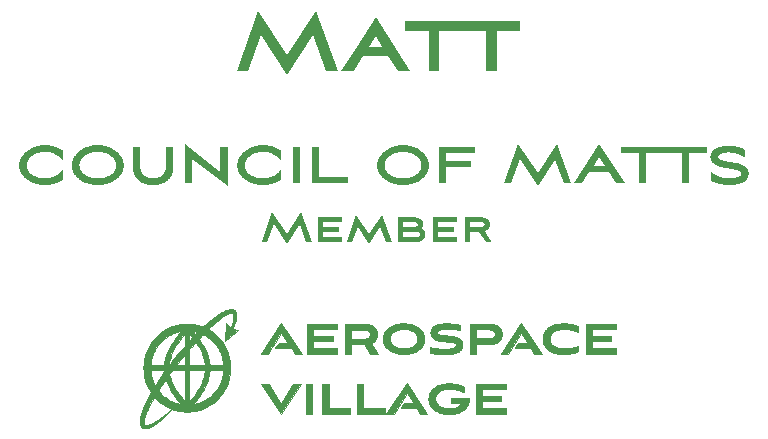
<source format=gbr>
G04 #@! TF.GenerationSoftware,KiCad,Pcbnew,(6.99.0-2452-gdb4f2d9dd8)*
G04 #@! TF.CreationDate,2022-08-01T20:09:50-05:00*
G04 #@! TF.ProjectId,council of matts,636f756e-6369-46c2-906f-66206d617474,rev?*
G04 #@! TF.SameCoordinates,Original*
G04 #@! TF.FileFunction,Legend,Top*
G04 #@! TF.FilePolarity,Positive*
%FSLAX46Y46*%
G04 Gerber Fmt 4.6, Leading zero omitted, Abs format (unit mm)*
G04 Created by KiCad (PCBNEW (6.99.0-2452-gdb4f2d9dd8)) date 2022-08-01 20:09:50*
%MOMM*%
%LPD*%
G01*
G04 APERTURE LIST*
%ADD10C,0.040000*%
%ADD11C,0.150000*%
%ADD12R,1.700000X1.700000*%
%ADD13O,1.700000X1.700000*%
G04 APERTURE END LIST*
D10*
G36*
X85964983Y-97803052D02*
G01*
X85894623Y-97897778D01*
X85824683Y-97992800D01*
X85755216Y-98088050D01*
X85753850Y-98082507D01*
X85720527Y-97897981D01*
X85720331Y-97896716D01*
X85720165Y-97895517D01*
X85699268Y-97708614D01*
X86035764Y-97708614D01*
X85964983Y-97803052D01*
G37*
X85964983Y-97803052D02*
X85894623Y-97897778D01*
X85824683Y-97992800D01*
X85755216Y-98088050D01*
X85753850Y-98082507D01*
X85720527Y-97897981D01*
X85720331Y-97896716D01*
X85720165Y-97895517D01*
X85699268Y-97708614D01*
X86035764Y-97708614D01*
X85964983Y-97803052D01*
G36*
X112909170Y-93806315D02*
G01*
X112975377Y-93807647D01*
X113038980Y-93811580D01*
X113100014Y-93818016D01*
X113158510Y-93826858D01*
X113214502Y-93838009D01*
X113268022Y-93851371D01*
X113319103Y-93866848D01*
X113367777Y-93884342D01*
X113414078Y-93903756D01*
X113458039Y-93924993D01*
X113499691Y-93947956D01*
X113539068Y-93972547D01*
X113576203Y-93998669D01*
X113611128Y-94026225D01*
X113643876Y-94055119D01*
X113674479Y-94085252D01*
X113702971Y-94116528D01*
X113729385Y-94148849D01*
X113753752Y-94182118D01*
X113776106Y-94216238D01*
X113796480Y-94251112D01*
X113814905Y-94286643D01*
X113831416Y-94322733D01*
X113846045Y-94359286D01*
X113858824Y-94396203D01*
X113869786Y-94433389D01*
X113878964Y-94470745D01*
X113886391Y-94508175D01*
X113896122Y-94582866D01*
X113899241Y-94656686D01*
X113896035Y-94730558D01*
X113886239Y-94805401D01*
X113869589Y-94880422D01*
X113845820Y-94954830D01*
X113814670Y-95027833D01*
X113796243Y-95063560D01*
X113775872Y-95098640D01*
X113753523Y-95132973D01*
X113729163Y-95166460D01*
X113702760Y-95199002D01*
X113674279Y-95230501D01*
X113643689Y-95260857D01*
X113610955Y-95289971D01*
X113576046Y-95317746D01*
X113538927Y-95344080D01*
X113499566Y-95368877D01*
X113457930Y-95392036D01*
X113413986Y-95413459D01*
X113367701Y-95433048D01*
X113319042Y-95450702D01*
X113267975Y-95466323D01*
X113214468Y-95479812D01*
X113158487Y-95491071D01*
X113100000Y-95500000D01*
X113038974Y-95506500D01*
X112975375Y-95510473D01*
X112909170Y-95511819D01*
X111728599Y-95511819D01*
X111728599Y-96317211D01*
X111183558Y-96317211D01*
X111183558Y-95036627D01*
X111729129Y-95036627D01*
X112794339Y-95036627D01*
X112834999Y-95036019D01*
X112873572Y-95034227D01*
X112910111Y-95031294D01*
X112944666Y-95027269D01*
X112977291Y-95022195D01*
X113008038Y-95016120D01*
X113036958Y-95009089D01*
X113064105Y-95001148D01*
X113089531Y-94992343D01*
X113113287Y-94982719D01*
X113135426Y-94972323D01*
X113155999Y-94961199D01*
X113175061Y-94949395D01*
X113192661Y-94936956D01*
X113208854Y-94923927D01*
X113223690Y-94910355D01*
X113237223Y-94896285D01*
X113249504Y-94881763D01*
X113260586Y-94866836D01*
X113270521Y-94851548D01*
X113279361Y-94835946D01*
X113287158Y-94820075D01*
X113293964Y-94803982D01*
X113299833Y-94787712D01*
X113304815Y-94771311D01*
X113308964Y-94754825D01*
X113314969Y-94721780D01*
X113318266Y-94688945D01*
X113319272Y-94656686D01*
X113318266Y-94625265D01*
X113314969Y-94593163D01*
X113308964Y-94560754D01*
X113299833Y-94528412D01*
X113287158Y-94496511D01*
X113270521Y-94465423D01*
X113260586Y-94450301D01*
X113249504Y-94435523D01*
X113237223Y-94421135D01*
X113223690Y-94407184D01*
X113208854Y-94393716D01*
X113192661Y-94380779D01*
X113175061Y-94368419D01*
X113155999Y-94356683D01*
X113135426Y-94345618D01*
X113113287Y-94335269D01*
X113089531Y-94325685D01*
X113064105Y-94316911D01*
X113036958Y-94308994D01*
X113008038Y-94301982D01*
X112977291Y-94295920D01*
X112944666Y-94290856D01*
X112910111Y-94286835D01*
X112873572Y-94283906D01*
X112834999Y-94282114D01*
X112794339Y-94281506D01*
X111729129Y-94281506D01*
X111729129Y-95036627D01*
X111183558Y-95036627D01*
X111183558Y-93806315D01*
X112909170Y-93806315D01*
G37*
X112909170Y-93806315D02*
X112975377Y-93807647D01*
X113038980Y-93811580D01*
X113100014Y-93818016D01*
X113158510Y-93826858D01*
X113214502Y-93838009D01*
X113268022Y-93851371D01*
X113319103Y-93866848D01*
X113367777Y-93884342D01*
X113414078Y-93903756D01*
X113458039Y-93924993D01*
X113499691Y-93947956D01*
X113539068Y-93972547D01*
X113576203Y-93998669D01*
X113611128Y-94026225D01*
X113643876Y-94055119D01*
X113674479Y-94085252D01*
X113702971Y-94116528D01*
X113729385Y-94148849D01*
X113753752Y-94182118D01*
X113776106Y-94216238D01*
X113796480Y-94251112D01*
X113814905Y-94286643D01*
X113831416Y-94322733D01*
X113846045Y-94359286D01*
X113858824Y-94396203D01*
X113869786Y-94433389D01*
X113878964Y-94470745D01*
X113886391Y-94508175D01*
X113896122Y-94582866D01*
X113899241Y-94656686D01*
X113896035Y-94730558D01*
X113886239Y-94805401D01*
X113869589Y-94880422D01*
X113845820Y-94954830D01*
X113814670Y-95027833D01*
X113796243Y-95063560D01*
X113775872Y-95098640D01*
X113753523Y-95132973D01*
X113729163Y-95166460D01*
X113702760Y-95199002D01*
X113674279Y-95230501D01*
X113643689Y-95260857D01*
X113610955Y-95289971D01*
X113576046Y-95317746D01*
X113538927Y-95344080D01*
X113499566Y-95368877D01*
X113457930Y-95392036D01*
X113413986Y-95413459D01*
X113367701Y-95433048D01*
X113319042Y-95450702D01*
X113267975Y-95466323D01*
X113214468Y-95479812D01*
X113158487Y-95491071D01*
X113100000Y-95500000D01*
X113038974Y-95506500D01*
X112975375Y-95510473D01*
X112909170Y-95511819D01*
X111728599Y-95511819D01*
X111728599Y-96317211D01*
X111183558Y-96317211D01*
X111183558Y-95036627D01*
X111729129Y-95036627D01*
X112794339Y-95036627D01*
X112834999Y-95036019D01*
X112873572Y-95034227D01*
X112910111Y-95031294D01*
X112944666Y-95027269D01*
X112977291Y-95022195D01*
X113008038Y-95016120D01*
X113036958Y-95009089D01*
X113064105Y-95001148D01*
X113089531Y-94992343D01*
X113113287Y-94982719D01*
X113135426Y-94972323D01*
X113155999Y-94961199D01*
X113175061Y-94949395D01*
X113192661Y-94936956D01*
X113208854Y-94923927D01*
X113223690Y-94910355D01*
X113237223Y-94896285D01*
X113249504Y-94881763D01*
X113260586Y-94866836D01*
X113270521Y-94851548D01*
X113279361Y-94835946D01*
X113287158Y-94820075D01*
X113293964Y-94803982D01*
X113299833Y-94787712D01*
X113304815Y-94771311D01*
X113308964Y-94754825D01*
X113314969Y-94721780D01*
X113318266Y-94688945D01*
X113319272Y-94656686D01*
X113318266Y-94625265D01*
X113314969Y-94593163D01*
X113308964Y-94560754D01*
X113299833Y-94528412D01*
X113287158Y-94496511D01*
X113270521Y-94465423D01*
X113260586Y-94450301D01*
X113249504Y-94435523D01*
X113237223Y-94421135D01*
X113223690Y-94407184D01*
X113208854Y-94393716D01*
X113192661Y-94380779D01*
X113175061Y-94368419D01*
X113155999Y-94356683D01*
X113135426Y-94345618D01*
X113113287Y-94335269D01*
X113089531Y-94325685D01*
X113064105Y-94316911D01*
X113036958Y-94308994D01*
X113008038Y-94301982D01*
X112977291Y-94295920D01*
X112944666Y-94290856D01*
X112910111Y-94286835D01*
X112873572Y-94283906D01*
X112834999Y-94282114D01*
X112794339Y-94281506D01*
X111729129Y-94281506D01*
X111729129Y-95036627D01*
X111183558Y-95036627D01*
X111183558Y-93806315D01*
X112909170Y-93806315D01*
G36*
X102175025Y-100926252D02*
G01*
X104005413Y-100926252D01*
X104005413Y-101396153D01*
X101629983Y-101396153D01*
X101629983Y-98885256D01*
X102175025Y-98885256D01*
X102175025Y-100926252D01*
G37*
X102175025Y-100926252D02*
X104005413Y-100926252D01*
X104005413Y-101396153D01*
X101629983Y-101396153D01*
X101629983Y-98885256D01*
X102175025Y-98885256D01*
X102175025Y-100926252D01*
G36*
X96982842Y-96317211D02*
G01*
X96372713Y-96317211D01*
X96092254Y-95891761D01*
X94725946Y-95891761D01*
X95018575Y-95446731D01*
X95802271Y-95446731D01*
X95242413Y-94591598D01*
X94682025Y-95446731D01*
X94682554Y-95446731D01*
X94389925Y-95891761D01*
X94386750Y-95891761D01*
X94111583Y-96317211D01*
X93501454Y-96317211D01*
X95242413Y-93766098D01*
X96982842Y-96317211D01*
G37*
X96982842Y-96317211D02*
X96372713Y-96317211D01*
X96092254Y-95891761D01*
X94725946Y-95891761D01*
X95018575Y-95446731D01*
X95802271Y-95446731D01*
X95242413Y-94591598D01*
X94682025Y-95446731D01*
X94682554Y-95446731D01*
X94389925Y-95891761D01*
X94386750Y-95891761D01*
X94111583Y-96317211D01*
X93501454Y-96317211D01*
X95242413Y-93766098D01*
X96982842Y-96317211D01*
G36*
X109501694Y-98846205D02*
G01*
X109589622Y-98849679D01*
X109676654Y-98855424D01*
X109762695Y-98863403D01*
X109847651Y-98873581D01*
X109931427Y-98885921D01*
X110013929Y-98900386D01*
X110095062Y-98916940D01*
X110174731Y-98935547D01*
X110252842Y-98956170D01*
X110329301Y-98978772D01*
X110404013Y-99003318D01*
X110476883Y-99029771D01*
X110547816Y-99058094D01*
X110616719Y-99088251D01*
X110683496Y-99120206D01*
X110683496Y-99605452D01*
X110550297Y-99545158D01*
X110412447Y-99488919D01*
X110341502Y-99462705D01*
X110269065Y-99437964D01*
X110195024Y-99414852D01*
X110119271Y-99393521D01*
X110041694Y-99374124D01*
X109962184Y-99356816D01*
X109880631Y-99341749D01*
X109796925Y-99329078D01*
X109710955Y-99318955D01*
X109622612Y-99311535D01*
X109531785Y-99306970D01*
X109438365Y-99305414D01*
X109341155Y-99307648D01*
X109241611Y-99314603D01*
X109140919Y-99326661D01*
X109040267Y-99344201D01*
X108940843Y-99367604D01*
X108891963Y-99381623D01*
X108843834Y-99397250D01*
X108796607Y-99414534D01*
X108750429Y-99433522D01*
X108705448Y-99454261D01*
X108661813Y-99476798D01*
X108619673Y-99501182D01*
X108579176Y-99527460D01*
X108540470Y-99555679D01*
X108503704Y-99585888D01*
X108469026Y-99618133D01*
X108436585Y-99652463D01*
X108406529Y-99688924D01*
X108379006Y-99727565D01*
X108354166Y-99768433D01*
X108332156Y-99811576D01*
X108313125Y-99857040D01*
X108297221Y-99904874D01*
X108284593Y-99955126D01*
X108275389Y-100007843D01*
X108269758Y-100063071D01*
X108267848Y-100120860D01*
X108269288Y-100170369D01*
X108273568Y-100218574D01*
X108280631Y-100265456D01*
X108290417Y-100311000D01*
X108302869Y-100355186D01*
X108317927Y-100397998D01*
X108335534Y-100439418D01*
X108355632Y-100479428D01*
X108378160Y-100518012D01*
X108403062Y-100555151D01*
X108430279Y-100590827D01*
X108459752Y-100625024D01*
X108491423Y-100657724D01*
X108525234Y-100688909D01*
X108561126Y-100718562D01*
X108599040Y-100746665D01*
X108638918Y-100773201D01*
X108680703Y-100798152D01*
X108769755Y-100843229D01*
X108865730Y-100881756D01*
X108968159Y-100913592D01*
X109076575Y-100938598D01*
X109190512Y-100956634D01*
X109309501Y-100967558D01*
X109433075Y-100971230D01*
X109507382Y-100969839D01*
X109583633Y-100965512D01*
X109661188Y-100958013D01*
X109739412Y-100947112D01*
X109817667Y-100932573D01*
X109895316Y-100914164D01*
X109971722Y-100891651D01*
X110046247Y-100864802D01*
X110082605Y-100849678D01*
X110118254Y-100833382D01*
X110153114Y-100815885D01*
X110187106Y-100797158D01*
X110220150Y-100777172D01*
X110252167Y-100755898D01*
X110283076Y-100733306D01*
X110312798Y-100709367D01*
X110341254Y-100684053D01*
X110368363Y-100657333D01*
X110394047Y-100629179D01*
X110418224Y-100599562D01*
X110440817Y-100568453D01*
X110461745Y-100535821D01*
X110480928Y-100501639D01*
X110498288Y-100465876D01*
X109633098Y-100465876D01*
X109633098Y-100060534D01*
X111108415Y-100060534D01*
X111108642Y-100076794D01*
X111109242Y-100092185D01*
X111111060Y-100122447D01*
X111112031Y-100138359D01*
X111112879Y-100155487D01*
X111113478Y-100174351D01*
X111113705Y-100195472D01*
X111111367Y-100270804D01*
X111104439Y-100343896D01*
X111093051Y-100414739D01*
X111077330Y-100483323D01*
X111057408Y-100549638D01*
X111033411Y-100613673D01*
X111005471Y-100675419D01*
X110973716Y-100734866D01*
X110938275Y-100792004D01*
X110899277Y-100846823D01*
X110856852Y-100899313D01*
X110811129Y-100949463D01*
X110762236Y-100997264D01*
X110710303Y-101042707D01*
X110655460Y-101085780D01*
X110597834Y-101126474D01*
X110474755Y-101200686D01*
X110342099Y-101265262D01*
X110200900Y-101320122D01*
X110052190Y-101365187D01*
X109897003Y-101400376D01*
X109736372Y-101425610D01*
X109571330Y-101440809D01*
X109402911Y-101445893D01*
X109317479Y-101444533D01*
X109232815Y-101440463D01*
X109149049Y-101433699D01*
X109066306Y-101424256D01*
X108984715Y-101412150D01*
X108904403Y-101397397D01*
X108825497Y-101380012D01*
X108748125Y-101360011D01*
X108672414Y-101337409D01*
X108598491Y-101312222D01*
X108526485Y-101284466D01*
X108456522Y-101254156D01*
X108388729Y-101221308D01*
X108323235Y-101185937D01*
X108260167Y-101148059D01*
X108199651Y-101107690D01*
X108141816Y-101064844D01*
X108086789Y-101019539D01*
X108034698Y-100971789D01*
X107985669Y-100921610D01*
X107939830Y-100869018D01*
X107897308Y-100814027D01*
X107858232Y-100756655D01*
X107822728Y-100696916D01*
X107790923Y-100634826D01*
X107762946Y-100570400D01*
X107738924Y-100503655D01*
X107718983Y-100434605D01*
X107703252Y-100363267D01*
X107691858Y-100289656D01*
X107684928Y-100213787D01*
X107682590Y-100135677D01*
X107685069Y-100054084D01*
X107692407Y-99975290D01*
X107704449Y-99899281D01*
X107721043Y-99826043D01*
X107742036Y-99755563D01*
X107767275Y-99687826D01*
X107796607Y-99622820D01*
X107829880Y-99560531D01*
X107866940Y-99500944D01*
X107907634Y-99444047D01*
X107951810Y-99389825D01*
X107999314Y-99338265D01*
X108049995Y-99289354D01*
X108103698Y-99243077D01*
X108160271Y-99199421D01*
X108219561Y-99158372D01*
X108345682Y-99084042D01*
X108480835Y-99019978D01*
X108623800Y-98966069D01*
X108773351Y-98922207D01*
X108928267Y-98888282D01*
X109087323Y-98864186D01*
X109249297Y-98849808D01*
X109412965Y-98845039D01*
X109501694Y-98846205D01*
G37*
X109501694Y-98846205D02*
X109589622Y-98849679D01*
X109676654Y-98855424D01*
X109762695Y-98863403D01*
X109847651Y-98873581D01*
X109931427Y-98885921D01*
X110013929Y-98900386D01*
X110095062Y-98916940D01*
X110174731Y-98935547D01*
X110252842Y-98956170D01*
X110329301Y-98978772D01*
X110404013Y-99003318D01*
X110476883Y-99029771D01*
X110547816Y-99058094D01*
X110616719Y-99088251D01*
X110683496Y-99120206D01*
X110683496Y-99605452D01*
X110550297Y-99545158D01*
X110412447Y-99488919D01*
X110341502Y-99462705D01*
X110269065Y-99437964D01*
X110195024Y-99414852D01*
X110119271Y-99393521D01*
X110041694Y-99374124D01*
X109962184Y-99356816D01*
X109880631Y-99341749D01*
X109796925Y-99329078D01*
X109710955Y-99318955D01*
X109622612Y-99311535D01*
X109531785Y-99306970D01*
X109438365Y-99305414D01*
X109341155Y-99307648D01*
X109241611Y-99314603D01*
X109140919Y-99326661D01*
X109040267Y-99344201D01*
X108940843Y-99367604D01*
X108891963Y-99381623D01*
X108843834Y-99397250D01*
X108796607Y-99414534D01*
X108750429Y-99433522D01*
X108705448Y-99454261D01*
X108661813Y-99476798D01*
X108619673Y-99501182D01*
X108579176Y-99527460D01*
X108540470Y-99555679D01*
X108503704Y-99585888D01*
X108469026Y-99618133D01*
X108436585Y-99652463D01*
X108406529Y-99688924D01*
X108379006Y-99727565D01*
X108354166Y-99768433D01*
X108332156Y-99811576D01*
X108313125Y-99857040D01*
X108297221Y-99904874D01*
X108284593Y-99955126D01*
X108275389Y-100007843D01*
X108269758Y-100063071D01*
X108267848Y-100120860D01*
X108269288Y-100170369D01*
X108273568Y-100218574D01*
X108280631Y-100265456D01*
X108290417Y-100311000D01*
X108302869Y-100355186D01*
X108317927Y-100397998D01*
X108335534Y-100439418D01*
X108355632Y-100479428D01*
X108378160Y-100518012D01*
X108403062Y-100555151D01*
X108430279Y-100590827D01*
X108459752Y-100625024D01*
X108491423Y-100657724D01*
X108525234Y-100688909D01*
X108561126Y-100718562D01*
X108599040Y-100746665D01*
X108638918Y-100773201D01*
X108680703Y-100798152D01*
X108769755Y-100843229D01*
X108865730Y-100881756D01*
X108968159Y-100913592D01*
X109076575Y-100938598D01*
X109190512Y-100956634D01*
X109309501Y-100967558D01*
X109433075Y-100971230D01*
X109507382Y-100969839D01*
X109583633Y-100965512D01*
X109661188Y-100958013D01*
X109739412Y-100947112D01*
X109817667Y-100932573D01*
X109895316Y-100914164D01*
X109971722Y-100891651D01*
X110046247Y-100864802D01*
X110082605Y-100849678D01*
X110118254Y-100833382D01*
X110153114Y-100815885D01*
X110187106Y-100797158D01*
X110220150Y-100777172D01*
X110252167Y-100755898D01*
X110283076Y-100733306D01*
X110312798Y-100709367D01*
X110341254Y-100684053D01*
X110368363Y-100657333D01*
X110394047Y-100629179D01*
X110418224Y-100599562D01*
X110440817Y-100568453D01*
X110461745Y-100535821D01*
X110480928Y-100501639D01*
X110498288Y-100465876D01*
X109633098Y-100465876D01*
X109633098Y-100060534D01*
X111108415Y-100060534D01*
X111108642Y-100076794D01*
X111109242Y-100092185D01*
X111111060Y-100122447D01*
X111112031Y-100138359D01*
X111112879Y-100155487D01*
X111113478Y-100174351D01*
X111113705Y-100195472D01*
X111111367Y-100270804D01*
X111104439Y-100343896D01*
X111093051Y-100414739D01*
X111077330Y-100483323D01*
X111057408Y-100549638D01*
X111033411Y-100613673D01*
X111005471Y-100675419D01*
X110973716Y-100734866D01*
X110938275Y-100792004D01*
X110899277Y-100846823D01*
X110856852Y-100899313D01*
X110811129Y-100949463D01*
X110762236Y-100997264D01*
X110710303Y-101042707D01*
X110655460Y-101085780D01*
X110597834Y-101126474D01*
X110474755Y-101200686D01*
X110342099Y-101265262D01*
X110200900Y-101320122D01*
X110052190Y-101365187D01*
X109897003Y-101400376D01*
X109736372Y-101425610D01*
X109571330Y-101440809D01*
X109402911Y-101445893D01*
X109317479Y-101444533D01*
X109232815Y-101440463D01*
X109149049Y-101433699D01*
X109066306Y-101424256D01*
X108984715Y-101412150D01*
X108904403Y-101397397D01*
X108825497Y-101380012D01*
X108748125Y-101360011D01*
X108672414Y-101337409D01*
X108598491Y-101312222D01*
X108526485Y-101284466D01*
X108456522Y-101254156D01*
X108388729Y-101221308D01*
X108323235Y-101185937D01*
X108260167Y-101148059D01*
X108199651Y-101107690D01*
X108141816Y-101064844D01*
X108086789Y-101019539D01*
X108034698Y-100971789D01*
X107985669Y-100921610D01*
X107939830Y-100869018D01*
X107897308Y-100814027D01*
X107858232Y-100756655D01*
X107822728Y-100696916D01*
X107790923Y-100634826D01*
X107762946Y-100570400D01*
X107738924Y-100503655D01*
X107718983Y-100434605D01*
X107703252Y-100363267D01*
X107691858Y-100289656D01*
X107684928Y-100213787D01*
X107682590Y-100135677D01*
X107685069Y-100054084D01*
X107692407Y-99975290D01*
X107704449Y-99899281D01*
X107721043Y-99826043D01*
X107742036Y-99755563D01*
X107767275Y-99687826D01*
X107796607Y-99622820D01*
X107829880Y-99560531D01*
X107866940Y-99500944D01*
X107907634Y-99444047D01*
X107951810Y-99389825D01*
X107999314Y-99338265D01*
X108049995Y-99289354D01*
X108103698Y-99243077D01*
X108160271Y-99199421D01*
X108219561Y-99158372D01*
X108345682Y-99084042D01*
X108480835Y-99019978D01*
X108623800Y-98966069D01*
X108773351Y-98922207D01*
X108928267Y-98888282D01*
X109087323Y-98864186D01*
X109249297Y-98849808D01*
X109412965Y-98845039D01*
X109501694Y-98846205D01*
G36*
X117271091Y-96317211D02*
G01*
X116660960Y-96317211D01*
X116380502Y-95891761D01*
X115008903Y-95891761D01*
X115301530Y-95446731D01*
X116090520Y-95446731D01*
X115530661Y-94591598D01*
X114400361Y-96317211D01*
X113789702Y-96317211D01*
X115530661Y-93766098D01*
X117271091Y-96317211D01*
G37*
X117271091Y-96317211D02*
X116660960Y-96317211D01*
X116380502Y-95891761D01*
X115008903Y-95891761D01*
X115301530Y-95446731D01*
X116090520Y-95446731D01*
X115530661Y-94591598D01*
X114400361Y-96317211D01*
X113789702Y-96317211D01*
X115530661Y-93766098D01*
X117271091Y-96317211D01*
G36*
X97858083Y-101396153D02*
G01*
X97313041Y-101396153D01*
X97313041Y-98885256D01*
X97858083Y-98885256D01*
X97858083Y-101396153D01*
G37*
X97858083Y-101396153D02*
X97313041Y-101396153D01*
X97313041Y-98885256D01*
X97858083Y-98885256D01*
X97858083Y-101396153D01*
G36*
X95192142Y-100585998D02*
G01*
X96252592Y-98885256D01*
X96892884Y-98885256D01*
X95192142Y-101446422D01*
X93501454Y-98885256D01*
X94147038Y-98885256D01*
X95192142Y-100585998D01*
G37*
X95192142Y-100585998D02*
X96252592Y-98885256D01*
X96892884Y-98885256D01*
X95192142Y-101446422D01*
X93501454Y-98885256D01*
X94147038Y-98885256D01*
X95192142Y-100585998D01*
G36*
X102329541Y-93806315D02*
G01*
X102395747Y-93807676D01*
X102459351Y-93811693D01*
X102520384Y-93818265D01*
X102578881Y-93827290D01*
X102634874Y-93838669D01*
X102688395Y-93852299D01*
X102739478Y-93868081D01*
X102788155Y-93885913D01*
X102834460Y-93905695D01*
X102878425Y-93927325D01*
X102920083Y-93950703D01*
X102959466Y-93975728D01*
X102996608Y-94002299D01*
X103031542Y-94030315D01*
X103064300Y-94059675D01*
X103094915Y-94090279D01*
X103123420Y-94122025D01*
X103149849Y-94154813D01*
X103174232Y-94188542D01*
X103196605Y-94223111D01*
X103216999Y-94258419D01*
X103235447Y-94294365D01*
X103251983Y-94330849D01*
X103266638Y-94367769D01*
X103279446Y-94405025D01*
X103290440Y-94442515D01*
X103307116Y-94517797D01*
X103316929Y-94592808D01*
X103320141Y-94666740D01*
X103318368Y-94724137D01*
X103312973Y-94781830D01*
X103303845Y-94839515D01*
X103290872Y-94896894D01*
X103273943Y-94953666D01*
X103263960Y-94981729D01*
X103252946Y-95009528D01*
X103240887Y-95037025D01*
X103227769Y-95064182D01*
X103213578Y-95090961D01*
X103198301Y-95117325D01*
X103181923Y-95143237D01*
X103164430Y-95168658D01*
X103145809Y-95193551D01*
X103126045Y-95217879D01*
X103105125Y-95241604D01*
X103083034Y-95264688D01*
X103059758Y-95287094D01*
X103035285Y-95308784D01*
X103009599Y-95329721D01*
X102982686Y-95349867D01*
X102954534Y-95369184D01*
X102925127Y-95387634D01*
X102894452Y-95405181D01*
X102862495Y-95421787D01*
X102829242Y-95437413D01*
X102794679Y-95452023D01*
X103374644Y-96317211D01*
X102764515Y-96317211D01*
X102234290Y-95531927D01*
X101159023Y-95531927D01*
X101159023Y-96317211D01*
X100613982Y-96317211D01*
X100613982Y-95051444D01*
X101159554Y-95051444D01*
X102250168Y-95051444D01*
X102288061Y-95050851D01*
X102323985Y-95049100D01*
X102357992Y-95046234D01*
X102390131Y-95042293D01*
X102420452Y-95037321D01*
X102449005Y-95031359D01*
X102475841Y-95024450D01*
X102501010Y-95016635D01*
X102524562Y-95007956D01*
X102546547Y-94998456D01*
X102567016Y-94988177D01*
X102586018Y-94977160D01*
X102603604Y-94965448D01*
X102619824Y-94953083D01*
X102634728Y-94940106D01*
X102648366Y-94926561D01*
X102660789Y-94912488D01*
X102672047Y-94897930D01*
X102682190Y-94882929D01*
X102691268Y-94867528D01*
X102699331Y-94851767D01*
X102706430Y-94835690D01*
X102712615Y-94819337D01*
X102717935Y-94802752D01*
X102722442Y-94785977D01*
X102726184Y-94769052D01*
X102731580Y-94734926D01*
X102734522Y-94700710D01*
X102735414Y-94666740D01*
X102734522Y-94635319D01*
X102731580Y-94603217D01*
X102726184Y-94570809D01*
X102717935Y-94538467D01*
X102706430Y-94506565D01*
X102699331Y-94490896D01*
X102691268Y-94475477D01*
X102682190Y-94460355D01*
X102672047Y-94445577D01*
X102660789Y-94431189D01*
X102648366Y-94417238D01*
X102634727Y-94403770D01*
X102619823Y-94390834D01*
X102603603Y-94378474D01*
X102586017Y-94366738D01*
X102567015Y-94355672D01*
X102546546Y-94345324D01*
X102524561Y-94335739D01*
X102501009Y-94326965D01*
X102475840Y-94319049D01*
X102449004Y-94312036D01*
X102420451Y-94305974D01*
X102390130Y-94300910D01*
X102357992Y-94296890D01*
X102323985Y-94293960D01*
X102288061Y-94292168D01*
X102250168Y-94291561D01*
X101159554Y-94291561D01*
X101159554Y-95051444D01*
X100613982Y-95051444D01*
X100613982Y-93806315D01*
X102329541Y-93806315D01*
G37*
X102329541Y-93806315D02*
X102395747Y-93807676D01*
X102459351Y-93811693D01*
X102520384Y-93818265D01*
X102578881Y-93827290D01*
X102634874Y-93838669D01*
X102688395Y-93852299D01*
X102739478Y-93868081D01*
X102788155Y-93885913D01*
X102834460Y-93905695D01*
X102878425Y-93927325D01*
X102920083Y-93950703D01*
X102959466Y-93975728D01*
X102996608Y-94002299D01*
X103031542Y-94030315D01*
X103064300Y-94059675D01*
X103094915Y-94090279D01*
X103123420Y-94122025D01*
X103149849Y-94154813D01*
X103174232Y-94188542D01*
X103196605Y-94223111D01*
X103216999Y-94258419D01*
X103235447Y-94294365D01*
X103251983Y-94330849D01*
X103266638Y-94367769D01*
X103279446Y-94405025D01*
X103290440Y-94442515D01*
X103307116Y-94517797D01*
X103316929Y-94592808D01*
X103320141Y-94666740D01*
X103318368Y-94724137D01*
X103312973Y-94781830D01*
X103303845Y-94839515D01*
X103290872Y-94896894D01*
X103273943Y-94953666D01*
X103263960Y-94981729D01*
X103252946Y-95009528D01*
X103240887Y-95037025D01*
X103227769Y-95064182D01*
X103213578Y-95090961D01*
X103198301Y-95117325D01*
X103181923Y-95143237D01*
X103164430Y-95168658D01*
X103145809Y-95193551D01*
X103126045Y-95217879D01*
X103105125Y-95241604D01*
X103083034Y-95264688D01*
X103059758Y-95287094D01*
X103035285Y-95308784D01*
X103009599Y-95329721D01*
X102982686Y-95349867D01*
X102954534Y-95369184D01*
X102925127Y-95387634D01*
X102894452Y-95405181D01*
X102862495Y-95421787D01*
X102829242Y-95437413D01*
X102794679Y-95452023D01*
X103374644Y-96317211D01*
X102764515Y-96317211D01*
X102234290Y-95531927D01*
X101159023Y-95531927D01*
X101159023Y-96317211D01*
X100613982Y-96317211D01*
X100613982Y-95051444D01*
X101159554Y-95051444D01*
X102250168Y-95051444D01*
X102288061Y-95050851D01*
X102323985Y-95049100D01*
X102357992Y-95046234D01*
X102390131Y-95042293D01*
X102420452Y-95037321D01*
X102449005Y-95031359D01*
X102475841Y-95024450D01*
X102501010Y-95016635D01*
X102524562Y-95007956D01*
X102546547Y-94998456D01*
X102567016Y-94988177D01*
X102586018Y-94977160D01*
X102603604Y-94965448D01*
X102619824Y-94953083D01*
X102634728Y-94940106D01*
X102648366Y-94926561D01*
X102660789Y-94912488D01*
X102672047Y-94897930D01*
X102682190Y-94882929D01*
X102691268Y-94867528D01*
X102699331Y-94851767D01*
X102706430Y-94835690D01*
X102712615Y-94819337D01*
X102717935Y-94802752D01*
X102722442Y-94785977D01*
X102726184Y-94769052D01*
X102731580Y-94734926D01*
X102734522Y-94700710D01*
X102735414Y-94666740D01*
X102734522Y-94635319D01*
X102731580Y-94603217D01*
X102726184Y-94570809D01*
X102717935Y-94538467D01*
X102706430Y-94506565D01*
X102699331Y-94490896D01*
X102691268Y-94475477D01*
X102682190Y-94460355D01*
X102672047Y-94445577D01*
X102660789Y-94431189D01*
X102648366Y-94417238D01*
X102634727Y-94403770D01*
X102619823Y-94390834D01*
X102603603Y-94378474D01*
X102586017Y-94366738D01*
X102567015Y-94355672D01*
X102546546Y-94345324D01*
X102524561Y-94335739D01*
X102501009Y-94326965D01*
X102475840Y-94319049D01*
X102449004Y-94312036D01*
X102420451Y-94305974D01*
X102390130Y-94300910D01*
X102357992Y-94296890D01*
X102323985Y-94293960D01*
X102288061Y-94292168D01*
X102250168Y-94291561D01*
X101159554Y-94291561D01*
X101159554Y-95051444D01*
X100613982Y-95051444D01*
X100613982Y-93806315D01*
X102329541Y-93806315D01*
G36*
X84194193Y-99603498D02*
G01*
X84216151Y-99635969D01*
X84240715Y-99671483D01*
X84265675Y-99706691D01*
X84291064Y-99741565D01*
X84317734Y-99777241D01*
X84344818Y-99812577D01*
X84372310Y-99847573D01*
X84400205Y-99882228D01*
X84421620Y-99908082D01*
X84443369Y-99933635D01*
X84465343Y-99958988D01*
X84487435Y-99984238D01*
X84470557Y-100012116D01*
X84453473Y-100039888D01*
X84436447Y-100067689D01*
X84419739Y-100095652D01*
X84285178Y-100329747D01*
X84153690Y-100565039D01*
X84089812Y-100683380D01*
X84027559Y-100802316D01*
X83967217Y-100921944D01*
X83909072Y-101042364D01*
X83853257Y-101163083D01*
X83799492Y-101284914D01*
X83748630Y-101407526D01*
X83701527Y-101530592D01*
X83659038Y-101653782D01*
X83639791Y-101715320D01*
X83622018Y-101776766D01*
X83605825Y-101838079D01*
X83591320Y-101899217D01*
X83578610Y-101960140D01*
X83567801Y-102020805D01*
X83564567Y-102050270D01*
X83562065Y-102079427D01*
X83560382Y-102108122D01*
X83559605Y-102136202D01*
X83559820Y-102163512D01*
X83560327Y-102176831D01*
X83561114Y-102189900D01*
X83562193Y-102202700D01*
X83563573Y-102215212D01*
X83565267Y-102227416D01*
X83567284Y-102239294D01*
X83570034Y-102250728D01*
X83572937Y-102261438D01*
X83576011Y-102271455D01*
X83579274Y-102280812D01*
X83582745Y-102289539D01*
X83586441Y-102297669D01*
X83588379Y-102301519D01*
X83590380Y-102305233D01*
X83592446Y-102308812D01*
X83594580Y-102312263D01*
X83596783Y-102315587D01*
X83599059Y-102318790D01*
X83601408Y-102321876D01*
X83603835Y-102324848D01*
X83606340Y-102327710D01*
X83608926Y-102330466D01*
X83611595Y-102333121D01*
X83614350Y-102335677D01*
X83617192Y-102338140D01*
X83620125Y-102340513D01*
X83623149Y-102342800D01*
X83626268Y-102345005D01*
X83632799Y-102349185D01*
X83639734Y-102353085D01*
X83647548Y-102356856D01*
X83656077Y-102360229D01*
X83665282Y-102363207D01*
X83675121Y-102365787D01*
X83685552Y-102367971D01*
X83696535Y-102369758D01*
X83708028Y-102371148D01*
X83719990Y-102372141D01*
X83732380Y-102372738D01*
X83745157Y-102372938D01*
X83758279Y-102372740D01*
X83771705Y-102372146D01*
X83785395Y-102371154D01*
X83799306Y-102369766D01*
X83813398Y-102367980D01*
X83827630Y-102365797D01*
X83856413Y-102360654D01*
X83885570Y-102354408D01*
X83915032Y-102347146D01*
X83944735Y-102338955D01*
X83974611Y-102329920D01*
X84004595Y-102320129D01*
X84034619Y-102309666D01*
X84064618Y-102298618D01*
X84124859Y-102274036D01*
X84184741Y-102247788D01*
X84244273Y-102219981D01*
X84303468Y-102190724D01*
X84362335Y-102160123D01*
X84420885Y-102128288D01*
X84537077Y-102061345D01*
X84652128Y-101990755D01*
X84766122Y-101917381D01*
X84879144Y-101842086D01*
X84991280Y-101765731D01*
X85102258Y-101686689D01*
X85212558Y-101606377D01*
X85322199Y-101524873D01*
X85431201Y-101442251D01*
X85647364Y-101273957D01*
X85861201Y-101102102D01*
X85767273Y-101202340D01*
X85672341Y-101301749D01*
X85576295Y-101400191D01*
X85479020Y-101497530D01*
X85380407Y-101593629D01*
X85280342Y-101688350D01*
X85178713Y-101781557D01*
X85075409Y-101873114D01*
X85023365Y-101918548D01*
X84970800Y-101963536D01*
X84917690Y-102008028D01*
X84864009Y-102051975D01*
X84809733Y-102095326D01*
X84754837Y-102138032D01*
X84699295Y-102180043D01*
X84643084Y-102221310D01*
X84586235Y-102262092D01*
X84528711Y-102302191D01*
X84470381Y-102341473D01*
X84411115Y-102379800D01*
X84350782Y-102417035D01*
X84289252Y-102453042D01*
X84226395Y-102487685D01*
X84162080Y-102520827D01*
X84129147Y-102536530D01*
X84095766Y-102551793D01*
X84061839Y-102566474D01*
X84027266Y-102580430D01*
X83991950Y-102593518D01*
X83955790Y-102605595D01*
X83918689Y-102616518D01*
X83899754Y-102621502D01*
X83880547Y-102626144D01*
X83841660Y-102634265D01*
X83801233Y-102641103D01*
X83780457Y-102643826D01*
X83759316Y-102645971D01*
X83737814Y-102647450D01*
X83715959Y-102648178D01*
X83693757Y-102648069D01*
X83671214Y-102647037D01*
X83648336Y-102644996D01*
X83625130Y-102641859D01*
X83601601Y-102637540D01*
X83577757Y-102631954D01*
X83553604Y-102625015D01*
X83529147Y-102616635D01*
X83517116Y-102611672D01*
X83505227Y-102606308D01*
X83493475Y-102600545D01*
X83481853Y-102594385D01*
X83470355Y-102587827D01*
X83458974Y-102580874D01*
X83447706Y-102573526D01*
X83436543Y-102565785D01*
X83426476Y-102557283D01*
X83416524Y-102548476D01*
X83406697Y-102539408D01*
X83397008Y-102530122D01*
X83387468Y-102520662D01*
X83378088Y-102511073D01*
X83368880Y-102501398D01*
X83359855Y-102491681D01*
X83345605Y-102470474D01*
X83338566Y-102459757D01*
X83331637Y-102448980D01*
X83324858Y-102438153D01*
X83318266Y-102427287D01*
X83311900Y-102416394D01*
X83305801Y-102405485D01*
X83301289Y-102394721D01*
X83296874Y-102383871D01*
X83288308Y-102361957D01*
X83280039Y-102339845D01*
X83272005Y-102317635D01*
X83266498Y-102296010D01*
X83261660Y-102274588D01*
X83257454Y-102253361D01*
X83253846Y-102232322D01*
X83250798Y-102211462D01*
X83248274Y-102190775D01*
X83246238Y-102170252D01*
X83244654Y-102149885D01*
X83242695Y-102109590D01*
X83242109Y-102069829D01*
X83242605Y-102030540D01*
X83243893Y-101991660D01*
X83250802Y-101915986D01*
X83260272Y-101841677D01*
X83272085Y-101768610D01*
X83286026Y-101696660D01*
X83301876Y-101625702D01*
X83319420Y-101555611D01*
X83338439Y-101486264D01*
X83358718Y-101417535D01*
X83379910Y-101349407D01*
X83402146Y-101281903D01*
X83425325Y-101214954D01*
X83449348Y-101148493D01*
X83474115Y-101082454D01*
X83499527Y-101016770D01*
X83551884Y-100886198D01*
X83622417Y-100719705D01*
X83696161Y-100555133D01*
X83772864Y-100392340D01*
X83852275Y-100231187D01*
X83934142Y-100071534D01*
X84018211Y-99913242D01*
X84104231Y-99756170D01*
X84191911Y-99600246D01*
X84194193Y-99603498D01*
G37*
X84194193Y-99603498D02*
X84216151Y-99635969D01*
X84240715Y-99671483D01*
X84265675Y-99706691D01*
X84291064Y-99741565D01*
X84317734Y-99777241D01*
X84344818Y-99812577D01*
X84372310Y-99847573D01*
X84400205Y-99882228D01*
X84421620Y-99908082D01*
X84443369Y-99933635D01*
X84465343Y-99958988D01*
X84487435Y-99984238D01*
X84470557Y-100012116D01*
X84453473Y-100039888D01*
X84436447Y-100067689D01*
X84419739Y-100095652D01*
X84285178Y-100329747D01*
X84153690Y-100565039D01*
X84089812Y-100683380D01*
X84027559Y-100802316D01*
X83967217Y-100921944D01*
X83909072Y-101042364D01*
X83853257Y-101163083D01*
X83799492Y-101284914D01*
X83748630Y-101407526D01*
X83701527Y-101530592D01*
X83659038Y-101653782D01*
X83639791Y-101715320D01*
X83622018Y-101776766D01*
X83605825Y-101838079D01*
X83591320Y-101899217D01*
X83578610Y-101960140D01*
X83567801Y-102020805D01*
X83564567Y-102050270D01*
X83562065Y-102079427D01*
X83560382Y-102108122D01*
X83559605Y-102136202D01*
X83559820Y-102163512D01*
X83560327Y-102176831D01*
X83561114Y-102189900D01*
X83562193Y-102202700D01*
X83563573Y-102215212D01*
X83565267Y-102227416D01*
X83567284Y-102239294D01*
X83570034Y-102250728D01*
X83572937Y-102261438D01*
X83576011Y-102271455D01*
X83579274Y-102280812D01*
X83582745Y-102289539D01*
X83586441Y-102297669D01*
X83588379Y-102301519D01*
X83590380Y-102305233D01*
X83592446Y-102308812D01*
X83594580Y-102312263D01*
X83596783Y-102315587D01*
X83599059Y-102318790D01*
X83601408Y-102321876D01*
X83603835Y-102324848D01*
X83606340Y-102327710D01*
X83608926Y-102330466D01*
X83611595Y-102333121D01*
X83614350Y-102335677D01*
X83617192Y-102338140D01*
X83620125Y-102340513D01*
X83623149Y-102342800D01*
X83626268Y-102345005D01*
X83632799Y-102349185D01*
X83639734Y-102353085D01*
X83647548Y-102356856D01*
X83656077Y-102360229D01*
X83665282Y-102363207D01*
X83675121Y-102365787D01*
X83685552Y-102367971D01*
X83696535Y-102369758D01*
X83708028Y-102371148D01*
X83719990Y-102372141D01*
X83732380Y-102372738D01*
X83745157Y-102372938D01*
X83758279Y-102372740D01*
X83771705Y-102372146D01*
X83785395Y-102371154D01*
X83799306Y-102369766D01*
X83813398Y-102367980D01*
X83827630Y-102365797D01*
X83856413Y-102360654D01*
X83885570Y-102354408D01*
X83915032Y-102347146D01*
X83944735Y-102338955D01*
X83974611Y-102329920D01*
X84004595Y-102320129D01*
X84034619Y-102309666D01*
X84064618Y-102298618D01*
X84124859Y-102274036D01*
X84184741Y-102247788D01*
X84244273Y-102219981D01*
X84303468Y-102190724D01*
X84362335Y-102160123D01*
X84420885Y-102128288D01*
X84537077Y-102061345D01*
X84652128Y-101990755D01*
X84766122Y-101917381D01*
X84879144Y-101842086D01*
X84991280Y-101765731D01*
X85102258Y-101686689D01*
X85212558Y-101606377D01*
X85322199Y-101524873D01*
X85431201Y-101442251D01*
X85647364Y-101273957D01*
X85861201Y-101102102D01*
X85767273Y-101202340D01*
X85672341Y-101301749D01*
X85576295Y-101400191D01*
X85479020Y-101497530D01*
X85380407Y-101593629D01*
X85280342Y-101688350D01*
X85178713Y-101781557D01*
X85075409Y-101873114D01*
X85023365Y-101918548D01*
X84970800Y-101963536D01*
X84917690Y-102008028D01*
X84864009Y-102051975D01*
X84809733Y-102095326D01*
X84754837Y-102138032D01*
X84699295Y-102180043D01*
X84643084Y-102221310D01*
X84586235Y-102262092D01*
X84528711Y-102302191D01*
X84470381Y-102341473D01*
X84411115Y-102379800D01*
X84350782Y-102417035D01*
X84289252Y-102453042D01*
X84226395Y-102487685D01*
X84162080Y-102520827D01*
X84129147Y-102536530D01*
X84095766Y-102551793D01*
X84061839Y-102566474D01*
X84027266Y-102580430D01*
X83991950Y-102593518D01*
X83955790Y-102605595D01*
X83918689Y-102616518D01*
X83899754Y-102621502D01*
X83880547Y-102626144D01*
X83841660Y-102634265D01*
X83801233Y-102641103D01*
X83780457Y-102643826D01*
X83759316Y-102645971D01*
X83737814Y-102647450D01*
X83715959Y-102648178D01*
X83693757Y-102648069D01*
X83671214Y-102647037D01*
X83648336Y-102644996D01*
X83625130Y-102641859D01*
X83601601Y-102637540D01*
X83577757Y-102631954D01*
X83553604Y-102625015D01*
X83529147Y-102616635D01*
X83517116Y-102611672D01*
X83505227Y-102606308D01*
X83493475Y-102600545D01*
X83481853Y-102594385D01*
X83470355Y-102587827D01*
X83458974Y-102580874D01*
X83447706Y-102573526D01*
X83436543Y-102565785D01*
X83426476Y-102557283D01*
X83416524Y-102548476D01*
X83406697Y-102539408D01*
X83397008Y-102530122D01*
X83387468Y-102520662D01*
X83378088Y-102511073D01*
X83368880Y-102501398D01*
X83359855Y-102491681D01*
X83345605Y-102470474D01*
X83338566Y-102459757D01*
X83331637Y-102448980D01*
X83324858Y-102438153D01*
X83318266Y-102427287D01*
X83311900Y-102416394D01*
X83305801Y-102405485D01*
X83301289Y-102394721D01*
X83296874Y-102383871D01*
X83288308Y-102361957D01*
X83280039Y-102339845D01*
X83272005Y-102317635D01*
X83266498Y-102296010D01*
X83261660Y-102274588D01*
X83257454Y-102253361D01*
X83253846Y-102232322D01*
X83250798Y-102211462D01*
X83248274Y-102190775D01*
X83246238Y-102170252D01*
X83244654Y-102149885D01*
X83242695Y-102109590D01*
X83242109Y-102069829D01*
X83242605Y-102030540D01*
X83243893Y-101991660D01*
X83250802Y-101915986D01*
X83260272Y-101841677D01*
X83272085Y-101768610D01*
X83286026Y-101696660D01*
X83301876Y-101625702D01*
X83319420Y-101555611D01*
X83338439Y-101486264D01*
X83358718Y-101417535D01*
X83379910Y-101349407D01*
X83402146Y-101281903D01*
X83425325Y-101214954D01*
X83449348Y-101148493D01*
X83474115Y-101082454D01*
X83499527Y-101016770D01*
X83551884Y-100886198D01*
X83622417Y-100719705D01*
X83696161Y-100555133D01*
X83772864Y-100392340D01*
X83852275Y-100231187D01*
X83934142Y-100071534D01*
X84018211Y-99913242D01*
X84104231Y-99756170D01*
X84191911Y-99600246D01*
X84194193Y-99603498D01*
G36*
X103823017Y-94990833D02*
G01*
X103829791Y-94917365D01*
X103840949Y-94845886D01*
X103856382Y-94776424D01*
X103875979Y-94709008D01*
X103899633Y-94643666D01*
X103927234Y-94580426D01*
X103958673Y-94519317D01*
X103993841Y-94460368D01*
X104032630Y-94403607D01*
X104074930Y-94349063D01*
X104120632Y-94296763D01*
X104169627Y-94246738D01*
X104221807Y-94199014D01*
X104277061Y-94153620D01*
X104335282Y-94110586D01*
X104460187Y-94031708D01*
X104595648Y-93962607D01*
X104740793Y-93903512D01*
X104894752Y-93854651D01*
X105056651Y-93816251D01*
X105225618Y-93788540D01*
X105400782Y-93771747D01*
X105581270Y-93766098D01*
X105672591Y-93767515D01*
X105762631Y-93771747D01*
X105851283Y-93778765D01*
X105938442Y-93788540D01*
X106024002Y-93801045D01*
X106107856Y-93816251D01*
X106189898Y-93834129D01*
X106270022Y-93854651D01*
X106348122Y-93877788D01*
X106424093Y-93903512D01*
X106497827Y-93931795D01*
X106569219Y-93962607D01*
X106638163Y-93995921D01*
X106704552Y-94031708D01*
X106768281Y-94069939D01*
X106829244Y-94110586D01*
X106887333Y-94153620D01*
X106942444Y-94199014D01*
X106994470Y-94246738D01*
X107043305Y-94296763D01*
X107088843Y-94349063D01*
X107130977Y-94403607D01*
X107169603Y-94460368D01*
X107204613Y-94519317D01*
X107235901Y-94580426D01*
X107263362Y-94643666D01*
X107286890Y-94709008D01*
X107306377Y-94776424D01*
X107321719Y-94845886D01*
X107332808Y-94917365D01*
X107339540Y-94990833D01*
X107341807Y-95066261D01*
X107339538Y-95140804D01*
X107332803Y-95213499D01*
X107321706Y-95284313D01*
X107306355Y-95353211D01*
X107286857Y-95420158D01*
X107263317Y-95485122D01*
X107235842Y-95548068D01*
X107204538Y-95608962D01*
X107169512Y-95667771D01*
X107130871Y-95724459D01*
X107088720Y-95778993D01*
X107043165Y-95831340D01*
X106994314Y-95881464D01*
X106942273Y-95929332D01*
X106887148Y-95974911D01*
X106829045Y-96018165D01*
X106704333Y-96097566D01*
X106568987Y-96167263D01*
X106423858Y-96226984D01*
X106269799Y-96276457D01*
X106107659Y-96315409D01*
X105938290Y-96343569D01*
X105762544Y-96360664D01*
X105581270Y-96366423D01*
X105490415Y-96364979D01*
X105400782Y-96360670D01*
X105312480Y-96353529D01*
X105225618Y-96343590D01*
X105140305Y-96330887D01*
X105056651Y-96315454D01*
X104974763Y-96297324D01*
X104894752Y-96276531D01*
X104816725Y-96253109D01*
X104740793Y-96227091D01*
X104667064Y-96198511D01*
X104595648Y-96167403D01*
X104526652Y-96133800D01*
X104460187Y-96097737D01*
X104396360Y-96059247D01*
X104335282Y-96018364D01*
X104277061Y-95975121D01*
X104221807Y-95929552D01*
X104169627Y-95881691D01*
X104120632Y-95831572D01*
X104074930Y-95779228D01*
X104032630Y-95724693D01*
X103993841Y-95668001D01*
X103958673Y-95609186D01*
X103927234Y-95548280D01*
X103899633Y-95485319D01*
X103875979Y-95420335D01*
X103856382Y-95353363D01*
X103840949Y-95284435D01*
X103829791Y-95213587D01*
X103823017Y-95140851D01*
X103820750Y-95066790D01*
X104405992Y-95066790D01*
X104407434Y-95113605D01*
X104411720Y-95159281D01*
X104418796Y-95203795D01*
X104428602Y-95247125D01*
X104441084Y-95289248D01*
X104456183Y-95330140D01*
X104473843Y-95369780D01*
X104494007Y-95408144D01*
X104516618Y-95445209D01*
X104541620Y-95480954D01*
X104568955Y-95515355D01*
X104598566Y-95548389D01*
X104630397Y-95580033D01*
X104664391Y-95610265D01*
X104700490Y-95639062D01*
X104738639Y-95666402D01*
X104820856Y-95716617D01*
X104910586Y-95760727D01*
X105007375Y-95798551D01*
X105110767Y-95829906D01*
X105220308Y-95854611D01*
X105335542Y-95872482D01*
X105456014Y-95883339D01*
X105581270Y-95886998D01*
X105644468Y-95886080D01*
X105706527Y-95883339D01*
X105767389Y-95878799D01*
X105826999Y-95872482D01*
X105885300Y-95864412D01*
X105942233Y-95854611D01*
X105997744Y-95843101D01*
X106051774Y-95829906D01*
X106104267Y-95815048D01*
X106155166Y-95798551D01*
X106204415Y-95780436D01*
X106251955Y-95760727D01*
X106297731Y-95739446D01*
X106341685Y-95716617D01*
X106383761Y-95692261D01*
X106423902Y-95666402D01*
X106462051Y-95639062D01*
X106498150Y-95610265D01*
X106532144Y-95580033D01*
X106563975Y-95548389D01*
X106593586Y-95515355D01*
X106620921Y-95480954D01*
X106645923Y-95445209D01*
X106668534Y-95408144D01*
X106688698Y-95369780D01*
X106706358Y-95330140D01*
X106721457Y-95289248D01*
X106733938Y-95247125D01*
X106743745Y-95203795D01*
X106750820Y-95159281D01*
X106755107Y-95113605D01*
X106756549Y-95066790D01*
X106755107Y-95019137D01*
X106750820Y-94972729D01*
X106743745Y-94927584D01*
X106733938Y-94883720D01*
X106721457Y-94841154D01*
X106706358Y-94799903D01*
X106688698Y-94759985D01*
X106668534Y-94721418D01*
X106645923Y-94684219D01*
X106620921Y-94648405D01*
X106593586Y-94613995D01*
X106563975Y-94581006D01*
X106532144Y-94549455D01*
X106498150Y-94519359D01*
X106462051Y-94490737D01*
X106423902Y-94463606D01*
X106341685Y-94413887D01*
X106251955Y-94370342D01*
X106155166Y-94333111D01*
X106051774Y-94302334D01*
X105942233Y-94278153D01*
X105826999Y-94260707D01*
X105706527Y-94250136D01*
X105581270Y-94246582D01*
X105518073Y-94247473D01*
X105456014Y-94250136D01*
X105395152Y-94254553D01*
X105335542Y-94260707D01*
X105277242Y-94268579D01*
X105220308Y-94278153D01*
X105164797Y-94289411D01*
X105110767Y-94302334D01*
X105058274Y-94316907D01*
X105007375Y-94333111D01*
X104958127Y-94350928D01*
X104910586Y-94370342D01*
X104864810Y-94391334D01*
X104820856Y-94413887D01*
X104778780Y-94437984D01*
X104738639Y-94463606D01*
X104700490Y-94490737D01*
X104664391Y-94519359D01*
X104630397Y-94549455D01*
X104598566Y-94581006D01*
X104568955Y-94613995D01*
X104541620Y-94648405D01*
X104516618Y-94684219D01*
X104494007Y-94721418D01*
X104473843Y-94759985D01*
X104456183Y-94799903D01*
X104441084Y-94841154D01*
X104428602Y-94883720D01*
X104418796Y-94927584D01*
X104411720Y-94972729D01*
X104407434Y-95019137D01*
X104405992Y-95066790D01*
X103820750Y-95066790D01*
X103820734Y-95066261D01*
X103823017Y-94990833D01*
G37*
X103823017Y-94990833D02*
X103829791Y-94917365D01*
X103840949Y-94845886D01*
X103856382Y-94776424D01*
X103875979Y-94709008D01*
X103899633Y-94643666D01*
X103927234Y-94580426D01*
X103958673Y-94519317D01*
X103993841Y-94460368D01*
X104032630Y-94403607D01*
X104074930Y-94349063D01*
X104120632Y-94296763D01*
X104169627Y-94246738D01*
X104221807Y-94199014D01*
X104277061Y-94153620D01*
X104335282Y-94110586D01*
X104460187Y-94031708D01*
X104595648Y-93962607D01*
X104740793Y-93903512D01*
X104894752Y-93854651D01*
X105056651Y-93816251D01*
X105225618Y-93788540D01*
X105400782Y-93771747D01*
X105581270Y-93766098D01*
X105672591Y-93767515D01*
X105762631Y-93771747D01*
X105851283Y-93778765D01*
X105938442Y-93788540D01*
X106024002Y-93801045D01*
X106107856Y-93816251D01*
X106189898Y-93834129D01*
X106270022Y-93854651D01*
X106348122Y-93877788D01*
X106424093Y-93903512D01*
X106497827Y-93931795D01*
X106569219Y-93962607D01*
X106638163Y-93995921D01*
X106704552Y-94031708D01*
X106768281Y-94069939D01*
X106829244Y-94110586D01*
X106887333Y-94153620D01*
X106942444Y-94199014D01*
X106994470Y-94246738D01*
X107043305Y-94296763D01*
X107088843Y-94349063D01*
X107130977Y-94403607D01*
X107169603Y-94460368D01*
X107204613Y-94519317D01*
X107235901Y-94580426D01*
X107263362Y-94643666D01*
X107286890Y-94709008D01*
X107306377Y-94776424D01*
X107321719Y-94845886D01*
X107332808Y-94917365D01*
X107339540Y-94990833D01*
X107341807Y-95066261D01*
X107339538Y-95140804D01*
X107332803Y-95213499D01*
X107321706Y-95284313D01*
X107306355Y-95353211D01*
X107286857Y-95420158D01*
X107263317Y-95485122D01*
X107235842Y-95548068D01*
X107204538Y-95608962D01*
X107169512Y-95667771D01*
X107130871Y-95724459D01*
X107088720Y-95778993D01*
X107043165Y-95831340D01*
X106994314Y-95881464D01*
X106942273Y-95929332D01*
X106887148Y-95974911D01*
X106829045Y-96018165D01*
X106704333Y-96097566D01*
X106568987Y-96167263D01*
X106423858Y-96226984D01*
X106269799Y-96276457D01*
X106107659Y-96315409D01*
X105938290Y-96343569D01*
X105762544Y-96360664D01*
X105581270Y-96366423D01*
X105490415Y-96364979D01*
X105400782Y-96360670D01*
X105312480Y-96353529D01*
X105225618Y-96343590D01*
X105140305Y-96330887D01*
X105056651Y-96315454D01*
X104974763Y-96297324D01*
X104894752Y-96276531D01*
X104816725Y-96253109D01*
X104740793Y-96227091D01*
X104667064Y-96198511D01*
X104595648Y-96167403D01*
X104526652Y-96133800D01*
X104460187Y-96097737D01*
X104396360Y-96059247D01*
X104335282Y-96018364D01*
X104277061Y-95975121D01*
X104221807Y-95929552D01*
X104169627Y-95881691D01*
X104120632Y-95831572D01*
X104074930Y-95779228D01*
X104032630Y-95724693D01*
X103993841Y-95668001D01*
X103958673Y-95609186D01*
X103927234Y-95548280D01*
X103899633Y-95485319D01*
X103875979Y-95420335D01*
X103856382Y-95353363D01*
X103840949Y-95284435D01*
X103829791Y-95213587D01*
X103823017Y-95140851D01*
X103820750Y-95066790D01*
X104405992Y-95066790D01*
X104407434Y-95113605D01*
X104411720Y-95159281D01*
X104418796Y-95203795D01*
X104428602Y-95247125D01*
X104441084Y-95289248D01*
X104456183Y-95330140D01*
X104473843Y-95369780D01*
X104494007Y-95408144D01*
X104516618Y-95445209D01*
X104541620Y-95480954D01*
X104568955Y-95515355D01*
X104598566Y-95548389D01*
X104630397Y-95580033D01*
X104664391Y-95610265D01*
X104700490Y-95639062D01*
X104738639Y-95666402D01*
X104820856Y-95716617D01*
X104910586Y-95760727D01*
X105007375Y-95798551D01*
X105110767Y-95829906D01*
X105220308Y-95854611D01*
X105335542Y-95872482D01*
X105456014Y-95883339D01*
X105581270Y-95886998D01*
X105644468Y-95886080D01*
X105706527Y-95883339D01*
X105767389Y-95878799D01*
X105826999Y-95872482D01*
X105885300Y-95864412D01*
X105942233Y-95854611D01*
X105997744Y-95843101D01*
X106051774Y-95829906D01*
X106104267Y-95815048D01*
X106155166Y-95798551D01*
X106204415Y-95780436D01*
X106251955Y-95760727D01*
X106297731Y-95739446D01*
X106341685Y-95716617D01*
X106383761Y-95692261D01*
X106423902Y-95666402D01*
X106462051Y-95639062D01*
X106498150Y-95610265D01*
X106532144Y-95580033D01*
X106563975Y-95548389D01*
X106593586Y-95515355D01*
X106620921Y-95480954D01*
X106645923Y-95445209D01*
X106668534Y-95408144D01*
X106688698Y-95369780D01*
X106706358Y-95330140D01*
X106721457Y-95289248D01*
X106733938Y-95247125D01*
X106743745Y-95203795D01*
X106750820Y-95159281D01*
X106755107Y-95113605D01*
X106756549Y-95066790D01*
X106755107Y-95019137D01*
X106750820Y-94972729D01*
X106743745Y-94927584D01*
X106733938Y-94883720D01*
X106721457Y-94841154D01*
X106706358Y-94799903D01*
X106688698Y-94759985D01*
X106668534Y-94721418D01*
X106645923Y-94684219D01*
X106620921Y-94648405D01*
X106593586Y-94613995D01*
X106563975Y-94581006D01*
X106532144Y-94549455D01*
X106498150Y-94519359D01*
X106462051Y-94490737D01*
X106423902Y-94463606D01*
X106341685Y-94413887D01*
X106251955Y-94370342D01*
X106155166Y-94333111D01*
X106051774Y-94302334D01*
X105942233Y-94278153D01*
X105826999Y-94260707D01*
X105706527Y-94250136D01*
X105581270Y-94246582D01*
X105518073Y-94247473D01*
X105456014Y-94250136D01*
X105395152Y-94254553D01*
X105335542Y-94260707D01*
X105277242Y-94268579D01*
X105220308Y-94278153D01*
X105164797Y-94289411D01*
X105110767Y-94302334D01*
X105058274Y-94316907D01*
X105007375Y-94333111D01*
X104958127Y-94350928D01*
X104910586Y-94370342D01*
X104864810Y-94391334D01*
X104820856Y-94413887D01*
X104778780Y-94437984D01*
X104738639Y-94463606D01*
X104700490Y-94490737D01*
X104664391Y-94519359D01*
X104630397Y-94549455D01*
X104598566Y-94581006D01*
X104568955Y-94613995D01*
X104541620Y-94648405D01*
X104516618Y-94684219D01*
X104494007Y-94721418D01*
X104473843Y-94759985D01*
X104456183Y-94799903D01*
X104441084Y-94841154D01*
X104428602Y-94883720D01*
X104418796Y-94927584D01*
X104411720Y-94972729D01*
X104407434Y-95019137D01*
X104405992Y-95066790D01*
X103820750Y-95066790D01*
X103820734Y-95066261D01*
X103823017Y-94990833D01*
G36*
X119250511Y-93766451D02*
G01*
X119332131Y-93769100D01*
X119412020Y-93773525D01*
X119490242Y-93779732D01*
X119566860Y-93787728D01*
X119641940Y-93797520D01*
X119715546Y-93809115D01*
X119787741Y-93822520D01*
X119858591Y-93837742D01*
X119928160Y-93854788D01*
X119996511Y-93873665D01*
X120063710Y-93894380D01*
X120129821Y-93916939D01*
X120194908Y-93941350D01*
X120259035Y-93967621D01*
X120322267Y-93995756D01*
X120322267Y-94511165D01*
X120274432Y-94484240D01*
X120223055Y-94457940D01*
X120168216Y-94432418D01*
X120109996Y-94407829D01*
X120048473Y-94384324D01*
X119983728Y-94362058D01*
X119915841Y-94341184D01*
X119844891Y-94321856D01*
X119770959Y-94304226D01*
X119694123Y-94288450D01*
X119614464Y-94274679D01*
X119532062Y-94263068D01*
X119446997Y-94253771D01*
X119359348Y-94246939D01*
X119269195Y-94242728D01*
X119176619Y-94241290D01*
X119104868Y-94242195D01*
X119034989Y-94244898D01*
X118967008Y-94249379D01*
X118900952Y-94255620D01*
X118836847Y-94263600D01*
X118774720Y-94273301D01*
X118714598Y-94284703D01*
X118656508Y-94297787D01*
X118600475Y-94312533D01*
X118546527Y-94328923D01*
X118494690Y-94346938D01*
X118444991Y-94366557D01*
X118397457Y-94387761D01*
X118352114Y-94410532D01*
X118308989Y-94434850D01*
X118268108Y-94460696D01*
X118229499Y-94488050D01*
X118193187Y-94516893D01*
X118159200Y-94547206D01*
X118127564Y-94578970D01*
X118098306Y-94612164D01*
X118071452Y-94646771D01*
X118047029Y-94682771D01*
X118025064Y-94720144D01*
X118005583Y-94758872D01*
X117988613Y-94798934D01*
X117974181Y-94840312D01*
X117962313Y-94882986D01*
X117953036Y-94926937D01*
X117946376Y-94972146D01*
X117942361Y-95018594D01*
X117941017Y-95066261D01*
X117942347Y-95113976D01*
X117946322Y-95160468D01*
X117952922Y-95205719D01*
X117962125Y-95249710D01*
X117973910Y-95292421D01*
X117988257Y-95333833D01*
X118005144Y-95373926D01*
X118024551Y-95412683D01*
X118046456Y-95450083D01*
X118070838Y-95486107D01*
X118097676Y-95520736D01*
X118126950Y-95553952D01*
X118158637Y-95585734D01*
X118192718Y-95616063D01*
X118229171Y-95644921D01*
X118267976Y-95672289D01*
X118352553Y-95722474D01*
X118446283Y-95766466D01*
X118548997Y-95804111D01*
X118660526Y-95835255D01*
X118780704Y-95859746D01*
X118909360Y-95877430D01*
X119046328Y-95888152D01*
X119191438Y-95891761D01*
X119279970Y-95890494D01*
X119367213Y-95886787D01*
X119452932Y-95880780D01*
X119536892Y-95872611D01*
X119618859Y-95862421D01*
X119698597Y-95850349D01*
X119775872Y-95836534D01*
X119850448Y-95821117D01*
X119922091Y-95804236D01*
X119990567Y-95786030D01*
X120055639Y-95766641D01*
X120117074Y-95746207D01*
X120174635Y-95724867D01*
X120228090Y-95702761D01*
X120277202Y-95680029D01*
X120321736Y-95656810D01*
X120321736Y-96142585D01*
X120258452Y-96169790D01*
X120194182Y-96195245D01*
X120128883Y-96218949D01*
X120062511Y-96240903D01*
X119995022Y-96261105D01*
X119926374Y-96279554D01*
X119856523Y-96296250D01*
X119785425Y-96311191D01*
X119713038Y-96324378D01*
X119639317Y-96335809D01*
X119564220Y-96345483D01*
X119487703Y-96353401D01*
X119409722Y-96359560D01*
X119330235Y-96363960D01*
X119249197Y-96366601D01*
X119166566Y-96367481D01*
X119063277Y-96366121D01*
X118962497Y-96362054D01*
X118864277Y-96355295D01*
X118768667Y-96345863D01*
X118675717Y-96333775D01*
X118585479Y-96319048D01*
X118498003Y-96301700D01*
X118413338Y-96281748D01*
X118331536Y-96259209D01*
X118252648Y-96234101D01*
X118176722Y-96206441D01*
X118103811Y-96176246D01*
X118033965Y-96143535D01*
X117967233Y-96108323D01*
X117903667Y-96070628D01*
X117843317Y-96030468D01*
X117786234Y-95987861D01*
X117732467Y-95942822D01*
X117682068Y-95895371D01*
X117635087Y-95845524D01*
X117591574Y-95793298D01*
X117551580Y-95738711D01*
X117515156Y-95681780D01*
X117482351Y-95622522D01*
X117453216Y-95560956D01*
X117427803Y-95497097D01*
X117406160Y-95430964D01*
X117388340Y-95362574D01*
X117374392Y-95291944D01*
X117364366Y-95219092D01*
X117358314Y-95144035D01*
X117356285Y-95066790D01*
X117356288Y-95066790D01*
X117358317Y-94989545D01*
X117364369Y-94914487D01*
X117374395Y-94841634D01*
X117388344Y-94771004D01*
X117406165Y-94702613D01*
X117427809Y-94636479D01*
X117453225Y-94572618D01*
X117482362Y-94511049D01*
X117515170Y-94451788D01*
X117551599Y-94394853D01*
X117591598Y-94340260D01*
X117635117Y-94288028D01*
X117682106Y-94238173D01*
X117732513Y-94190713D01*
X117786290Y-94145664D01*
X117843385Y-94103045D01*
X117903748Y-94062872D01*
X117967329Y-94025163D01*
X118034077Y-93989934D01*
X118103941Y-93957204D01*
X118252820Y-93899306D01*
X118413561Y-93851608D01*
X118585763Y-93814247D01*
X118769021Y-93787362D01*
X118962932Y-93771090D01*
X119167094Y-93765569D01*
X119250511Y-93766451D01*
G37*
X119250511Y-93766451D02*
X119332131Y-93769100D01*
X119412020Y-93773525D01*
X119490242Y-93779732D01*
X119566860Y-93787728D01*
X119641940Y-93797520D01*
X119715546Y-93809115D01*
X119787741Y-93822520D01*
X119858591Y-93837742D01*
X119928160Y-93854788D01*
X119996511Y-93873665D01*
X120063710Y-93894380D01*
X120129821Y-93916939D01*
X120194908Y-93941350D01*
X120259035Y-93967621D01*
X120322267Y-93995756D01*
X120322267Y-94511165D01*
X120274432Y-94484240D01*
X120223055Y-94457940D01*
X120168216Y-94432418D01*
X120109996Y-94407829D01*
X120048473Y-94384324D01*
X119983728Y-94362058D01*
X119915841Y-94341184D01*
X119844891Y-94321856D01*
X119770959Y-94304226D01*
X119694123Y-94288450D01*
X119614464Y-94274679D01*
X119532062Y-94263068D01*
X119446997Y-94253771D01*
X119359348Y-94246939D01*
X119269195Y-94242728D01*
X119176619Y-94241290D01*
X119104868Y-94242195D01*
X119034989Y-94244898D01*
X118967008Y-94249379D01*
X118900952Y-94255620D01*
X118836847Y-94263600D01*
X118774720Y-94273301D01*
X118714598Y-94284703D01*
X118656508Y-94297787D01*
X118600475Y-94312533D01*
X118546527Y-94328923D01*
X118494690Y-94346938D01*
X118444991Y-94366557D01*
X118397457Y-94387761D01*
X118352114Y-94410532D01*
X118308989Y-94434850D01*
X118268108Y-94460696D01*
X118229499Y-94488050D01*
X118193187Y-94516893D01*
X118159200Y-94547206D01*
X118127564Y-94578970D01*
X118098306Y-94612164D01*
X118071452Y-94646771D01*
X118047029Y-94682771D01*
X118025064Y-94720144D01*
X118005583Y-94758872D01*
X117988613Y-94798934D01*
X117974181Y-94840312D01*
X117962313Y-94882986D01*
X117953036Y-94926937D01*
X117946376Y-94972146D01*
X117942361Y-95018594D01*
X117941017Y-95066261D01*
X117942347Y-95113976D01*
X117946322Y-95160468D01*
X117952922Y-95205719D01*
X117962125Y-95249710D01*
X117973910Y-95292421D01*
X117988257Y-95333833D01*
X118005144Y-95373926D01*
X118024551Y-95412683D01*
X118046456Y-95450083D01*
X118070838Y-95486107D01*
X118097676Y-95520736D01*
X118126950Y-95553952D01*
X118158637Y-95585734D01*
X118192718Y-95616063D01*
X118229171Y-95644921D01*
X118267976Y-95672289D01*
X118352553Y-95722474D01*
X118446283Y-95766466D01*
X118548997Y-95804111D01*
X118660526Y-95835255D01*
X118780704Y-95859746D01*
X118909360Y-95877430D01*
X119046328Y-95888152D01*
X119191438Y-95891761D01*
X119279970Y-95890494D01*
X119367213Y-95886787D01*
X119452932Y-95880780D01*
X119536892Y-95872611D01*
X119618859Y-95862421D01*
X119698597Y-95850349D01*
X119775872Y-95836534D01*
X119850448Y-95821117D01*
X119922091Y-95804236D01*
X119990567Y-95786030D01*
X120055639Y-95766641D01*
X120117074Y-95746207D01*
X120174635Y-95724867D01*
X120228090Y-95702761D01*
X120277202Y-95680029D01*
X120321736Y-95656810D01*
X120321736Y-96142585D01*
X120258452Y-96169790D01*
X120194182Y-96195245D01*
X120128883Y-96218949D01*
X120062511Y-96240903D01*
X119995022Y-96261105D01*
X119926374Y-96279554D01*
X119856523Y-96296250D01*
X119785425Y-96311191D01*
X119713038Y-96324378D01*
X119639317Y-96335809D01*
X119564220Y-96345483D01*
X119487703Y-96353401D01*
X119409722Y-96359560D01*
X119330235Y-96363960D01*
X119249197Y-96366601D01*
X119166566Y-96367481D01*
X119063277Y-96366121D01*
X118962497Y-96362054D01*
X118864277Y-96355295D01*
X118768667Y-96345863D01*
X118675717Y-96333775D01*
X118585479Y-96319048D01*
X118498003Y-96301700D01*
X118413338Y-96281748D01*
X118331536Y-96259209D01*
X118252648Y-96234101D01*
X118176722Y-96206441D01*
X118103811Y-96176246D01*
X118033965Y-96143535D01*
X117967233Y-96108323D01*
X117903667Y-96070628D01*
X117843317Y-96030468D01*
X117786234Y-95987861D01*
X117732467Y-95942822D01*
X117682068Y-95895371D01*
X117635087Y-95845524D01*
X117591574Y-95793298D01*
X117551580Y-95738711D01*
X117515156Y-95681780D01*
X117482351Y-95622522D01*
X117453216Y-95560956D01*
X117427803Y-95497097D01*
X117406160Y-95430964D01*
X117388340Y-95362574D01*
X117374392Y-95291944D01*
X117364366Y-95219092D01*
X117358314Y-95144035D01*
X117356285Y-95066790D01*
X117356288Y-95066790D01*
X117358317Y-94989545D01*
X117364369Y-94914487D01*
X117374395Y-94841634D01*
X117388344Y-94771004D01*
X117406165Y-94702613D01*
X117427809Y-94636479D01*
X117453225Y-94572618D01*
X117482362Y-94511049D01*
X117515170Y-94451788D01*
X117551599Y-94394853D01*
X117591598Y-94340260D01*
X117635117Y-94288028D01*
X117682106Y-94238173D01*
X117732513Y-94190713D01*
X117786290Y-94145664D01*
X117843385Y-94103045D01*
X117903748Y-94062872D01*
X117967329Y-94025163D01*
X118034077Y-93989934D01*
X118103941Y-93957204D01*
X118252820Y-93899306D01*
X118413561Y-93851608D01*
X118585763Y-93814247D01*
X118769021Y-93787362D01*
X118962932Y-93771090D01*
X119167094Y-93765569D01*
X119250511Y-93766451D01*
G36*
X109287952Y-93766953D02*
G01*
X109381758Y-93769415D01*
X109473870Y-93773329D01*
X109563904Y-93778542D01*
X109736215Y-93792245D01*
X109895634Y-93809291D01*
X110039103Y-93828446D01*
X110163566Y-93848474D01*
X110265964Y-93868144D01*
X110343242Y-93886219D01*
X110318373Y-94341302D01*
X110228036Y-94317454D01*
X110126202Y-94295075D01*
X110013033Y-94274692D01*
X109888689Y-94256834D01*
X109753332Y-94242027D01*
X109607123Y-94230797D01*
X109450222Y-94223673D01*
X109282793Y-94221182D01*
X109200297Y-94221806D01*
X109118348Y-94223820D01*
X109037605Y-94227436D01*
X108958727Y-94232865D01*
X108882373Y-94240318D01*
X108809202Y-94250008D01*
X108739873Y-94262145D01*
X108706854Y-94269198D01*
X108675044Y-94276942D01*
X108644523Y-94285404D01*
X108615374Y-94294611D01*
X108587680Y-94304588D01*
X108561522Y-94315362D01*
X108536984Y-94326960D01*
X108514148Y-94339407D01*
X108493096Y-94352731D01*
X108473910Y-94366959D01*
X108456672Y-94382115D01*
X108441466Y-94398228D01*
X108428374Y-94415322D01*
X108417477Y-94433426D01*
X108408858Y-94452565D01*
X108402600Y-94472765D01*
X108398784Y-94494054D01*
X108397494Y-94516457D01*
X108397497Y-94516457D01*
X108403668Y-94561913D01*
X108421655Y-94601113D01*
X108450670Y-94634600D01*
X108489925Y-94662916D01*
X108538633Y-94686604D01*
X108596005Y-94706208D01*
X108661255Y-94722270D01*
X108733593Y-94735333D01*
X108896385Y-94754636D01*
X109078080Y-94768460D01*
X109472964Y-94797047D01*
X109673547Y-94820498D01*
X109867822Y-94855847D01*
X109960624Y-94879339D01*
X110049486Y-94907436D01*
X110133618Y-94940678D01*
X110212235Y-94979610D01*
X110284546Y-95024773D01*
X110349766Y-95076712D01*
X110407106Y-95135969D01*
X110455778Y-95203087D01*
X110494995Y-95278610D01*
X110523967Y-95363079D01*
X110541909Y-95457039D01*
X110548031Y-95561031D01*
X110545873Y-95624518D01*
X110539492Y-95684662D01*
X110529033Y-95741551D01*
X110514639Y-95795272D01*
X110496455Y-95845912D01*
X110474623Y-95893558D01*
X110449288Y-95938296D01*
X110420593Y-95980214D01*
X110388682Y-96019399D01*
X110353699Y-96055938D01*
X110315787Y-96089918D01*
X110275090Y-96121425D01*
X110231752Y-96150548D01*
X110185916Y-96177372D01*
X110087326Y-96224474D01*
X109980470Y-96263428D01*
X109866497Y-96294930D01*
X109746558Y-96319675D01*
X109621800Y-96338361D01*
X109493375Y-96351682D01*
X109362432Y-96360336D01*
X109230119Y-96365017D01*
X109097587Y-96366423D01*
X108934215Y-96364591D01*
X108768016Y-96359205D01*
X108600873Y-96350433D01*
X108434674Y-96338443D01*
X108271302Y-96323402D01*
X108112643Y-96305478D01*
X107960582Y-96284837D01*
X107817004Y-96261648D01*
X107837112Y-95806565D01*
X107984302Y-95831296D01*
X108129997Y-95852710D01*
X108275085Y-95870812D01*
X108420451Y-95885609D01*
X108566984Y-95897107D01*
X108715569Y-95905312D01*
X108867093Y-95910231D01*
X109022444Y-95911869D01*
X109119285Y-95911125D01*
X109214332Y-95908750D01*
X109306972Y-95904523D01*
X109396590Y-95898226D01*
X109482571Y-95889641D01*
X109564300Y-95878550D01*
X109641163Y-95864733D01*
X109677577Y-95856734D01*
X109712544Y-95847972D01*
X109745987Y-95838419D01*
X109777830Y-95828048D01*
X109807995Y-95816832D01*
X109836405Y-95804744D01*
X109862984Y-95791755D01*
X109887655Y-95777839D01*
X109910341Y-95762969D01*
X109930966Y-95747116D01*
X109949451Y-95730254D01*
X109965722Y-95712356D01*
X109979699Y-95693394D01*
X109991308Y-95673341D01*
X110000471Y-95652169D01*
X110007111Y-95629851D01*
X110011151Y-95606360D01*
X110012515Y-95581669D01*
X110006332Y-95532184D01*
X109988310Y-95489326D01*
X109959238Y-95452541D01*
X109919905Y-95421275D01*
X109871100Y-95394972D01*
X109813613Y-95373080D01*
X109748233Y-95355045D01*
X109675750Y-95340311D01*
X109512629Y-95318533D01*
X109330565Y-95303314D01*
X108934866Y-95274818D01*
X108733859Y-95252676D01*
X108539167Y-95219360D01*
X108446162Y-95197127D01*
X108357103Y-95170438D01*
X108272780Y-95138738D01*
X108193983Y-95101475D01*
X108121499Y-95058093D01*
X108056119Y-95008040D01*
X107998632Y-94950759D01*
X107949828Y-94885698D01*
X107910495Y-94812302D01*
X107881422Y-94730017D01*
X107863400Y-94638290D01*
X107857217Y-94536565D01*
X107859445Y-94474482D01*
X107866008Y-94415768D01*
X107876728Y-94360330D01*
X107891427Y-94308078D01*
X107909926Y-94258920D01*
X107932045Y-94212764D01*
X107957607Y-94169517D01*
X107986433Y-94129090D01*
X108018344Y-94091389D01*
X108053161Y-94056324D01*
X108090706Y-94023802D01*
X108130801Y-93993733D01*
X108173265Y-93966023D01*
X108217921Y-93940583D01*
X108313094Y-93896141D01*
X108414890Y-93859674D01*
X108521880Y-93830448D01*
X108632633Y-93807730D01*
X108745721Y-93790787D01*
X108859715Y-93778886D01*
X108973185Y-93771293D01*
X109084701Y-93767274D01*
X109192834Y-93766098D01*
X109287952Y-93766953D01*
G37*
X109287952Y-93766953D02*
X109381758Y-93769415D01*
X109473870Y-93773329D01*
X109563904Y-93778542D01*
X109736215Y-93792245D01*
X109895634Y-93809291D01*
X110039103Y-93828446D01*
X110163566Y-93848474D01*
X110265964Y-93868144D01*
X110343242Y-93886219D01*
X110318373Y-94341302D01*
X110228036Y-94317454D01*
X110126202Y-94295075D01*
X110013033Y-94274692D01*
X109888689Y-94256834D01*
X109753332Y-94242027D01*
X109607123Y-94230797D01*
X109450222Y-94223673D01*
X109282793Y-94221182D01*
X109200297Y-94221806D01*
X109118348Y-94223820D01*
X109037605Y-94227436D01*
X108958727Y-94232865D01*
X108882373Y-94240318D01*
X108809202Y-94250008D01*
X108739873Y-94262145D01*
X108706854Y-94269198D01*
X108675044Y-94276942D01*
X108644523Y-94285404D01*
X108615374Y-94294611D01*
X108587680Y-94304588D01*
X108561522Y-94315362D01*
X108536984Y-94326960D01*
X108514148Y-94339407D01*
X108493096Y-94352731D01*
X108473910Y-94366959D01*
X108456672Y-94382115D01*
X108441466Y-94398228D01*
X108428374Y-94415322D01*
X108417477Y-94433426D01*
X108408858Y-94452565D01*
X108402600Y-94472765D01*
X108398784Y-94494054D01*
X108397494Y-94516457D01*
X108397497Y-94516457D01*
X108403668Y-94561913D01*
X108421655Y-94601113D01*
X108450670Y-94634600D01*
X108489925Y-94662916D01*
X108538633Y-94686604D01*
X108596005Y-94706208D01*
X108661255Y-94722270D01*
X108733593Y-94735333D01*
X108896385Y-94754636D01*
X109078080Y-94768460D01*
X109472964Y-94797047D01*
X109673547Y-94820498D01*
X109867822Y-94855847D01*
X109960624Y-94879339D01*
X110049486Y-94907436D01*
X110133618Y-94940678D01*
X110212235Y-94979610D01*
X110284546Y-95024773D01*
X110349766Y-95076712D01*
X110407106Y-95135969D01*
X110455778Y-95203087D01*
X110494995Y-95278610D01*
X110523967Y-95363079D01*
X110541909Y-95457039D01*
X110548031Y-95561031D01*
X110545873Y-95624518D01*
X110539492Y-95684662D01*
X110529033Y-95741551D01*
X110514639Y-95795272D01*
X110496455Y-95845912D01*
X110474623Y-95893558D01*
X110449288Y-95938296D01*
X110420593Y-95980214D01*
X110388682Y-96019399D01*
X110353699Y-96055938D01*
X110315787Y-96089918D01*
X110275090Y-96121425D01*
X110231752Y-96150548D01*
X110185916Y-96177372D01*
X110087326Y-96224474D01*
X109980470Y-96263428D01*
X109866497Y-96294930D01*
X109746558Y-96319675D01*
X109621800Y-96338361D01*
X109493375Y-96351682D01*
X109362432Y-96360336D01*
X109230119Y-96365017D01*
X109097587Y-96366423D01*
X108934215Y-96364591D01*
X108768016Y-96359205D01*
X108600873Y-96350433D01*
X108434674Y-96338443D01*
X108271302Y-96323402D01*
X108112643Y-96305478D01*
X107960582Y-96284837D01*
X107817004Y-96261648D01*
X107837112Y-95806565D01*
X107984302Y-95831296D01*
X108129997Y-95852710D01*
X108275085Y-95870812D01*
X108420451Y-95885609D01*
X108566984Y-95897107D01*
X108715569Y-95905312D01*
X108867093Y-95910231D01*
X109022444Y-95911869D01*
X109119285Y-95911125D01*
X109214332Y-95908750D01*
X109306972Y-95904523D01*
X109396590Y-95898226D01*
X109482571Y-95889641D01*
X109564300Y-95878550D01*
X109641163Y-95864733D01*
X109677577Y-95856734D01*
X109712544Y-95847972D01*
X109745987Y-95838419D01*
X109777830Y-95828048D01*
X109807995Y-95816832D01*
X109836405Y-95804744D01*
X109862984Y-95791755D01*
X109887655Y-95777839D01*
X109910341Y-95762969D01*
X109930966Y-95747116D01*
X109949451Y-95730254D01*
X109965722Y-95712356D01*
X109979699Y-95693394D01*
X109991308Y-95673341D01*
X110000471Y-95652169D01*
X110007111Y-95629851D01*
X110011151Y-95606360D01*
X110012515Y-95581669D01*
X110006332Y-95532184D01*
X109988310Y-95489326D01*
X109959238Y-95452541D01*
X109919905Y-95421275D01*
X109871100Y-95394972D01*
X109813613Y-95373080D01*
X109748233Y-95355045D01*
X109675750Y-95340311D01*
X109512629Y-95318533D01*
X109330565Y-95303314D01*
X108934866Y-95274818D01*
X108733859Y-95252676D01*
X108539167Y-95219360D01*
X108446162Y-95197127D01*
X108357103Y-95170438D01*
X108272780Y-95138738D01*
X108193983Y-95101475D01*
X108121499Y-95058093D01*
X108056119Y-95008040D01*
X107998632Y-94950759D01*
X107949828Y-94885698D01*
X107910495Y-94812302D01*
X107881422Y-94730017D01*
X107863400Y-94638290D01*
X107857217Y-94536565D01*
X107859445Y-94474482D01*
X107866008Y-94415768D01*
X107876728Y-94360330D01*
X107891427Y-94308078D01*
X107909926Y-94258920D01*
X107932045Y-94212764D01*
X107957607Y-94169517D01*
X107986433Y-94129090D01*
X108018344Y-94091389D01*
X108053161Y-94056324D01*
X108090706Y-94023802D01*
X108130801Y-93993733D01*
X108173265Y-93966023D01*
X108217921Y-93940583D01*
X108313094Y-93896141D01*
X108414890Y-93859674D01*
X108521880Y-93830448D01*
X108632633Y-93807730D01*
X108745721Y-93790787D01*
X108859715Y-93778886D01*
X108973185Y-93771293D01*
X109084701Y-93767274D01*
X109192834Y-93766098D01*
X109287952Y-93766953D01*
G36*
X87044384Y-96427555D02*
G01*
X86864793Y-96648057D01*
X86686823Y-96869908D01*
X86510331Y-97092947D01*
X86335190Y-97316994D01*
X85699263Y-97316994D01*
X85699785Y-97312331D01*
X85776113Y-97208996D01*
X85852726Y-97105861D01*
X86141438Y-96734656D01*
X86288053Y-96550776D01*
X86436196Y-96368092D01*
X86585884Y-96186640D01*
X86737134Y-96006456D01*
X86889962Y-95827574D01*
X87044384Y-95650032D01*
X87044384Y-96427555D01*
G37*
X87044384Y-96427555D02*
X86864793Y-96648057D01*
X86686823Y-96869908D01*
X86510331Y-97092947D01*
X86335190Y-97316994D01*
X85699263Y-97316994D01*
X85699785Y-97312331D01*
X85776113Y-97208996D01*
X85852726Y-97105861D01*
X86141438Y-96734656D01*
X86288053Y-96550776D01*
X86436196Y-96368092D01*
X86585884Y-96186640D01*
X86737134Y-96006456D01*
X86889962Y-95827574D01*
X87044384Y-95650032D01*
X87044384Y-96427555D01*
G36*
X114224678Y-99320760D02*
G01*
X112233954Y-99320760D01*
X112233954Y-99930890D01*
X113864845Y-99930890D01*
X113864845Y-100326177D01*
X112233954Y-100326177D01*
X112233954Y-100965940D01*
X114224678Y-100965940D01*
X114224678Y-101396153D01*
X111688911Y-101396153D01*
X111688911Y-98885256D01*
X114224678Y-98885256D01*
X114224678Y-99320760D01*
G37*
X114224678Y-99320760D02*
X112233954Y-99320760D01*
X112233954Y-99930890D01*
X113864845Y-99930890D01*
X113864845Y-100326177D01*
X112233954Y-100326177D01*
X112233954Y-100965940D01*
X114224678Y-100965940D01*
X114224678Y-101396153D01*
X111688911Y-101396153D01*
X111688911Y-98885256D01*
X114224678Y-98885256D01*
X114224678Y-99320760D01*
G36*
X87891669Y-95225645D02*
G01*
X87891981Y-95226079D01*
X87892608Y-95226970D01*
X87911716Y-95254432D01*
X87913008Y-95256309D01*
X87933605Y-95286896D01*
X87954087Y-95317589D01*
X87974767Y-95348138D01*
X87803487Y-95539657D01*
X87633392Y-95732094D01*
X87582467Y-95790443D01*
X87531936Y-95849159D01*
X87431234Y-95966912D01*
X87431234Y-95220084D01*
X87557876Y-95083243D01*
X87621574Y-95015157D01*
X87685682Y-94947446D01*
X87891669Y-95225645D01*
G37*
X87891669Y-95225645D02*
X87891981Y-95226079D01*
X87892608Y-95226970D01*
X87911716Y-95254432D01*
X87913008Y-95256309D01*
X87933605Y-95286896D01*
X87954087Y-95317589D01*
X87974767Y-95348138D01*
X87803487Y-95539657D01*
X87633392Y-95732094D01*
X87582467Y-95790443D01*
X87531936Y-95849159D01*
X87431234Y-95966912D01*
X87431234Y-95220084D01*
X87557876Y-95083243D01*
X87621574Y-95015157D01*
X87685682Y-94947446D01*
X87891669Y-95225645D01*
G36*
X99254025Y-100926252D02*
G01*
X101084412Y-100926252D01*
X101084412Y-101396153D01*
X98708454Y-101396153D01*
X98708454Y-98885256D01*
X99254025Y-98885256D01*
X99254025Y-100926252D01*
G37*
X99254025Y-100926252D02*
X101084412Y-100926252D01*
X101084412Y-101396153D01*
X98708454Y-101396153D01*
X98708454Y-98885256D01*
X99254025Y-98885256D01*
X99254025Y-100926252D01*
G36*
X107602159Y-101396153D02*
G01*
X106992029Y-101396153D01*
X106711571Y-100971232D01*
X105340499Y-100971232D01*
X105633128Y-100526202D01*
X106421588Y-100526202D01*
X105861729Y-99670540D01*
X104731429Y-101396153D01*
X104120771Y-101396153D01*
X105861729Y-98845569D01*
X107602159Y-101396153D01*
G37*
X107602159Y-101396153D02*
X106992029Y-101396153D01*
X106711571Y-100971232D01*
X105340499Y-100971232D01*
X105633128Y-100526202D01*
X106421588Y-100526202D01*
X105861729Y-99670540D01*
X104731429Y-101396153D01*
X104120771Y-101396153D01*
X105861729Y-98845569D01*
X107602159Y-101396153D01*
G36*
X88123069Y-94510185D02*
G01*
X88126175Y-94511091D01*
X88127151Y-94511367D01*
X88150594Y-94518157D01*
X88152844Y-94518835D01*
X88154194Y-94519265D01*
X88276116Y-94560305D01*
X88394172Y-94605723D01*
X88397066Y-94606892D01*
X88399945Y-94608086D01*
X88515562Y-94658282D01*
X88586284Y-94692594D01*
X88500259Y-94782007D01*
X88414655Y-94871884D01*
X88329533Y-94962253D01*
X88244931Y-95053169D01*
X88244930Y-95053168D01*
X88243505Y-95051086D01*
X88242450Y-95049646D01*
X88185138Y-94968950D01*
X88126300Y-94887894D01*
X88067091Y-94807956D01*
X88007633Y-94729158D01*
X87995380Y-94713308D01*
X87983144Y-94697796D01*
X87973637Y-94685785D01*
X87961474Y-94670255D01*
X87958644Y-94666630D01*
X87998113Y-94626921D01*
X88037742Y-94587359D01*
X88117281Y-94508509D01*
X88123069Y-94510185D01*
G37*
X88123069Y-94510185D02*
X88126175Y-94511091D01*
X88127151Y-94511367D01*
X88150594Y-94518157D01*
X88152844Y-94518835D01*
X88154194Y-94519265D01*
X88276116Y-94560305D01*
X88394172Y-94605723D01*
X88397066Y-94606892D01*
X88399945Y-94608086D01*
X88515562Y-94658282D01*
X88586284Y-94692594D01*
X88500259Y-94782007D01*
X88414655Y-94871884D01*
X88329533Y-94962253D01*
X88244931Y-95053169D01*
X88244930Y-95053168D01*
X88243505Y-95051086D01*
X88242450Y-95049646D01*
X88185138Y-94968950D01*
X88126300Y-94887894D01*
X88067091Y-94807956D01*
X88007633Y-94729158D01*
X87995380Y-94713308D01*
X87983144Y-94697796D01*
X87973637Y-94685785D01*
X87961474Y-94670255D01*
X87958644Y-94666630D01*
X87998113Y-94626921D01*
X88037742Y-94587359D01*
X88117281Y-94508509D01*
X88123069Y-94510185D01*
G36*
X83783902Y-98793744D02*
G01*
X83726121Y-98620668D01*
X83676597Y-98443896D01*
X83635561Y-98263664D01*
X83603243Y-98080203D01*
X83579873Y-97893747D01*
X83565986Y-97708577D01*
X84151451Y-97708577D01*
X84162459Y-97844674D01*
X84179131Y-97979040D01*
X84201344Y-98111552D01*
X84228975Y-98242090D01*
X84261902Y-98370530D01*
X84300004Y-98496751D01*
X84343156Y-98620631D01*
X84391238Y-98742048D01*
X84444126Y-98860880D01*
X84501699Y-98977004D01*
X84529424Y-99027557D01*
X84592751Y-98922494D01*
X84679958Y-98782706D01*
X84768606Y-98643909D01*
X84858588Y-98506036D01*
X84949800Y-98369019D01*
X85135482Y-98097291D01*
X85324795Y-97828200D01*
X85324939Y-97829588D01*
X85327004Y-97850302D01*
X85329042Y-97872446D01*
X85331232Y-97894556D01*
X85332484Y-97905576D01*
X85333895Y-97916560D01*
X85341388Y-97968067D01*
X85349706Y-98019377D01*
X85358825Y-98070490D01*
X85368641Y-98120976D01*
X85368708Y-98121371D01*
X85368799Y-98121762D01*
X85379388Y-98172121D01*
X85390808Y-98222634D01*
X85402967Y-98272943D01*
X85415801Y-98322842D01*
X85415841Y-98323015D01*
X85415891Y-98323183D01*
X85415853Y-98323047D01*
X85415801Y-98322842D01*
X85368799Y-98121762D01*
X85368724Y-98121406D01*
X85368641Y-98120976D01*
X85333915Y-97916520D01*
X85324939Y-97829588D01*
X85324800Y-97828194D01*
X85324795Y-97828200D01*
X85312447Y-97708614D01*
X85699247Y-97708614D01*
X85703292Y-97755862D01*
X85708170Y-97802957D01*
X85713857Y-97849906D01*
X85720165Y-97895517D01*
X85720300Y-97896723D01*
X85720527Y-97897981D01*
X85727570Y-97943393D01*
X85735565Y-97989930D01*
X85744315Y-98036317D01*
X85753817Y-98082545D01*
X85755161Y-98088126D01*
X85755216Y-98088050D01*
X85799034Y-98265870D01*
X85854971Y-98446756D01*
X85920780Y-98625110D01*
X85995580Y-98800873D01*
X86078492Y-98973990D01*
X86168634Y-99144405D01*
X86265127Y-99312059D01*
X86367088Y-99476898D01*
X86473639Y-99638864D01*
X86583898Y-99797901D01*
X86696984Y-99953951D01*
X86812018Y-100106960D01*
X87044405Y-100403622D01*
X87431226Y-100403622D01*
X87663764Y-100106960D01*
X87891956Y-99797901D01*
X88002226Y-99638864D01*
X88108775Y-99476898D01*
X88210724Y-99312059D01*
X88307195Y-99144405D01*
X88397310Y-98973990D01*
X88480190Y-98800873D01*
X88554958Y-98625110D01*
X88620734Y-98446756D01*
X88676642Y-98265870D01*
X88721802Y-98082507D01*
X88755337Y-97896723D01*
X88776367Y-97708577D01*
X87431226Y-97708577D01*
X87431226Y-100403622D01*
X87044405Y-100403622D01*
X87044405Y-97708577D01*
X85699263Y-97708577D01*
X85699268Y-97708614D01*
X85699247Y-97708614D01*
X85312447Y-97708614D01*
X85312443Y-97708577D01*
X84151451Y-97708577D01*
X83565986Y-97708577D01*
X83565682Y-97704530D01*
X83560901Y-97512785D01*
X83565682Y-97321041D01*
X83565985Y-97317010D01*
X85699245Y-97317010D01*
X86335177Y-97317010D01*
X86335190Y-97316994D01*
X87044405Y-97316994D01*
X87431226Y-97316994D01*
X88776367Y-97316994D01*
X88755337Y-97127190D01*
X88721802Y-96940176D01*
X88676642Y-96755964D01*
X88620734Y-96574565D01*
X88554958Y-96395990D01*
X88480190Y-96220251D01*
X88397310Y-96047361D01*
X88307195Y-95877330D01*
X88210724Y-95710170D01*
X88108775Y-95545893D01*
X88002226Y-95384510D01*
X87911716Y-95254432D01*
X87902568Y-95241134D01*
X87892608Y-95226970D01*
X87891956Y-95226033D01*
X87891669Y-95225645D01*
X87841104Y-95155476D01*
X87789673Y-95085562D01*
X87737822Y-95016247D01*
X87685689Y-94947439D01*
X87685682Y-94947446D01*
X87663764Y-94917844D01*
X87431226Y-94621419D01*
X87431226Y-97316994D01*
X87044405Y-97316994D01*
X87044405Y-94621948D01*
X86811866Y-94918611D01*
X86583675Y-95227670D01*
X86473404Y-95386707D01*
X86366856Y-95548673D01*
X86264907Y-95713511D01*
X86168436Y-95881166D01*
X86078321Y-96051580D01*
X85995441Y-96224698D01*
X85920673Y-96400461D01*
X85854896Y-96578814D01*
X85798989Y-96759701D01*
X85753829Y-96943064D01*
X85720294Y-97128847D01*
X85699785Y-97312331D01*
X85699764Y-97312359D01*
X85699245Y-97317010D01*
X83565985Y-97317010D01*
X83565986Y-97316994D01*
X84151451Y-97316994D01*
X85312443Y-97316994D01*
X85320613Y-97212596D01*
X85332340Y-97108963D01*
X85365952Y-96904047D01*
X85412259Y-96702359D01*
X85470242Y-96504012D01*
X85538882Y-96309119D01*
X85617159Y-96117793D01*
X85704054Y-95930147D01*
X85798548Y-95746295D01*
X85899622Y-95566350D01*
X86006255Y-95390424D01*
X86117430Y-95218632D01*
X86232126Y-95051086D01*
X86349324Y-94887899D01*
X86468005Y-94729185D01*
X86552403Y-94621419D01*
X86705738Y-94425627D01*
X87769893Y-94425627D01*
X87961474Y-94670255D01*
X87970904Y-94682333D01*
X87973637Y-94685785D01*
X88007626Y-94729185D01*
X88242450Y-95049646D01*
X88243484Y-95051102D01*
X88244930Y-95053168D01*
X88358201Y-95218632D01*
X88469375Y-95390424D01*
X88576009Y-95566350D01*
X88677082Y-95746295D01*
X88771577Y-95930147D01*
X88858472Y-96117793D01*
X88936749Y-96309119D01*
X89005389Y-96504012D01*
X89063372Y-96702359D01*
X89109679Y-96904047D01*
X89143291Y-97108963D01*
X89163188Y-97316994D01*
X90324180Y-97316994D01*
X90313172Y-97180897D01*
X90296500Y-97046531D01*
X90274287Y-96914018D01*
X90246656Y-96783481D01*
X90213729Y-96655041D01*
X90175628Y-96528820D01*
X90132475Y-96404940D01*
X90084393Y-96283523D01*
X90031505Y-96164691D01*
X89973932Y-96048567D01*
X89911797Y-95935271D01*
X89845223Y-95824927D01*
X89774332Y-95717655D01*
X89699246Y-95613579D01*
X89620087Y-95512820D01*
X89536978Y-95415500D01*
X89450042Y-95321740D01*
X89359400Y-95231664D01*
X89265176Y-95145393D01*
X89167491Y-95063049D01*
X89066468Y-94984754D01*
X88962229Y-94910629D01*
X88854896Y-94840798D01*
X88744593Y-94775382D01*
X88631440Y-94714502D01*
X88586284Y-94692594D01*
X88586306Y-94692571D01*
X88551082Y-94675194D01*
X88533409Y-94666617D01*
X88515612Y-94658258D01*
X88486221Y-94644957D01*
X88456657Y-94631970D01*
X88426934Y-94619285D01*
X88399945Y-94608086D01*
X88397080Y-94606842D01*
X88394172Y-94605723D01*
X88367060Y-94594781D01*
X88336908Y-94582965D01*
X88306604Y-94571459D01*
X88276144Y-94560279D01*
X88245533Y-94549436D01*
X88214781Y-94538921D01*
X88183885Y-94528725D01*
X88154194Y-94519265D01*
X88152793Y-94518794D01*
X88150594Y-94518157D01*
X88143992Y-94516166D01*
X88135089Y-94513616D01*
X88127151Y-94511367D01*
X88123069Y-94510185D01*
X88117290Y-94508500D01*
X88117281Y-94508509D01*
X88027233Y-94482429D01*
X87899559Y-94451333D01*
X87769893Y-94425627D01*
X86705738Y-94425627D01*
X86576073Y-94451379D01*
X86448403Y-94482516D01*
X86322851Y-94518916D01*
X86199537Y-94560457D01*
X86078584Y-94607019D01*
X85960114Y-94658478D01*
X85844250Y-94714714D01*
X85731113Y-94775605D01*
X85620825Y-94841029D01*
X85513509Y-94910864D01*
X85308280Y-95063281D01*
X85116401Y-95231884D01*
X84938851Y-95415698D01*
X84776605Y-95613750D01*
X84630640Y-95825066D01*
X84564069Y-95935394D01*
X84501934Y-96048673D01*
X84444357Y-96164782D01*
X84391461Y-96283597D01*
X84343368Y-96404999D01*
X84300200Y-96528865D01*
X84262079Y-96655074D01*
X84229127Y-96783503D01*
X84201466Y-96914031D01*
X84179218Y-97046537D01*
X84162506Y-97180898D01*
X84151451Y-97316994D01*
X83565986Y-97316994D01*
X83579873Y-97131824D01*
X83603243Y-96945368D01*
X83635561Y-96761907D01*
X83676597Y-96581674D01*
X83726121Y-96404903D01*
X83783902Y-96231827D01*
X83849710Y-96062679D01*
X83923315Y-95897692D01*
X84004485Y-95737101D01*
X84092991Y-95581139D01*
X84188602Y-95430038D01*
X84291088Y-95284033D01*
X84400218Y-95143357D01*
X84515763Y-95008243D01*
X84637490Y-94878925D01*
X84765171Y-94755635D01*
X84898575Y-94638609D01*
X85037471Y-94528078D01*
X85181629Y-94424276D01*
X85330818Y-94327438D01*
X85484808Y-94237795D01*
X85643369Y-94155582D01*
X85806271Y-94081032D01*
X85973282Y-94014379D01*
X86144172Y-93955855D01*
X86318712Y-93905695D01*
X86496670Y-93864131D01*
X86677816Y-93831397D01*
X86861920Y-93807727D01*
X87048752Y-93793354D01*
X87238080Y-93788511D01*
X87427407Y-93793354D01*
X87614234Y-93807727D01*
X87798331Y-93831397D01*
X87979467Y-93864131D01*
X88157413Y-93905695D01*
X88331939Y-93955855D01*
X88502813Y-94014379D01*
X88669806Y-94081032D01*
X88832688Y-94155582D01*
X88990544Y-94237440D01*
X88991242Y-94237819D01*
X88991945Y-94238212D01*
X89009060Y-94248177D01*
X89015020Y-94251722D01*
X89018983Y-94254040D01*
X89022971Y-94256319D01*
X89022998Y-94256292D01*
X89009060Y-94248177D01*
X89007131Y-94247029D01*
X88999229Y-94242356D01*
X88995251Y-94240063D01*
X88991945Y-94238212D01*
X88991229Y-94237795D01*
X88990544Y-94237440D01*
X88952026Y-94216551D01*
X88912527Y-94195741D01*
X88872750Y-94175402D01*
X88832699Y-94155550D01*
X88792376Y-94136190D01*
X88751785Y-94117319D01*
X88710930Y-94098934D01*
X88669814Y-94081032D01*
X88660675Y-94077185D01*
X88651488Y-94073431D01*
X88633017Y-94066111D01*
X88596021Y-94051577D01*
X88711396Y-93944460D01*
X88769308Y-93891116D01*
X88827737Y-93838256D01*
X88932596Y-93747063D01*
X89038468Y-93656892D01*
X89145427Y-93567824D01*
X89253551Y-93479940D01*
X89362915Y-93393322D01*
X89473596Y-93308049D01*
X89585668Y-93224203D01*
X89699208Y-93141865D01*
X89815179Y-93062086D01*
X89932341Y-92983458D01*
X90051636Y-92907137D01*
X90174008Y-92834274D01*
X90236641Y-92799501D01*
X90300397Y-92766026D01*
X90365394Y-92733992D01*
X90431748Y-92703545D01*
X90499578Y-92674828D01*
X90569002Y-92647986D01*
X90640137Y-92623163D01*
X90713101Y-92600503D01*
X90740820Y-92592901D01*
X90769208Y-92585945D01*
X90798266Y-92579741D01*
X90827994Y-92574400D01*
X90858391Y-92570028D01*
X90889459Y-92566734D01*
X90921196Y-92564626D01*
X90937316Y-92564050D01*
X90953603Y-92563812D01*
X90964555Y-92563846D01*
X90975582Y-92564036D01*
X90986685Y-92564389D01*
X90997863Y-92564910D01*
X91009115Y-92565603D01*
X91020441Y-92566475D01*
X91031840Y-92567530D01*
X91043313Y-92568773D01*
X91054673Y-92570096D01*
X91066130Y-92571718D01*
X91077685Y-92573687D01*
X91089338Y-92576053D01*
X91101091Y-92578866D01*
X91112944Y-92582175D01*
X91118908Y-92584030D01*
X91124897Y-92586029D01*
X91130911Y-92588176D01*
X91136951Y-92590477D01*
X91183563Y-92607427D01*
X91189315Y-92610475D01*
X91195059Y-92613651D01*
X91200789Y-92616939D01*
X91206499Y-92620319D01*
X91212185Y-92623774D01*
X91217840Y-92627285D01*
X91229039Y-92634402D01*
X91240137Y-92641493D01*
X91251140Y-92648638D01*
X91256573Y-92652307D01*
X91261944Y-92656081D01*
X91267239Y-92659990D01*
X91272447Y-92664065D01*
X91309447Y-92701582D01*
X91314270Y-92706206D01*
X91318832Y-92710947D01*
X91323157Y-92715793D01*
X91327268Y-92720735D01*
X91331187Y-92725765D01*
X91334937Y-92730873D01*
X91338543Y-92736049D01*
X91342026Y-92741284D01*
X91348717Y-92751893D01*
X91355196Y-92762626D01*
X91361647Y-92773406D01*
X91368254Y-92784161D01*
X91379111Y-92806135D01*
X91388711Y-92828000D01*
X91397123Y-92849744D01*
X91404417Y-92871358D01*
X91410664Y-92892832D01*
X91415932Y-92914156D01*
X91420292Y-92935319D01*
X91423813Y-92956313D01*
X91426566Y-92977127D01*
X91428619Y-92997752D01*
X91430043Y-93018177D01*
X91430907Y-93038392D01*
X91431236Y-93078153D01*
X91430163Y-93116957D01*
X91427770Y-93155362D01*
X91424226Y-93193206D01*
X91419625Y-93230520D01*
X91414061Y-93267333D01*
X91407629Y-93303675D01*
X91400423Y-93339575D01*
X91392538Y-93375063D01*
X91384068Y-93410169D01*
X91353390Y-93521173D01*
X91319113Y-93630067D01*
X91281551Y-93737026D01*
X91241021Y-93842223D01*
X91197837Y-93945833D01*
X91152313Y-94048029D01*
X91104766Y-94148986D01*
X91055509Y-94248877D01*
X91603176Y-94287015D01*
X90478180Y-95235794D01*
X90583496Y-93767873D01*
X90930555Y-94181698D01*
X90967647Y-94080528D01*
X91003258Y-93979063D01*
X91036997Y-93877362D01*
X91068472Y-93775480D01*
X91097294Y-93673474D01*
X91123070Y-93571400D01*
X91145411Y-93469316D01*
X91163925Y-93367278D01*
X91168582Y-93335165D01*
X91172596Y-93303162D01*
X91175916Y-93271331D01*
X91178493Y-93239736D01*
X91180275Y-93208438D01*
X91181214Y-93177501D01*
X91181259Y-93146986D01*
X91180359Y-93116957D01*
X91179626Y-93102219D01*
X91178615Y-93087600D01*
X91177322Y-93073144D01*
X91175741Y-93058893D01*
X91173869Y-93044892D01*
X91171701Y-93031182D01*
X91169232Y-93017808D01*
X91166457Y-93004813D01*
X91163372Y-92992239D01*
X91159973Y-92980130D01*
X91156255Y-92968529D01*
X91152212Y-92957479D01*
X91147842Y-92947024D01*
X91143138Y-92937206D01*
X91138096Y-92928069D01*
X91132713Y-92919656D01*
X91127126Y-92912136D01*
X91121453Y-92905234D01*
X91115657Y-92898925D01*
X91109700Y-92893184D01*
X91103545Y-92887986D01*
X91097154Y-92883304D01*
X91090491Y-92879113D01*
X91083519Y-92875388D01*
X91076198Y-92872103D01*
X91068494Y-92869234D01*
X91060367Y-92866753D01*
X91051781Y-92864636D01*
X91042699Y-92862858D01*
X91033083Y-92861392D01*
X91022896Y-92860214D01*
X91012100Y-92859298D01*
X91000817Y-92859075D01*
X90989208Y-92859202D01*
X90977293Y-92859681D01*
X90965091Y-92860514D01*
X90952623Y-92861703D01*
X90939909Y-92863251D01*
X90926968Y-92865161D01*
X90913822Y-92867434D01*
X90900489Y-92870073D01*
X90886990Y-92873080D01*
X90873346Y-92876458D01*
X90859575Y-92880209D01*
X90845699Y-92884334D01*
X90831738Y-92888837D01*
X90817710Y-92893720D01*
X90803637Y-92898986D01*
X90775442Y-92909216D01*
X90747220Y-92920237D01*
X90718984Y-92932007D01*
X90690744Y-92944486D01*
X90634302Y-92971411D01*
X90577989Y-93000691D01*
X90521900Y-93032005D01*
X90466128Y-93065032D01*
X90410768Y-93099451D01*
X90355913Y-93134940D01*
X90301120Y-93171296D01*
X90246671Y-93208493D01*
X90192557Y-93246473D01*
X90138773Y-93285180D01*
X90085312Y-93324557D01*
X90032165Y-93364546D01*
X89979328Y-93405091D01*
X89926792Y-93446136D01*
X89822753Y-93530179D01*
X89719764Y-93615936D01*
X89617791Y-93703281D01*
X89516795Y-93792091D01*
X89416743Y-93882240D01*
X89317596Y-93973604D01*
X89219321Y-94066058D01*
X89121880Y-94159477D01*
X89109368Y-94171417D01*
X89096956Y-94183468D01*
X89072318Y-94207776D01*
X89047733Y-94232145D01*
X89022998Y-94256292D01*
X89145197Y-94327438D01*
X89294364Y-94424276D01*
X89438498Y-94528078D01*
X89577370Y-94638609D01*
X89710749Y-94755635D01*
X89838405Y-94878925D01*
X89960108Y-95008243D01*
X90075628Y-95143357D01*
X90184734Y-95284033D01*
X90287196Y-95430038D01*
X90382785Y-95581139D01*
X90471269Y-95737101D01*
X90552419Y-95897692D01*
X90626004Y-96062679D01*
X90691794Y-96231827D01*
X90749559Y-96404903D01*
X90799069Y-96581674D01*
X90840093Y-96761907D01*
X90872402Y-96945368D01*
X90895764Y-97131824D01*
X90909951Y-97321041D01*
X90914730Y-97512785D01*
X90909951Y-97704530D01*
X90895764Y-97893747D01*
X90872402Y-98080202D01*
X90840093Y-98263663D01*
X90799069Y-98443896D01*
X90749559Y-98620667D01*
X90691794Y-98793744D01*
X90626004Y-98962892D01*
X90552419Y-99127878D01*
X90471269Y-99288469D01*
X90382785Y-99444432D01*
X90287196Y-99595532D01*
X90184734Y-99741537D01*
X90075628Y-99882213D01*
X89960108Y-100017327D01*
X89838405Y-100146646D01*
X89710749Y-100269935D01*
X89577370Y-100386962D01*
X89438498Y-100497492D01*
X89294364Y-100601294D01*
X89145197Y-100698133D01*
X88991229Y-100787775D01*
X88832688Y-100869988D01*
X88669806Y-100944538D01*
X88502813Y-101011192D01*
X88331939Y-101069715D01*
X88157413Y-101119876D01*
X87979467Y-101161440D01*
X87798331Y-101194173D01*
X87614234Y-101217844D01*
X87427407Y-101232217D01*
X87238080Y-101237060D01*
X87048752Y-101232217D01*
X86861920Y-101217844D01*
X86677816Y-101194173D01*
X86496670Y-101161440D01*
X86318712Y-101119876D01*
X86144172Y-101069715D01*
X85973282Y-101011192D01*
X85806271Y-100944538D01*
X85643369Y-100869988D01*
X85484808Y-100787775D01*
X85330818Y-100698133D01*
X85181629Y-100601294D01*
X85037471Y-100497493D01*
X84898575Y-100386962D01*
X84765171Y-100269935D01*
X84637491Y-100146646D01*
X84515763Y-100017328D01*
X84400218Y-99882214D01*
X84291088Y-99741538D01*
X84194193Y-99603498D01*
X84191949Y-99600179D01*
X84191911Y-99600246D01*
X84188602Y-99595532D01*
X84092991Y-99444432D01*
X84004485Y-99288469D01*
X83923315Y-99127878D01*
X83878579Y-99027603D01*
X84529396Y-99027603D01*
X84546433Y-99059082D01*
X84555030Y-99074774D01*
X84563812Y-99090338D01*
X84580042Y-99118195D01*
X84596545Y-99145854D01*
X84613321Y-99173324D01*
X84630372Y-99200616D01*
X84647696Y-99227728D01*
X84665290Y-99254648D01*
X84683149Y-99281372D01*
X84701272Y-99307896D01*
X84719663Y-99334220D01*
X84738324Y-99360341D01*
X84757243Y-99386260D01*
X84775242Y-99410408D01*
X84776385Y-99411992D01*
X84777976Y-99414017D01*
X84785482Y-99423807D01*
X84794697Y-99435524D01*
X84813203Y-99458895D01*
X84813217Y-99458874D01*
X84855544Y-99512751D01*
X84938653Y-99610071D01*
X85025589Y-99703830D01*
X85116230Y-99793907D01*
X85210455Y-99880178D01*
X85308140Y-99962522D01*
X85409163Y-100040817D01*
X85513402Y-100114942D01*
X85620735Y-100184773D01*
X85731038Y-100250189D01*
X85844190Y-100311069D01*
X85960069Y-100367289D01*
X86078551Y-100418729D01*
X86199515Y-100465265D01*
X86322838Y-100506777D01*
X86448398Y-100543142D01*
X86576072Y-100574238D01*
X86705738Y-100599944D01*
X87769892Y-100599944D01*
X87769893Y-100599944D01*
X87769893Y-100599943D01*
X87899558Y-100574238D01*
X88027233Y-100543142D01*
X88152792Y-100506777D01*
X88276115Y-100465265D01*
X88397079Y-100418729D01*
X88515562Y-100367289D01*
X88631440Y-100311069D01*
X88744592Y-100250189D01*
X88854896Y-100184773D01*
X88962228Y-100114942D01*
X89167491Y-99962522D01*
X89359400Y-99793907D01*
X89536978Y-99610071D01*
X89699245Y-99411992D01*
X89845223Y-99200644D01*
X89911797Y-99090300D01*
X89973932Y-98977004D01*
X90031505Y-98860880D01*
X90084393Y-98742048D01*
X90132475Y-98620631D01*
X90175627Y-98496751D01*
X90213729Y-98370530D01*
X90246656Y-98242090D01*
X90274287Y-98111552D01*
X90296500Y-97979040D01*
X90313172Y-97844674D01*
X90324180Y-97708577D01*
X89163188Y-97708577D01*
X89155018Y-97812974D01*
X89143291Y-97916607D01*
X89109679Y-98121523D01*
X89063372Y-98323212D01*
X89005389Y-98521559D01*
X88936749Y-98716452D01*
X88858472Y-98907778D01*
X88771576Y-99095424D01*
X88677082Y-99279276D01*
X88576009Y-99459221D01*
X88469375Y-99635147D01*
X88358201Y-99806939D01*
X88243505Y-99974485D01*
X88126307Y-100137672D01*
X88007626Y-100296386D01*
X87769893Y-100599943D01*
X87769892Y-100599944D01*
X86705738Y-100599944D01*
X86468548Y-100296364D01*
X86233689Y-99974411D01*
X86119583Y-99806833D01*
X86009000Y-99635007D01*
X85902918Y-99459051D01*
X85802319Y-99279078D01*
X85708181Y-99095204D01*
X85621484Y-98907546D01*
X85543209Y-98716218D01*
X85474335Y-98521336D01*
X85415891Y-98323183D01*
X85427566Y-98365800D01*
X85439911Y-98408364D01*
X85452759Y-98450774D01*
X85465979Y-98493062D01*
X85346771Y-98663620D01*
X85228372Y-98834699D01*
X85110877Y-99006345D01*
X84994380Y-99178602D01*
X84948530Y-99248367D01*
X84903229Y-99318435D01*
X84813217Y-99458874D01*
X84777976Y-99414017D01*
X84776409Y-99411973D01*
X84775242Y-99410408D01*
X84701299Y-99307915D01*
X84630408Y-99200644D01*
X84563834Y-99090300D01*
X84529424Y-99027557D01*
X84529396Y-99027603D01*
X83878579Y-99027603D01*
X83849710Y-98962892D01*
X83783902Y-98793744D01*
G37*
X83783902Y-98793744D02*
X83726121Y-98620668D01*
X83676597Y-98443896D01*
X83635561Y-98263664D01*
X83603243Y-98080203D01*
X83579873Y-97893747D01*
X83565986Y-97708577D01*
X84151451Y-97708577D01*
X84162459Y-97844674D01*
X84179131Y-97979040D01*
X84201344Y-98111552D01*
X84228975Y-98242090D01*
X84261902Y-98370530D01*
X84300004Y-98496751D01*
X84343156Y-98620631D01*
X84391238Y-98742048D01*
X84444126Y-98860880D01*
X84501699Y-98977004D01*
X84529424Y-99027557D01*
X84592751Y-98922494D01*
X84679958Y-98782706D01*
X84768606Y-98643909D01*
X84858588Y-98506036D01*
X84949800Y-98369019D01*
X85135482Y-98097291D01*
X85324795Y-97828200D01*
X85324939Y-97829588D01*
X85327004Y-97850302D01*
X85329042Y-97872446D01*
X85331232Y-97894556D01*
X85332484Y-97905576D01*
X85333895Y-97916560D01*
X85341388Y-97968067D01*
X85349706Y-98019377D01*
X85358825Y-98070490D01*
X85368641Y-98120976D01*
X85368708Y-98121371D01*
X85368799Y-98121762D01*
X85379388Y-98172121D01*
X85390808Y-98222634D01*
X85402967Y-98272943D01*
X85415801Y-98322842D01*
X85415841Y-98323015D01*
X85415891Y-98323183D01*
X85415853Y-98323047D01*
X85415801Y-98322842D01*
X85368799Y-98121762D01*
X85368724Y-98121406D01*
X85368641Y-98120976D01*
X85333915Y-97916520D01*
X85324939Y-97829588D01*
X85324800Y-97828194D01*
X85324795Y-97828200D01*
X85312447Y-97708614D01*
X85699247Y-97708614D01*
X85703292Y-97755862D01*
X85708170Y-97802957D01*
X85713857Y-97849906D01*
X85720165Y-97895517D01*
X85720300Y-97896723D01*
X85720527Y-97897981D01*
X85727570Y-97943393D01*
X85735565Y-97989930D01*
X85744315Y-98036317D01*
X85753817Y-98082545D01*
X85755161Y-98088126D01*
X85755216Y-98088050D01*
X85799034Y-98265870D01*
X85854971Y-98446756D01*
X85920780Y-98625110D01*
X85995580Y-98800873D01*
X86078492Y-98973990D01*
X86168634Y-99144405D01*
X86265127Y-99312059D01*
X86367088Y-99476898D01*
X86473639Y-99638864D01*
X86583898Y-99797901D01*
X86696984Y-99953951D01*
X86812018Y-100106960D01*
X87044405Y-100403622D01*
X87431226Y-100403622D01*
X87663764Y-100106960D01*
X87891956Y-99797901D01*
X88002226Y-99638864D01*
X88108775Y-99476898D01*
X88210724Y-99312059D01*
X88307195Y-99144405D01*
X88397310Y-98973990D01*
X88480190Y-98800873D01*
X88554958Y-98625110D01*
X88620734Y-98446756D01*
X88676642Y-98265870D01*
X88721802Y-98082507D01*
X88755337Y-97896723D01*
X88776367Y-97708577D01*
X87431226Y-97708577D01*
X87431226Y-100403622D01*
X87044405Y-100403622D01*
X87044405Y-97708577D01*
X85699263Y-97708577D01*
X85699268Y-97708614D01*
X85699247Y-97708614D01*
X85312447Y-97708614D01*
X85312443Y-97708577D01*
X84151451Y-97708577D01*
X83565986Y-97708577D01*
X83565682Y-97704530D01*
X83560901Y-97512785D01*
X83565682Y-97321041D01*
X83565985Y-97317010D01*
X85699245Y-97317010D01*
X86335177Y-97317010D01*
X86335190Y-97316994D01*
X87044405Y-97316994D01*
X87431226Y-97316994D01*
X88776367Y-97316994D01*
X88755337Y-97127190D01*
X88721802Y-96940176D01*
X88676642Y-96755964D01*
X88620734Y-96574565D01*
X88554958Y-96395990D01*
X88480190Y-96220251D01*
X88397310Y-96047361D01*
X88307195Y-95877330D01*
X88210724Y-95710170D01*
X88108775Y-95545893D01*
X88002226Y-95384510D01*
X87911716Y-95254432D01*
X87902568Y-95241134D01*
X87892608Y-95226970D01*
X87891956Y-95226033D01*
X87891669Y-95225645D01*
X87841104Y-95155476D01*
X87789673Y-95085562D01*
X87737822Y-95016247D01*
X87685689Y-94947439D01*
X87685682Y-94947446D01*
X87663764Y-94917844D01*
X87431226Y-94621419D01*
X87431226Y-97316994D01*
X87044405Y-97316994D01*
X87044405Y-94621948D01*
X86811866Y-94918611D01*
X86583675Y-95227670D01*
X86473404Y-95386707D01*
X86366856Y-95548673D01*
X86264907Y-95713511D01*
X86168436Y-95881166D01*
X86078321Y-96051580D01*
X85995441Y-96224698D01*
X85920673Y-96400461D01*
X85854896Y-96578814D01*
X85798989Y-96759701D01*
X85753829Y-96943064D01*
X85720294Y-97128847D01*
X85699785Y-97312331D01*
X85699764Y-97312359D01*
X85699245Y-97317010D01*
X83565985Y-97317010D01*
X83565986Y-97316994D01*
X84151451Y-97316994D01*
X85312443Y-97316994D01*
X85320613Y-97212596D01*
X85332340Y-97108963D01*
X85365952Y-96904047D01*
X85412259Y-96702359D01*
X85470242Y-96504012D01*
X85538882Y-96309119D01*
X85617159Y-96117793D01*
X85704054Y-95930147D01*
X85798548Y-95746295D01*
X85899622Y-95566350D01*
X86006255Y-95390424D01*
X86117430Y-95218632D01*
X86232126Y-95051086D01*
X86349324Y-94887899D01*
X86468005Y-94729185D01*
X86552403Y-94621419D01*
X86705738Y-94425627D01*
X87769893Y-94425627D01*
X87961474Y-94670255D01*
X87970904Y-94682333D01*
X87973637Y-94685785D01*
X88007626Y-94729185D01*
X88242450Y-95049646D01*
X88243484Y-95051102D01*
X88244930Y-95053168D01*
X88358201Y-95218632D01*
X88469375Y-95390424D01*
X88576009Y-95566350D01*
X88677082Y-95746295D01*
X88771577Y-95930147D01*
X88858472Y-96117793D01*
X88936749Y-96309119D01*
X89005389Y-96504012D01*
X89063372Y-96702359D01*
X89109679Y-96904047D01*
X89143291Y-97108963D01*
X89163188Y-97316994D01*
X90324180Y-97316994D01*
X90313172Y-97180897D01*
X90296500Y-97046531D01*
X90274287Y-96914018D01*
X90246656Y-96783481D01*
X90213729Y-96655041D01*
X90175628Y-96528820D01*
X90132475Y-96404940D01*
X90084393Y-96283523D01*
X90031505Y-96164691D01*
X89973932Y-96048567D01*
X89911797Y-95935271D01*
X89845223Y-95824927D01*
X89774332Y-95717655D01*
X89699246Y-95613579D01*
X89620087Y-95512820D01*
X89536978Y-95415500D01*
X89450042Y-95321740D01*
X89359400Y-95231664D01*
X89265176Y-95145393D01*
X89167491Y-95063049D01*
X89066468Y-94984754D01*
X88962229Y-94910629D01*
X88854896Y-94840798D01*
X88744593Y-94775382D01*
X88631440Y-94714502D01*
X88586284Y-94692594D01*
X88586306Y-94692571D01*
X88551082Y-94675194D01*
X88533409Y-94666617D01*
X88515612Y-94658258D01*
X88486221Y-94644957D01*
X88456657Y-94631970D01*
X88426934Y-94619285D01*
X88399945Y-94608086D01*
X88397080Y-94606842D01*
X88394172Y-94605723D01*
X88367060Y-94594781D01*
X88336908Y-94582965D01*
X88306604Y-94571459D01*
X88276144Y-94560279D01*
X88245533Y-94549436D01*
X88214781Y-94538921D01*
X88183885Y-94528725D01*
X88154194Y-94519265D01*
X88152793Y-94518794D01*
X88150594Y-94518157D01*
X88143992Y-94516166D01*
X88135089Y-94513616D01*
X88127151Y-94511367D01*
X88123069Y-94510185D01*
X88117290Y-94508500D01*
X88117281Y-94508509D01*
X88027233Y-94482429D01*
X87899559Y-94451333D01*
X87769893Y-94425627D01*
X86705738Y-94425627D01*
X86576073Y-94451379D01*
X86448403Y-94482516D01*
X86322851Y-94518916D01*
X86199537Y-94560457D01*
X86078584Y-94607019D01*
X85960114Y-94658478D01*
X85844250Y-94714714D01*
X85731113Y-94775605D01*
X85620825Y-94841029D01*
X85513509Y-94910864D01*
X85308280Y-95063281D01*
X85116401Y-95231884D01*
X84938851Y-95415698D01*
X84776605Y-95613750D01*
X84630640Y-95825066D01*
X84564069Y-95935394D01*
X84501934Y-96048673D01*
X84444357Y-96164782D01*
X84391461Y-96283597D01*
X84343368Y-96404999D01*
X84300200Y-96528865D01*
X84262079Y-96655074D01*
X84229127Y-96783503D01*
X84201466Y-96914031D01*
X84179218Y-97046537D01*
X84162506Y-97180898D01*
X84151451Y-97316994D01*
X83565986Y-97316994D01*
X83579873Y-97131824D01*
X83603243Y-96945368D01*
X83635561Y-96761907D01*
X83676597Y-96581674D01*
X83726121Y-96404903D01*
X83783902Y-96231827D01*
X83849710Y-96062679D01*
X83923315Y-95897692D01*
X84004485Y-95737101D01*
X84092991Y-95581139D01*
X84188602Y-95430038D01*
X84291088Y-95284033D01*
X84400218Y-95143357D01*
X84515763Y-95008243D01*
X84637490Y-94878925D01*
X84765171Y-94755635D01*
X84898575Y-94638609D01*
X85037471Y-94528078D01*
X85181629Y-94424276D01*
X85330818Y-94327438D01*
X85484808Y-94237795D01*
X85643369Y-94155582D01*
X85806271Y-94081032D01*
X85973282Y-94014379D01*
X86144172Y-93955855D01*
X86318712Y-93905695D01*
X86496670Y-93864131D01*
X86677816Y-93831397D01*
X86861920Y-93807727D01*
X87048752Y-93793354D01*
X87238080Y-93788511D01*
X87427407Y-93793354D01*
X87614234Y-93807727D01*
X87798331Y-93831397D01*
X87979467Y-93864131D01*
X88157413Y-93905695D01*
X88331939Y-93955855D01*
X88502813Y-94014379D01*
X88669806Y-94081032D01*
X88832688Y-94155582D01*
X88990544Y-94237440D01*
X88991242Y-94237819D01*
X88991945Y-94238212D01*
X89009060Y-94248177D01*
X89015020Y-94251722D01*
X89018983Y-94254040D01*
X89022971Y-94256319D01*
X89022998Y-94256292D01*
X89009060Y-94248177D01*
X89007131Y-94247029D01*
X88999229Y-94242356D01*
X88995251Y-94240063D01*
X88991945Y-94238212D01*
X88991229Y-94237795D01*
X88990544Y-94237440D01*
X88952026Y-94216551D01*
X88912527Y-94195741D01*
X88872750Y-94175402D01*
X88832699Y-94155550D01*
X88792376Y-94136190D01*
X88751785Y-94117319D01*
X88710930Y-94098934D01*
X88669814Y-94081032D01*
X88660675Y-94077185D01*
X88651488Y-94073431D01*
X88633017Y-94066111D01*
X88596021Y-94051577D01*
X88711396Y-93944460D01*
X88769308Y-93891116D01*
X88827737Y-93838256D01*
X88932596Y-93747063D01*
X89038468Y-93656892D01*
X89145427Y-93567824D01*
X89253551Y-93479940D01*
X89362915Y-93393322D01*
X89473596Y-93308049D01*
X89585668Y-93224203D01*
X89699208Y-93141865D01*
X89815179Y-93062086D01*
X89932341Y-92983458D01*
X90051636Y-92907137D01*
X90174008Y-92834274D01*
X90236641Y-92799501D01*
X90300397Y-92766026D01*
X90365394Y-92733992D01*
X90431748Y-92703545D01*
X90499578Y-92674828D01*
X90569002Y-92647986D01*
X90640137Y-92623163D01*
X90713101Y-92600503D01*
X90740820Y-92592901D01*
X90769208Y-92585945D01*
X90798266Y-92579741D01*
X90827994Y-92574400D01*
X90858391Y-92570028D01*
X90889459Y-92566734D01*
X90921196Y-92564626D01*
X90937316Y-92564050D01*
X90953603Y-92563812D01*
X90964555Y-92563846D01*
X90975582Y-92564036D01*
X90986685Y-92564389D01*
X90997863Y-92564910D01*
X91009115Y-92565603D01*
X91020441Y-92566475D01*
X91031840Y-92567530D01*
X91043313Y-92568773D01*
X91054673Y-92570096D01*
X91066130Y-92571718D01*
X91077685Y-92573687D01*
X91089338Y-92576053D01*
X91101091Y-92578866D01*
X91112944Y-92582175D01*
X91118908Y-92584030D01*
X91124897Y-92586029D01*
X91130911Y-92588176D01*
X91136951Y-92590477D01*
X91183563Y-92607427D01*
X91189315Y-92610475D01*
X91195059Y-92613651D01*
X91200789Y-92616939D01*
X91206499Y-92620319D01*
X91212185Y-92623774D01*
X91217840Y-92627285D01*
X91229039Y-92634402D01*
X91240137Y-92641493D01*
X91251140Y-92648638D01*
X91256573Y-92652307D01*
X91261944Y-92656081D01*
X91267239Y-92659990D01*
X91272447Y-92664065D01*
X91309447Y-92701582D01*
X91314270Y-92706206D01*
X91318832Y-92710947D01*
X91323157Y-92715793D01*
X91327268Y-92720735D01*
X91331187Y-92725765D01*
X91334937Y-92730873D01*
X91338543Y-92736049D01*
X91342026Y-92741284D01*
X91348717Y-92751893D01*
X91355196Y-92762626D01*
X91361647Y-92773406D01*
X91368254Y-92784161D01*
X91379111Y-92806135D01*
X91388711Y-92828000D01*
X91397123Y-92849744D01*
X91404417Y-92871358D01*
X91410664Y-92892832D01*
X91415932Y-92914156D01*
X91420292Y-92935319D01*
X91423813Y-92956313D01*
X91426566Y-92977127D01*
X91428619Y-92997752D01*
X91430043Y-93018177D01*
X91430907Y-93038392D01*
X91431236Y-93078153D01*
X91430163Y-93116957D01*
X91427770Y-93155362D01*
X91424226Y-93193206D01*
X91419625Y-93230520D01*
X91414061Y-93267333D01*
X91407629Y-93303675D01*
X91400423Y-93339575D01*
X91392538Y-93375063D01*
X91384068Y-93410169D01*
X91353390Y-93521173D01*
X91319113Y-93630067D01*
X91281551Y-93737026D01*
X91241021Y-93842223D01*
X91197837Y-93945833D01*
X91152313Y-94048029D01*
X91104766Y-94148986D01*
X91055509Y-94248877D01*
X91603176Y-94287015D01*
X90478180Y-95235794D01*
X90583496Y-93767873D01*
X90930555Y-94181698D01*
X90967647Y-94080528D01*
X91003258Y-93979063D01*
X91036997Y-93877362D01*
X91068472Y-93775480D01*
X91097294Y-93673474D01*
X91123070Y-93571400D01*
X91145411Y-93469316D01*
X91163925Y-93367278D01*
X91168582Y-93335165D01*
X91172596Y-93303162D01*
X91175916Y-93271331D01*
X91178493Y-93239736D01*
X91180275Y-93208438D01*
X91181214Y-93177501D01*
X91181259Y-93146986D01*
X91180359Y-93116957D01*
X91179626Y-93102219D01*
X91178615Y-93087600D01*
X91177322Y-93073144D01*
X91175741Y-93058893D01*
X91173869Y-93044892D01*
X91171701Y-93031182D01*
X91169232Y-93017808D01*
X91166457Y-93004813D01*
X91163372Y-92992239D01*
X91159973Y-92980130D01*
X91156255Y-92968529D01*
X91152212Y-92957479D01*
X91147842Y-92947024D01*
X91143138Y-92937206D01*
X91138096Y-92928069D01*
X91132713Y-92919656D01*
X91127126Y-92912136D01*
X91121453Y-92905234D01*
X91115657Y-92898925D01*
X91109700Y-92893184D01*
X91103545Y-92887986D01*
X91097154Y-92883304D01*
X91090491Y-92879113D01*
X91083519Y-92875388D01*
X91076198Y-92872103D01*
X91068494Y-92869234D01*
X91060367Y-92866753D01*
X91051781Y-92864636D01*
X91042699Y-92862858D01*
X91033083Y-92861392D01*
X91022896Y-92860214D01*
X91012100Y-92859298D01*
X91000817Y-92859075D01*
X90989208Y-92859202D01*
X90977293Y-92859681D01*
X90965091Y-92860514D01*
X90952623Y-92861703D01*
X90939909Y-92863251D01*
X90926968Y-92865161D01*
X90913822Y-92867434D01*
X90900489Y-92870073D01*
X90886990Y-92873080D01*
X90873346Y-92876458D01*
X90859575Y-92880209D01*
X90845699Y-92884334D01*
X90831738Y-92888837D01*
X90817710Y-92893720D01*
X90803637Y-92898986D01*
X90775442Y-92909216D01*
X90747220Y-92920237D01*
X90718984Y-92932007D01*
X90690744Y-92944486D01*
X90634302Y-92971411D01*
X90577989Y-93000691D01*
X90521900Y-93032005D01*
X90466128Y-93065032D01*
X90410768Y-93099451D01*
X90355913Y-93134940D01*
X90301120Y-93171296D01*
X90246671Y-93208493D01*
X90192557Y-93246473D01*
X90138773Y-93285180D01*
X90085312Y-93324557D01*
X90032165Y-93364546D01*
X89979328Y-93405091D01*
X89926792Y-93446136D01*
X89822753Y-93530179D01*
X89719764Y-93615936D01*
X89617791Y-93703281D01*
X89516795Y-93792091D01*
X89416743Y-93882240D01*
X89317596Y-93973604D01*
X89219321Y-94066058D01*
X89121880Y-94159477D01*
X89109368Y-94171417D01*
X89096956Y-94183468D01*
X89072318Y-94207776D01*
X89047733Y-94232145D01*
X89022998Y-94256292D01*
X89145197Y-94327438D01*
X89294364Y-94424276D01*
X89438498Y-94528078D01*
X89577370Y-94638609D01*
X89710749Y-94755635D01*
X89838405Y-94878925D01*
X89960108Y-95008243D01*
X90075628Y-95143357D01*
X90184734Y-95284033D01*
X90287196Y-95430038D01*
X90382785Y-95581139D01*
X90471269Y-95737101D01*
X90552419Y-95897692D01*
X90626004Y-96062679D01*
X90691794Y-96231827D01*
X90749559Y-96404903D01*
X90799069Y-96581674D01*
X90840093Y-96761907D01*
X90872402Y-96945368D01*
X90895764Y-97131824D01*
X90909951Y-97321041D01*
X90914730Y-97512785D01*
X90909951Y-97704530D01*
X90895764Y-97893747D01*
X90872402Y-98080202D01*
X90840093Y-98263663D01*
X90799069Y-98443896D01*
X90749559Y-98620667D01*
X90691794Y-98793744D01*
X90626004Y-98962892D01*
X90552419Y-99127878D01*
X90471269Y-99288469D01*
X90382785Y-99444432D01*
X90287196Y-99595532D01*
X90184734Y-99741537D01*
X90075628Y-99882213D01*
X89960108Y-100017327D01*
X89838405Y-100146646D01*
X89710749Y-100269935D01*
X89577370Y-100386962D01*
X89438498Y-100497492D01*
X89294364Y-100601294D01*
X89145197Y-100698133D01*
X88991229Y-100787775D01*
X88832688Y-100869988D01*
X88669806Y-100944538D01*
X88502813Y-101011192D01*
X88331939Y-101069715D01*
X88157413Y-101119876D01*
X87979467Y-101161440D01*
X87798331Y-101194173D01*
X87614234Y-101217844D01*
X87427407Y-101232217D01*
X87238080Y-101237060D01*
X87048752Y-101232217D01*
X86861920Y-101217844D01*
X86677816Y-101194173D01*
X86496670Y-101161440D01*
X86318712Y-101119876D01*
X86144172Y-101069715D01*
X85973282Y-101011192D01*
X85806271Y-100944538D01*
X85643369Y-100869988D01*
X85484808Y-100787775D01*
X85330818Y-100698133D01*
X85181629Y-100601294D01*
X85037471Y-100497493D01*
X84898575Y-100386962D01*
X84765171Y-100269935D01*
X84637491Y-100146646D01*
X84515763Y-100017328D01*
X84400218Y-99882214D01*
X84291088Y-99741538D01*
X84194193Y-99603498D01*
X84191949Y-99600179D01*
X84191911Y-99600246D01*
X84188602Y-99595532D01*
X84092991Y-99444432D01*
X84004485Y-99288469D01*
X83923315Y-99127878D01*
X83878579Y-99027603D01*
X84529396Y-99027603D01*
X84546433Y-99059082D01*
X84555030Y-99074774D01*
X84563812Y-99090338D01*
X84580042Y-99118195D01*
X84596545Y-99145854D01*
X84613321Y-99173324D01*
X84630372Y-99200616D01*
X84647696Y-99227728D01*
X84665290Y-99254648D01*
X84683149Y-99281372D01*
X84701272Y-99307896D01*
X84719663Y-99334220D01*
X84738324Y-99360341D01*
X84757243Y-99386260D01*
X84775242Y-99410408D01*
X84776385Y-99411992D01*
X84777976Y-99414017D01*
X84785482Y-99423807D01*
X84794697Y-99435524D01*
X84813203Y-99458895D01*
X84813217Y-99458874D01*
X84855544Y-99512751D01*
X84938653Y-99610071D01*
X85025589Y-99703830D01*
X85116230Y-99793907D01*
X85210455Y-99880178D01*
X85308140Y-99962522D01*
X85409163Y-100040817D01*
X85513402Y-100114942D01*
X85620735Y-100184773D01*
X85731038Y-100250189D01*
X85844190Y-100311069D01*
X85960069Y-100367289D01*
X86078551Y-100418729D01*
X86199515Y-100465265D01*
X86322838Y-100506777D01*
X86448398Y-100543142D01*
X86576072Y-100574238D01*
X86705738Y-100599944D01*
X87769892Y-100599944D01*
X87769893Y-100599944D01*
X87769893Y-100599943D01*
X87899558Y-100574238D01*
X88027233Y-100543142D01*
X88152792Y-100506777D01*
X88276115Y-100465265D01*
X88397079Y-100418729D01*
X88515562Y-100367289D01*
X88631440Y-100311069D01*
X88744592Y-100250189D01*
X88854896Y-100184773D01*
X88962228Y-100114942D01*
X89167491Y-99962522D01*
X89359400Y-99793907D01*
X89536978Y-99610071D01*
X89699245Y-99411992D01*
X89845223Y-99200644D01*
X89911797Y-99090300D01*
X89973932Y-98977004D01*
X90031505Y-98860880D01*
X90084393Y-98742048D01*
X90132475Y-98620631D01*
X90175627Y-98496751D01*
X90213729Y-98370530D01*
X90246656Y-98242090D01*
X90274287Y-98111552D01*
X90296500Y-97979040D01*
X90313172Y-97844674D01*
X90324180Y-97708577D01*
X89163188Y-97708577D01*
X89155018Y-97812974D01*
X89143291Y-97916607D01*
X89109679Y-98121523D01*
X89063372Y-98323212D01*
X89005389Y-98521559D01*
X88936749Y-98716452D01*
X88858472Y-98907778D01*
X88771576Y-99095424D01*
X88677082Y-99279276D01*
X88576009Y-99459221D01*
X88469375Y-99635147D01*
X88358201Y-99806939D01*
X88243505Y-99974485D01*
X88126307Y-100137672D01*
X88007626Y-100296386D01*
X87769893Y-100599943D01*
X87769892Y-100599944D01*
X86705738Y-100599944D01*
X86468548Y-100296364D01*
X86233689Y-99974411D01*
X86119583Y-99806833D01*
X86009000Y-99635007D01*
X85902918Y-99459051D01*
X85802319Y-99279078D01*
X85708181Y-99095204D01*
X85621484Y-98907546D01*
X85543209Y-98716218D01*
X85474335Y-98521336D01*
X85415891Y-98323183D01*
X85427566Y-98365800D01*
X85439911Y-98408364D01*
X85452759Y-98450774D01*
X85465979Y-98493062D01*
X85346771Y-98663620D01*
X85228372Y-98834699D01*
X85110877Y-99006345D01*
X84994380Y-99178602D01*
X84948530Y-99248367D01*
X84903229Y-99318435D01*
X84813217Y-99458874D01*
X84777976Y-99414017D01*
X84776409Y-99411973D01*
X84775242Y-99410408D01*
X84701299Y-99307915D01*
X84630408Y-99200644D01*
X84563834Y-99090300D01*
X84529424Y-99027557D01*
X84529396Y-99027603D01*
X83878579Y-99027603D01*
X83849710Y-98962892D01*
X83783902Y-98793744D01*
G36*
X123543831Y-94241290D02*
G01*
X121553105Y-94241290D01*
X121553105Y-94851419D01*
X123183467Y-94851419D01*
X123183467Y-95246706D01*
X121553105Y-95246706D01*
X121553105Y-95886998D01*
X123543831Y-95886998D01*
X123543831Y-96317211D01*
X121007536Y-96317211D01*
X121007536Y-93806315D01*
X123543831Y-93806315D01*
X123543831Y-94241290D01*
G37*
X123543831Y-94241290D02*
X121553105Y-94241290D01*
X121553105Y-94851419D01*
X123183467Y-94851419D01*
X123183467Y-95246706D01*
X121553105Y-95246706D01*
X121553105Y-95886998D01*
X123543831Y-95886998D01*
X123543831Y-96317211D01*
X121007536Y-96317211D01*
X121007536Y-93806315D01*
X123543831Y-93806315D01*
X123543831Y-94241290D01*
G36*
X99938766Y-94241290D02*
G01*
X97948041Y-94241290D01*
X97948041Y-94851419D01*
X99578932Y-94851419D01*
X99578932Y-95246706D01*
X97948041Y-95246706D01*
X97948041Y-95886998D01*
X99938766Y-95886998D01*
X99938766Y-96317211D01*
X97403000Y-96317211D01*
X97403000Y-93806315D01*
X99938766Y-93806315D01*
X99938766Y-94241290D01*
G37*
X99938766Y-94241290D02*
X97948041Y-94241290D01*
X97948041Y-94851419D01*
X99578932Y-94851419D01*
X99578932Y-95246706D01*
X97948041Y-95246706D01*
X97948041Y-95886998D01*
X99938766Y-95886998D01*
X99938766Y-96317211D01*
X97403000Y-96317211D01*
X97403000Y-93806315D01*
X99938766Y-93806315D01*
X99938766Y-94241290D01*
D11*
G36*
X94590404Y-85365191D02*
G01*
X95694626Y-87077578D01*
X96791521Y-85369588D01*
X97349860Y-86890000D01*
X97837124Y-86890000D01*
X96916817Y-84362086D01*
X95690963Y-86221751D01*
X94468039Y-84357690D01*
X93552861Y-86890000D01*
X94031332Y-86890000D01*
X94590404Y-85365191D01*
G37*
G36*
X98298011Y-86890000D02*
G01*
X100402407Y-86890000D01*
X100402407Y-86478939D01*
X98751570Y-86478939D01*
X98751570Y-85999002D01*
X100137892Y-85999002D01*
X100137892Y-85583545D01*
X98755966Y-85583545D01*
X98755966Y-85191535D01*
X100402407Y-85191535D01*
X100402407Y-84779741D01*
X98298011Y-84779741D01*
X98298011Y-86890000D01*
G37*
G36*
X104100488Y-86890000D02*
G01*
X104562840Y-86890000D01*
X103731193Y-84592163D01*
X102659944Y-86209295D01*
X101588695Y-84592163D01*
X100757048Y-86890000D01*
X101223796Y-86890000D01*
X101238008Y-86849865D01*
X101252338Y-86809565D01*
X101266781Y-86769109D01*
X101281329Y-86728507D01*
X101295978Y-86687771D01*
X101310720Y-86646909D01*
X101325549Y-86605932D01*
X101340460Y-86564851D01*
X101355446Y-86523676D01*
X101370501Y-86482416D01*
X101385618Y-86441082D01*
X101400793Y-86399684D01*
X101416017Y-86358232D01*
X101431286Y-86316737D01*
X101446594Y-86275209D01*
X101461933Y-86233658D01*
X101477297Y-86192094D01*
X101492682Y-86150527D01*
X101508080Y-86108967D01*
X101523485Y-86067426D01*
X101538891Y-86025912D01*
X101554292Y-85984436D01*
X101569682Y-85943009D01*
X101585054Y-85901640D01*
X101600403Y-85860340D01*
X101615721Y-85819119D01*
X101631004Y-85777987D01*
X101646245Y-85736954D01*
X101661438Y-85696030D01*
X101676576Y-85655227D01*
X101691653Y-85614553D01*
X101706664Y-85574019D01*
X102659944Y-87030683D01*
X103617620Y-85574019D01*
X104100488Y-86890000D01*
G37*
G36*
X106402641Y-84780012D02*
G01*
X106439699Y-84780864D01*
X106477148Y-84782362D01*
X106514880Y-84784567D01*
X106552786Y-84787543D01*
X106590757Y-84791353D01*
X106628684Y-84796058D01*
X106666458Y-84801723D01*
X106703970Y-84808410D01*
X106741111Y-84816181D01*
X106777772Y-84825100D01*
X106813845Y-84835228D01*
X106849220Y-84846630D01*
X106883788Y-84859368D01*
X106917441Y-84873504D01*
X106950069Y-84889101D01*
X106981564Y-84906223D01*
X107011817Y-84924931D01*
X107040718Y-84945289D01*
X107068159Y-84967360D01*
X107094031Y-84991206D01*
X107118224Y-85016890D01*
X107140631Y-85044475D01*
X107161141Y-85074023D01*
X107179646Y-85105598D01*
X107196038Y-85139263D01*
X107210206Y-85175079D01*
X107222043Y-85213110D01*
X107231439Y-85253419D01*
X107238286Y-85296068D01*
X107242473Y-85341120D01*
X107243893Y-85388639D01*
X107243405Y-85410814D01*
X107240848Y-85443730D01*
X107236120Y-85476154D01*
X107229237Y-85507998D01*
X107220218Y-85539176D01*
X107209081Y-85569600D01*
X107195844Y-85599184D01*
X107180525Y-85627840D01*
X107163143Y-85655482D01*
X107143716Y-85682023D01*
X107122261Y-85707376D01*
X107154850Y-85729037D01*
X107186310Y-85752965D01*
X107216505Y-85778988D01*
X107245302Y-85806935D01*
X107272566Y-85836634D01*
X107298163Y-85867912D01*
X107321959Y-85900598D01*
X107343819Y-85934521D01*
X107363611Y-85969509D01*
X107381199Y-86005390D01*
X107396449Y-86041992D01*
X107409227Y-86079144D01*
X107419399Y-86116673D01*
X107426831Y-86154409D01*
X107431388Y-86192179D01*
X107432937Y-86229811D01*
X107431563Y-86273222D01*
X107427510Y-86314988D01*
X107420879Y-86355128D01*
X107411773Y-86393659D01*
X107400294Y-86430598D01*
X107386545Y-86465963D01*
X107370629Y-86499770D01*
X107352646Y-86532039D01*
X107332701Y-86562785D01*
X107310895Y-86592027D01*
X107287331Y-86619782D01*
X107262110Y-86646067D01*
X107235336Y-86670900D01*
X107207111Y-86694298D01*
X107177536Y-86716278D01*
X107146715Y-86736859D01*
X107114750Y-86756058D01*
X107081743Y-86773891D01*
X107047797Y-86790377D01*
X107013014Y-86805533D01*
X106977496Y-86819375D01*
X106941345Y-86831923D01*
X106904665Y-86843193D01*
X106867557Y-86853203D01*
X106830124Y-86861969D01*
X106792468Y-86869511D01*
X106754692Y-86875844D01*
X106716897Y-86880986D01*
X106679187Y-86884956D01*
X106641663Y-86887769D01*
X106604428Y-86889445D01*
X106567585Y-86890000D01*
X105102128Y-86890000D01*
X105102128Y-86478939D01*
X105546894Y-86478939D01*
X106559525Y-86478939D01*
X106593152Y-86478429D01*
X106627541Y-86476785D01*
X106662290Y-86473833D01*
X106696992Y-86469402D01*
X106731243Y-86463317D01*
X106764639Y-86455407D01*
X106796775Y-86445498D01*
X106827246Y-86433418D01*
X106855647Y-86418994D01*
X106881575Y-86402052D01*
X106904624Y-86382421D01*
X106924389Y-86359928D01*
X106940467Y-86334399D01*
X106952452Y-86305661D01*
X106959940Y-86273543D01*
X106962526Y-86237871D01*
X106960080Y-86202109D01*
X106952987Y-86169734D01*
X106941617Y-86140600D01*
X106926336Y-86114555D01*
X106907513Y-86091452D01*
X106885516Y-86071140D01*
X106860714Y-86053470D01*
X106833474Y-86038294D01*
X106804165Y-86025462D01*
X106773154Y-86014825D01*
X106740810Y-86006234D01*
X106707502Y-85999540D01*
X106673597Y-85994593D01*
X106639463Y-85991244D01*
X106605468Y-85989344D01*
X106571981Y-85988743D01*
X105546894Y-85988743D01*
X105546894Y-86478939D01*
X105102128Y-86478939D01*
X105102128Y-85576950D01*
X105546894Y-85576950D01*
X106433496Y-85576950D01*
X106446681Y-85576884D01*
X106488243Y-85575719D01*
X106531732Y-85572642D01*
X106561107Y-85569234D01*
X106590306Y-85564536D01*
X106632868Y-85554685D01*
X106672709Y-85540942D01*
X106708433Y-85522711D01*
X106738647Y-85499399D01*
X106761955Y-85470412D01*
X106776962Y-85435155D01*
X106782274Y-85393035D01*
X106779403Y-85359015D01*
X106771115Y-85329049D01*
X106749603Y-85291139D01*
X106718671Y-85260909D01*
X106693634Y-85244593D01*
X106665640Y-85231049D01*
X106635179Y-85220020D01*
X106602743Y-85211248D01*
X106568824Y-85204479D01*
X106533914Y-85199455D01*
X106498502Y-85195920D01*
X106463083Y-85193616D01*
X106428146Y-85192289D01*
X106394184Y-85191681D01*
X106361688Y-85191535D01*
X105546894Y-85191535D01*
X105546894Y-85576950D01*
X105102128Y-85576950D01*
X105102128Y-84779741D01*
X106366085Y-84779741D01*
X106402641Y-84780012D01*
G37*
G36*
X108040369Y-86890000D02*
G01*
X110144766Y-86890000D01*
X110144766Y-86478939D01*
X108493928Y-86478939D01*
X108493928Y-85999002D01*
X109880251Y-85999002D01*
X109880251Y-85583545D01*
X108498325Y-85583545D01*
X108498325Y-85191535D01*
X110144766Y-85191535D01*
X110144766Y-84779741D01*
X108040369Y-84779741D01*
X108040369Y-86890000D01*
G37*
G36*
X112107187Y-84780178D02*
G01*
X112144197Y-84781508D01*
X112181314Y-84783762D01*
X112218451Y-84786970D01*
X112255516Y-84791163D01*
X112292421Y-84796371D01*
X112329076Y-84802625D01*
X112365391Y-84809955D01*
X112401277Y-84818392D01*
X112436644Y-84827965D01*
X112471402Y-84838706D01*
X112505463Y-84850646D01*
X112538735Y-84863813D01*
X112571130Y-84878240D01*
X112602558Y-84893956D01*
X112632929Y-84910991D01*
X112662154Y-84929377D01*
X112690142Y-84949144D01*
X112716806Y-84970322D01*
X112742054Y-84992941D01*
X112765797Y-85017032D01*
X112787946Y-85042626D01*
X112808411Y-85069753D01*
X112827102Y-85098444D01*
X112843930Y-85128728D01*
X112858804Y-85160637D01*
X112871637Y-85194200D01*
X112882337Y-85229449D01*
X112890815Y-85266414D01*
X112896982Y-85305124D01*
X112900748Y-85345612D01*
X112902023Y-85387906D01*
X112899748Y-85445666D01*
X112893062Y-85500026D01*
X112882172Y-85551075D01*
X112867287Y-85598897D01*
X112848616Y-85643582D01*
X112826366Y-85685215D01*
X112800746Y-85723883D01*
X112771964Y-85759674D01*
X112740228Y-85792674D01*
X112705746Y-85822971D01*
X112668728Y-85850650D01*
X112629380Y-85875800D01*
X112587911Y-85898507D01*
X112544529Y-85918858D01*
X112499443Y-85936940D01*
X112452861Y-85952840D01*
X112470341Y-85980593D01*
X112488147Y-86008742D01*
X112506253Y-86037257D01*
X112524638Y-86066108D01*
X112543278Y-86095265D01*
X112562149Y-86124699D01*
X112581229Y-86154380D01*
X112600494Y-86184279D01*
X112619921Y-86214365D01*
X112639487Y-86244610D01*
X112659169Y-86274983D01*
X112678943Y-86305455D01*
X112698787Y-86335997D01*
X112718676Y-86366577D01*
X112738588Y-86397168D01*
X112758500Y-86427739D01*
X112778388Y-86458261D01*
X112798230Y-86488704D01*
X112818001Y-86519038D01*
X112837679Y-86549234D01*
X112857241Y-86579261D01*
X112876663Y-86609091D01*
X112895922Y-86638694D01*
X112914995Y-86668040D01*
X112933859Y-86697099D01*
X112952490Y-86725842D01*
X112970865Y-86754240D01*
X112988962Y-86782261D01*
X113006756Y-86809878D01*
X113024225Y-86837059D01*
X113041346Y-86863776D01*
X113058094Y-86890000D01*
X112532728Y-86890000D01*
X111974389Y-85999002D01*
X111238729Y-85999002D01*
X111238729Y-86890000D01*
X110793963Y-86890000D01*
X110793963Y-85587941D01*
X111238729Y-85587941D01*
X112037404Y-85587941D01*
X112089576Y-85587079D01*
X112137629Y-85584515D01*
X112181664Y-85580281D01*
X112221788Y-85574408D01*
X112258103Y-85566930D01*
X112290714Y-85557879D01*
X112319726Y-85547286D01*
X112356720Y-85528578D01*
X112386201Y-85506582D01*
X112408519Y-85481409D01*
X112424025Y-85453166D01*
X112433071Y-85421962D01*
X112436008Y-85387906D01*
X112433071Y-85353771D01*
X112424025Y-85322712D01*
X112408519Y-85294790D01*
X112386201Y-85270067D01*
X112356720Y-85248604D01*
X112319726Y-85230463D01*
X112290714Y-85220244D01*
X112258103Y-85211548D01*
X112221788Y-85204392D01*
X112181664Y-85198794D01*
X112137629Y-85194773D01*
X112089576Y-85192347D01*
X112037404Y-85191535D01*
X111238729Y-85191535D01*
X111238729Y-85587941D01*
X110793963Y-85587941D01*
X110793963Y-84779741D01*
X112070376Y-84779741D01*
X112107187Y-84780178D01*
G37*
G36*
X93524285Y-69330383D02*
G01*
X95732729Y-72755157D01*
X97926518Y-69339176D01*
X99043196Y-72380000D01*
X100017725Y-72380000D01*
X98177111Y-67324173D01*
X95725402Y-71043503D01*
X93279554Y-67315380D01*
X91449198Y-72380000D01*
X92406141Y-72380000D01*
X93524285Y-69330383D01*
G37*
G36*
X106163852Y-72380000D02*
G01*
X105097000Y-72380000D01*
X104299791Y-71160739D01*
X102157293Y-71160739D01*
X101376204Y-72380000D01*
X100309351Y-72380000D01*
X101607998Y-70338618D01*
X102677530Y-70338618D01*
X103778088Y-70338618D01*
X103232938Y-69469602D01*
X102677530Y-70338618D01*
X101607998Y-70338618D01*
X103232938Y-67784326D01*
X106163852Y-72380000D01*
G37*
G36*
X107701117Y-68983070D02*
G01*
X107701117Y-72380000D01*
X108600908Y-72380000D01*
X108600908Y-68983070D01*
X110599791Y-68983070D01*
X110599791Y-68159483D01*
X105702233Y-68159483D01*
X105702233Y-68983070D01*
X107701117Y-68983070D01*
G37*
G36*
X112578158Y-68983070D02*
G01*
X112578158Y-72380000D01*
X113477949Y-72380000D01*
X113477949Y-68983070D01*
X115476832Y-68983070D01*
X115476832Y-68159483D01*
X110579275Y-68159483D01*
X110579275Y-68983070D01*
X112578158Y-68983070D01*
G37*
G36*
X73674040Y-80359776D02*
G01*
X73676059Y-80301350D01*
X73682052Y-80243720D01*
X73691921Y-80186956D01*
X73705572Y-80131127D01*
X73722907Y-80076302D01*
X73743830Y-80022552D01*
X73768245Y-79969945D01*
X73796055Y-79918551D01*
X73827163Y-79868440D01*
X73861474Y-79819680D01*
X73898890Y-79772341D01*
X73939316Y-79726493D01*
X73982655Y-79682204D01*
X74028811Y-79639545D01*
X74077687Y-79598585D01*
X74129187Y-79559392D01*
X74183213Y-79522038D01*
X74239671Y-79486590D01*
X74298464Y-79453118D01*
X74359494Y-79421693D01*
X74422666Y-79392382D01*
X74487884Y-79365257D01*
X74555050Y-79340385D01*
X74624068Y-79317836D01*
X74694843Y-79297681D01*
X74767277Y-79279987D01*
X74841274Y-79264825D01*
X74916738Y-79252265D01*
X74993572Y-79242374D01*
X75071680Y-79235224D01*
X75150966Y-79230883D01*
X75231332Y-79229420D01*
X75284787Y-79230227D01*
X75338148Y-79232635D01*
X75391379Y-79236623D01*
X75444444Y-79242174D01*
X75497306Y-79249268D01*
X75549930Y-79257885D01*
X75602278Y-79268006D01*
X75654315Y-79279612D01*
X75706004Y-79292684D01*
X75757310Y-79307201D01*
X75808194Y-79323146D01*
X75858622Y-79340497D01*
X75908557Y-79359237D01*
X75957963Y-79379346D01*
X76006803Y-79400805D01*
X76055041Y-79423593D01*
X76102641Y-79447693D01*
X76149566Y-79473084D01*
X76195781Y-79499747D01*
X76241248Y-79527664D01*
X76285932Y-79556814D01*
X76329795Y-79587178D01*
X76372803Y-79618737D01*
X76414918Y-79651472D01*
X76456104Y-79685363D01*
X76496325Y-79720391D01*
X76535545Y-79756537D01*
X76573727Y-79793782D01*
X76610835Y-79832105D01*
X76646833Y-79871488D01*
X76681684Y-79911911D01*
X76715352Y-79953356D01*
X76715352Y-79122930D01*
X76676119Y-79096442D01*
X76636282Y-79070656D01*
X76595856Y-79045580D01*
X76554854Y-79021224D01*
X76513291Y-78997598D01*
X76471182Y-78974710D01*
X76428540Y-78952569D01*
X76385380Y-78931185D01*
X76341716Y-78910566D01*
X76297563Y-78890722D01*
X76252935Y-78871662D01*
X76207846Y-78853395D01*
X76162310Y-78835930D01*
X76116343Y-78819277D01*
X76069957Y-78803444D01*
X76023168Y-78788440D01*
X75975989Y-78774275D01*
X75928436Y-78760958D01*
X75880522Y-78748497D01*
X75832261Y-78736903D01*
X75783669Y-78726183D01*
X75734759Y-78716348D01*
X75685545Y-78707407D01*
X75636043Y-78699368D01*
X75586265Y-78692240D01*
X75536228Y-78686033D01*
X75485944Y-78680756D01*
X75435428Y-78676418D01*
X75384694Y-78673028D01*
X75333758Y-78670596D01*
X75282632Y-78669129D01*
X75231332Y-78668639D01*
X75118103Y-78670842D01*
X75006384Y-78677381D01*
X74896312Y-78688148D01*
X74788024Y-78703037D01*
X74681657Y-78721941D01*
X74577346Y-78744753D01*
X74475230Y-78771367D01*
X74375444Y-78801675D01*
X74278126Y-78835571D01*
X74183411Y-78872948D01*
X74091437Y-78913699D01*
X74002341Y-78957717D01*
X73916258Y-79004896D01*
X73833325Y-79055129D01*
X73753680Y-79108309D01*
X73677459Y-79164330D01*
X73604799Y-79223083D01*
X73535836Y-79284463D01*
X73470706Y-79348363D01*
X73409548Y-79414677D01*
X73352497Y-79483296D01*
X73299689Y-79554115D01*
X73251262Y-79627026D01*
X73207353Y-79701923D01*
X73168097Y-79778700D01*
X73133633Y-79857248D01*
X73104095Y-79937462D01*
X73079622Y-80019235D01*
X73060349Y-80102459D01*
X73046413Y-80187029D01*
X73037952Y-80272837D01*
X73035101Y-80359776D01*
X73037952Y-80446699D01*
X73046413Y-80532458D01*
X73060349Y-80616948D01*
X73079622Y-80700066D01*
X73104095Y-80781706D01*
X73133633Y-80861763D01*
X73168097Y-80940134D01*
X73207353Y-81016713D01*
X73251262Y-81091396D01*
X73299689Y-81164078D01*
X73352497Y-81234655D01*
X73409548Y-81303021D01*
X73470706Y-81369073D01*
X73535836Y-81432705D01*
X73604799Y-81493813D01*
X73677459Y-81552292D01*
X73753680Y-81608038D01*
X73833325Y-81660945D01*
X73916258Y-81710910D01*
X74002341Y-81757828D01*
X74091437Y-81801594D01*
X74183411Y-81842102D01*
X74278126Y-81879250D01*
X74375444Y-81912932D01*
X74475230Y-81943043D01*
X74577346Y-81969478D01*
X74681657Y-81992134D01*
X74788024Y-82010906D01*
X74896312Y-82025688D01*
X75006384Y-82036376D01*
X75118103Y-82042865D01*
X75231332Y-82045052D01*
X75282619Y-82044578D01*
X75333704Y-82043161D01*
X75384578Y-82040808D01*
X75435227Y-82037526D01*
X75485642Y-82033323D01*
X75535809Y-82028205D01*
X75585718Y-82022180D01*
X75635356Y-82015254D01*
X75684712Y-82007436D01*
X75733775Y-81998732D01*
X75782533Y-81989149D01*
X75830973Y-81978694D01*
X75879086Y-81967375D01*
X75926858Y-81955199D01*
X75974279Y-81942173D01*
X76021336Y-81928304D01*
X76068018Y-81913599D01*
X76114314Y-81898065D01*
X76160211Y-81881710D01*
X76205699Y-81864541D01*
X76250765Y-81846565D01*
X76295399Y-81827788D01*
X76339587Y-81808219D01*
X76383319Y-81787864D01*
X76426583Y-81766731D01*
X76469368Y-81744826D01*
X76511661Y-81722157D01*
X76553451Y-81698731D01*
X76594727Y-81674555D01*
X76635477Y-81649636D01*
X76675689Y-81623982D01*
X76715352Y-81597599D01*
X76715352Y-80773035D01*
X76681168Y-80814360D01*
X76645867Y-80854611D01*
X76609481Y-80893771D01*
X76572044Y-80931825D01*
X76533589Y-80968759D01*
X76494149Y-81004555D01*
X76453756Y-81039199D01*
X76412445Y-81072675D01*
X76370248Y-81104968D01*
X76327198Y-81136061D01*
X76283328Y-81165940D01*
X76238672Y-81194589D01*
X76193262Y-81221992D01*
X76147132Y-81248133D01*
X76100315Y-81272998D01*
X76052843Y-81296570D01*
X76004751Y-81318834D01*
X75956070Y-81339774D01*
X75906834Y-81359375D01*
X75857077Y-81377622D01*
X75806831Y-81394498D01*
X75756129Y-81409989D01*
X75705005Y-81424078D01*
X75653491Y-81436750D01*
X75601621Y-81447989D01*
X75549427Y-81457781D01*
X75496944Y-81466108D01*
X75444203Y-81472957D01*
X75391239Y-81478311D01*
X75338083Y-81482154D01*
X75284770Y-81484471D01*
X75231332Y-81485247D01*
X75150966Y-81483802D01*
X75071680Y-81479509D01*
X74993572Y-81472437D01*
X74916738Y-81462653D01*
X74841274Y-81450223D01*
X74767277Y-81435215D01*
X74694843Y-81417696D01*
X74624068Y-81397732D01*
X74555050Y-81375391D01*
X74487884Y-81350741D01*
X74422666Y-81323847D01*
X74359494Y-81294778D01*
X74298464Y-81263600D01*
X74239671Y-81230380D01*
X74183213Y-81195186D01*
X74129187Y-81158084D01*
X74077687Y-81119142D01*
X74028811Y-81078426D01*
X73982655Y-81036004D01*
X73939316Y-80991943D01*
X73898890Y-80946310D01*
X73861474Y-80899172D01*
X73827163Y-80850597D01*
X73796055Y-80800650D01*
X73768245Y-80749399D01*
X73743830Y-80696912D01*
X73722907Y-80643255D01*
X73705572Y-80588496D01*
X73691921Y-80532702D01*
X73682052Y-80475939D01*
X73676059Y-80418275D01*
X73674040Y-80359776D01*
G37*
G36*
X79807278Y-78670842D02*
G01*
X79918914Y-78677381D01*
X80028908Y-78688148D01*
X80137124Y-78703037D01*
X80243423Y-78721941D01*
X80347671Y-78744753D01*
X80449729Y-78771367D01*
X80549461Y-78801675D01*
X80646730Y-78835571D01*
X80741399Y-78872948D01*
X80833332Y-78913699D01*
X80922391Y-78957717D01*
X81008440Y-79004896D01*
X81091342Y-79055129D01*
X81170959Y-79108309D01*
X81247156Y-79164330D01*
X81319795Y-79223083D01*
X81388739Y-79284463D01*
X81453852Y-79348363D01*
X81514997Y-79414677D01*
X81572036Y-79483296D01*
X81624834Y-79554115D01*
X81673252Y-79627026D01*
X81717155Y-79701923D01*
X81756406Y-79778700D01*
X81790867Y-79857248D01*
X81820402Y-79937462D01*
X81844873Y-80019235D01*
X81864145Y-80102459D01*
X81878080Y-80187029D01*
X81886542Y-80272837D01*
X81889392Y-80359776D01*
X81886542Y-80446699D01*
X81878080Y-80532458D01*
X81864145Y-80616948D01*
X81844873Y-80700066D01*
X81820402Y-80781706D01*
X81790867Y-80861763D01*
X81756406Y-80940134D01*
X81717155Y-81016713D01*
X81673252Y-81091396D01*
X81624834Y-81164078D01*
X81572036Y-81234655D01*
X81514997Y-81303021D01*
X81453852Y-81369073D01*
X81388739Y-81432705D01*
X81319795Y-81493813D01*
X81247156Y-81552292D01*
X81170959Y-81608038D01*
X81091342Y-81660945D01*
X81008440Y-81710910D01*
X80922391Y-81757828D01*
X80833332Y-81801594D01*
X80741399Y-81842102D01*
X80646730Y-81879250D01*
X80549461Y-81912932D01*
X80449729Y-81943043D01*
X80347671Y-81969478D01*
X80243423Y-81992134D01*
X80137124Y-82010906D01*
X80028908Y-82025688D01*
X79918914Y-82036376D01*
X79807278Y-82042865D01*
X79694138Y-82045052D01*
X79581338Y-82042865D01*
X79469994Y-82036376D01*
X79360246Y-82025688D01*
X79252232Y-82010906D01*
X79146092Y-81992134D01*
X79041966Y-81969478D01*
X78939992Y-81943043D01*
X78840310Y-81912932D01*
X78743060Y-81879250D01*
X78648381Y-81842102D01*
X78556412Y-81801594D01*
X78467292Y-81757828D01*
X78381162Y-81710910D01*
X78298159Y-81660945D01*
X78218424Y-81608038D01*
X78142096Y-81552292D01*
X78069315Y-81493813D01*
X78000219Y-81432705D01*
X77934948Y-81369073D01*
X77873641Y-81303021D01*
X77816438Y-81234655D01*
X77763478Y-81164078D01*
X77714901Y-81091396D01*
X77670845Y-81016713D01*
X77631451Y-80940134D01*
X77596857Y-80861763D01*
X77567202Y-80781706D01*
X77542627Y-80700066D01*
X77523271Y-80616948D01*
X77509272Y-80532458D01*
X77500771Y-80446699D01*
X77497906Y-80359776D01*
X78136845Y-80359776D01*
X78138878Y-80418275D01*
X78144911Y-80475939D01*
X78154843Y-80532702D01*
X78168578Y-80588496D01*
X78186014Y-80643255D01*
X78207054Y-80696912D01*
X78231598Y-80749399D01*
X78259547Y-80800650D01*
X78290801Y-80850597D01*
X78325263Y-80899172D01*
X78362832Y-80946310D01*
X78403410Y-80991943D01*
X78446897Y-81036004D01*
X78493194Y-81078426D01*
X78542203Y-81119142D01*
X78593824Y-81158084D01*
X78647957Y-81195186D01*
X78704505Y-81230380D01*
X78763368Y-81263600D01*
X78824446Y-81294778D01*
X78887641Y-81323847D01*
X78952853Y-81350741D01*
X79019984Y-81375391D01*
X79088934Y-81397732D01*
X79159605Y-81417696D01*
X79231896Y-81435215D01*
X79305710Y-81450223D01*
X79380946Y-81462653D01*
X79457506Y-81472437D01*
X79535291Y-81479509D01*
X79614201Y-81483802D01*
X79694138Y-81485247D01*
X79774415Y-81483802D01*
X79853618Y-81479509D01*
X79931648Y-81472437D01*
X80008410Y-81462653D01*
X80083806Y-81450223D01*
X80157740Y-81435215D01*
X80230116Y-81417696D01*
X80300837Y-81397732D01*
X80369806Y-81375391D01*
X80436927Y-81350741D01*
X80502103Y-81323847D01*
X80565237Y-81294778D01*
X80626234Y-81263600D01*
X80684996Y-81230380D01*
X80741426Y-81195186D01*
X80795429Y-81158084D01*
X80846907Y-81119142D01*
X80895764Y-81078426D01*
X80941903Y-81036004D01*
X80985228Y-80991943D01*
X81025642Y-80946310D01*
X81063049Y-80899172D01*
X81097352Y-80850597D01*
X81128454Y-80800650D01*
X81156258Y-80749399D01*
X81180669Y-80696912D01*
X81201590Y-80643255D01*
X81218923Y-80588496D01*
X81232572Y-80532702D01*
X81242442Y-80475939D01*
X81248434Y-80418275D01*
X81250453Y-80359776D01*
X81248434Y-80301350D01*
X81242442Y-80243720D01*
X81232572Y-80186956D01*
X81218923Y-80131127D01*
X81201590Y-80076302D01*
X81180669Y-80022552D01*
X81156258Y-79969945D01*
X81128454Y-79918551D01*
X81097352Y-79868440D01*
X81063049Y-79819680D01*
X81025642Y-79772341D01*
X80985228Y-79726493D01*
X80941903Y-79682204D01*
X80895764Y-79639545D01*
X80846907Y-79598585D01*
X80795429Y-79559392D01*
X80741426Y-79522038D01*
X80684996Y-79486590D01*
X80626234Y-79453118D01*
X80565237Y-79421693D01*
X80502103Y-79392382D01*
X80436927Y-79365257D01*
X80369806Y-79340385D01*
X80300837Y-79317836D01*
X80230116Y-79297681D01*
X80157740Y-79279987D01*
X80083806Y-79264825D01*
X80008410Y-79252265D01*
X79931648Y-79242374D01*
X79853618Y-79235224D01*
X79774415Y-79230883D01*
X79694138Y-79229420D01*
X79614201Y-79230883D01*
X79535291Y-79235224D01*
X79457506Y-79242374D01*
X79380946Y-79252265D01*
X79305710Y-79264825D01*
X79231896Y-79279987D01*
X79159605Y-79297681D01*
X79088934Y-79317836D01*
X79019984Y-79340385D01*
X78952853Y-79365257D01*
X78887641Y-79392382D01*
X78824446Y-79421693D01*
X78763368Y-79453118D01*
X78704505Y-79486590D01*
X78647957Y-79522038D01*
X78593824Y-79559392D01*
X78542203Y-79598585D01*
X78493194Y-79639545D01*
X78446897Y-79682204D01*
X78403410Y-79726493D01*
X78362832Y-79772341D01*
X78325263Y-79819680D01*
X78290801Y-79868440D01*
X78259547Y-79918551D01*
X78231598Y-79969945D01*
X78207054Y-80022552D01*
X78186014Y-80076302D01*
X78168578Y-80131127D01*
X78154843Y-80186956D01*
X78144911Y-80243720D01*
X78138878Y-80301350D01*
X78136845Y-80359776D01*
X77497906Y-80359776D01*
X77500771Y-80272837D01*
X77509272Y-80187029D01*
X77523271Y-80102459D01*
X77542627Y-80019235D01*
X77567202Y-79937462D01*
X77596857Y-79857248D01*
X77631451Y-79778700D01*
X77670845Y-79701923D01*
X77714901Y-79627026D01*
X77763478Y-79554115D01*
X77816438Y-79483296D01*
X77873641Y-79414677D01*
X77934948Y-79348363D01*
X78000219Y-79284463D01*
X78069315Y-79223083D01*
X78142096Y-79164330D01*
X78218424Y-79108309D01*
X78298159Y-79055129D01*
X78381162Y-79004896D01*
X78467292Y-78957717D01*
X78556412Y-78913699D01*
X78648381Y-78872948D01*
X78743060Y-78835571D01*
X78840310Y-78801675D01*
X78939992Y-78771367D01*
X79041966Y-78744753D01*
X79146092Y-78721941D01*
X79252232Y-78703037D01*
X79360246Y-78688148D01*
X79469994Y-78677381D01*
X79581338Y-78670842D01*
X79694138Y-78668639D01*
X79807278Y-78670842D01*
G37*
G36*
X85470969Y-80415464D02*
G01*
X85469380Y-80483429D01*
X85464680Y-80549033D01*
X85456969Y-80612287D01*
X85446347Y-80673207D01*
X85432914Y-80731804D01*
X85416770Y-80788093D01*
X85398017Y-80842086D01*
X85376753Y-80893798D01*
X85353079Y-80943241D01*
X85327095Y-80990430D01*
X85298902Y-81035377D01*
X85268599Y-81078096D01*
X85236287Y-81118601D01*
X85202066Y-81156904D01*
X85166036Y-81193019D01*
X85128297Y-81226960D01*
X85088949Y-81258740D01*
X85048094Y-81288373D01*
X85005830Y-81315871D01*
X84962257Y-81341249D01*
X84917478Y-81364519D01*
X84871590Y-81385696D01*
X84824695Y-81404792D01*
X84776892Y-81421820D01*
X84728283Y-81436796D01*
X84678966Y-81449731D01*
X84629043Y-81460639D01*
X84578613Y-81469534D01*
X84527777Y-81476428D01*
X84476634Y-81481337D01*
X84425285Y-81484272D01*
X84373831Y-81485247D01*
X84322390Y-81484272D01*
X84271082Y-81481337D01*
X84220005Y-81476428D01*
X84169258Y-81469534D01*
X84118939Y-81460639D01*
X84069146Y-81449731D01*
X84019977Y-81436796D01*
X83971532Y-81421820D01*
X83923908Y-81404792D01*
X83877204Y-81385696D01*
X83831519Y-81364519D01*
X83786949Y-81341249D01*
X83743595Y-81315871D01*
X83701555Y-81288373D01*
X83660926Y-81258740D01*
X83621807Y-81226960D01*
X83584297Y-81193019D01*
X83548493Y-81156904D01*
X83514496Y-81118601D01*
X83482401Y-81078096D01*
X83452309Y-81035377D01*
X83424318Y-80990430D01*
X83398525Y-80943241D01*
X83375030Y-80893798D01*
X83353930Y-80842086D01*
X83335325Y-80788093D01*
X83319312Y-80731804D01*
X83305989Y-80673207D01*
X83295456Y-80612287D01*
X83287811Y-80549033D01*
X83283152Y-80483429D01*
X83281577Y-80415464D01*
X83281577Y-78793691D01*
X82670969Y-78793691D01*
X82670969Y-80494598D01*
X82673423Y-80593598D01*
X82680680Y-80689110D01*
X82692589Y-80781159D01*
X82708997Y-80869767D01*
X82729750Y-80954955D01*
X82754696Y-81036747D01*
X82783681Y-81115165D01*
X82816553Y-81190232D01*
X82853159Y-81261971D01*
X82893346Y-81330403D01*
X82936961Y-81395551D01*
X82983850Y-81457438D01*
X83033862Y-81516086D01*
X83086842Y-81571519D01*
X83142639Y-81623758D01*
X83201099Y-81672826D01*
X83262068Y-81718745D01*
X83325396Y-81761539D01*
X83390927Y-81801229D01*
X83458510Y-81837838D01*
X83527991Y-81871390D01*
X83599217Y-81901905D01*
X83672036Y-81929407D01*
X83746294Y-81953919D01*
X83821839Y-81975462D01*
X83898518Y-81994060D01*
X83976177Y-82009735D01*
X84054664Y-82022509D01*
X84133826Y-82032405D01*
X84213510Y-82039446D01*
X84293562Y-82043654D01*
X84373831Y-82045052D01*
X84453597Y-82043654D01*
X84533240Y-82039446D01*
X84612602Y-82032405D01*
X84691524Y-82022509D01*
X84769848Y-82009735D01*
X84847417Y-81994060D01*
X84924073Y-81975462D01*
X84999657Y-81953919D01*
X85074012Y-81929407D01*
X85146980Y-81901905D01*
X85218402Y-81871390D01*
X85288121Y-81837838D01*
X85355979Y-81801229D01*
X85421818Y-81761539D01*
X85485480Y-81718745D01*
X85546807Y-81672826D01*
X85605641Y-81623758D01*
X85661824Y-81571519D01*
X85715198Y-81516086D01*
X85765605Y-81457438D01*
X85812887Y-81395551D01*
X85856886Y-81330403D01*
X85897445Y-81261971D01*
X85934405Y-81190232D01*
X85967608Y-81115165D01*
X85996897Y-81036747D01*
X86022113Y-80954955D01*
X86043099Y-80869767D01*
X86059696Y-80781159D01*
X86071747Y-80689110D01*
X86079093Y-80593598D01*
X86081577Y-80494598D01*
X86081577Y-78793691D01*
X85470969Y-78793691D01*
X85470969Y-80415464D01*
G37*
G36*
X87643754Y-81920000D02*
G01*
X87643754Y-79824396D01*
X90673342Y-82170104D01*
X90673342Y-78801507D01*
X90063712Y-78801507D01*
X90063712Y-80919581D01*
X87033147Y-78543586D01*
X87033147Y-81920000D01*
X87643754Y-81920000D01*
G37*
G36*
X92138799Y-80359776D02*
G01*
X92140818Y-80301350D01*
X92146811Y-80243720D01*
X92156681Y-80186956D01*
X92170331Y-80131127D01*
X92187666Y-80076302D01*
X92208589Y-80022552D01*
X92233004Y-79969945D01*
X92260814Y-79918551D01*
X92291922Y-79868440D01*
X92326233Y-79819680D01*
X92363650Y-79772341D01*
X92404076Y-79726493D01*
X92447415Y-79682204D01*
X92493570Y-79639545D01*
X92542446Y-79598585D01*
X92593946Y-79559392D01*
X92647973Y-79522038D01*
X92704431Y-79486590D01*
X92763223Y-79453118D01*
X92824253Y-79421693D01*
X92887426Y-79392382D01*
X92952643Y-79365257D01*
X93019809Y-79340385D01*
X93088828Y-79317836D01*
X93159602Y-79297681D01*
X93232036Y-79279987D01*
X93306033Y-79264825D01*
X93381497Y-79252265D01*
X93458331Y-79242374D01*
X93536440Y-79235224D01*
X93615725Y-79230883D01*
X93696092Y-79229420D01*
X93749546Y-79230227D01*
X93802907Y-79232635D01*
X93856138Y-79236623D01*
X93909203Y-79242174D01*
X93962065Y-79249268D01*
X94014689Y-79257885D01*
X94067037Y-79268006D01*
X94119074Y-79279612D01*
X94170764Y-79292684D01*
X94222069Y-79307201D01*
X94272954Y-79323146D01*
X94323382Y-79340497D01*
X94373317Y-79359237D01*
X94422722Y-79379346D01*
X94471563Y-79400805D01*
X94519801Y-79423593D01*
X94567400Y-79447693D01*
X94614326Y-79473084D01*
X94660540Y-79499747D01*
X94706007Y-79527664D01*
X94750691Y-79556814D01*
X94794554Y-79587178D01*
X94837562Y-79618737D01*
X94879677Y-79651472D01*
X94920864Y-79685363D01*
X94961085Y-79720391D01*
X95000305Y-79756537D01*
X95038487Y-79793782D01*
X95075595Y-79832105D01*
X95111592Y-79871488D01*
X95146443Y-79911911D01*
X95180111Y-79953356D01*
X95180111Y-79122930D01*
X95140878Y-79096442D01*
X95101041Y-79070656D01*
X95060615Y-79045580D01*
X95019613Y-79021224D01*
X94978050Y-78997598D01*
X94935941Y-78974710D01*
X94893299Y-78952569D01*
X94850139Y-78931185D01*
X94806475Y-78910566D01*
X94762322Y-78890722D01*
X94717694Y-78871662D01*
X94672605Y-78853395D01*
X94627069Y-78835930D01*
X94581102Y-78819277D01*
X94534716Y-78803444D01*
X94487927Y-78788440D01*
X94440748Y-78774275D01*
X94393195Y-78760958D01*
X94345281Y-78748497D01*
X94297021Y-78736903D01*
X94248428Y-78726183D01*
X94199518Y-78716348D01*
X94150305Y-78707407D01*
X94100802Y-78699368D01*
X94051025Y-78692240D01*
X94000987Y-78686033D01*
X93950703Y-78680756D01*
X93900187Y-78676418D01*
X93849454Y-78673028D01*
X93798517Y-78670596D01*
X93747392Y-78669129D01*
X93696092Y-78668639D01*
X93582862Y-78670842D01*
X93471143Y-78677381D01*
X93361071Y-78688148D01*
X93252783Y-78703037D01*
X93146416Y-78721941D01*
X93042106Y-78744753D01*
X92939989Y-78771367D01*
X92840204Y-78801675D01*
X92742885Y-78835571D01*
X92648171Y-78872948D01*
X92556197Y-78913699D01*
X92467100Y-78957717D01*
X92381017Y-79004896D01*
X92298085Y-79055129D01*
X92218440Y-79108309D01*
X92142219Y-79164330D01*
X92069558Y-79223083D01*
X92000595Y-79284463D01*
X91935466Y-79348363D01*
X91874307Y-79414677D01*
X91817256Y-79483296D01*
X91764448Y-79554115D01*
X91716022Y-79627026D01*
X91672112Y-79701923D01*
X91632857Y-79778700D01*
X91598392Y-79857248D01*
X91568854Y-79937462D01*
X91544381Y-80019235D01*
X91525108Y-80102459D01*
X91511172Y-80187029D01*
X91502711Y-80272837D01*
X91499860Y-80359776D01*
X91502711Y-80446699D01*
X91511172Y-80532458D01*
X91525108Y-80616948D01*
X91544381Y-80700066D01*
X91568854Y-80781706D01*
X91598392Y-80861763D01*
X91632857Y-80940134D01*
X91672112Y-81016713D01*
X91716022Y-81091396D01*
X91764448Y-81164078D01*
X91817256Y-81234655D01*
X91874307Y-81303021D01*
X91935466Y-81369073D01*
X92000595Y-81432705D01*
X92069558Y-81493813D01*
X92142219Y-81552292D01*
X92218440Y-81608038D01*
X92298085Y-81660945D01*
X92381017Y-81710910D01*
X92467100Y-81757828D01*
X92556197Y-81801594D01*
X92648171Y-81842102D01*
X92742885Y-81879250D01*
X92840204Y-81912932D01*
X92939989Y-81943043D01*
X93042106Y-81969478D01*
X93146416Y-81992134D01*
X93252783Y-82010906D01*
X93361071Y-82025688D01*
X93471143Y-82036376D01*
X93582862Y-82042865D01*
X93696092Y-82045052D01*
X93747378Y-82044578D01*
X93798463Y-82043161D01*
X93849337Y-82040808D01*
X93899987Y-82037526D01*
X93950401Y-82033323D01*
X94000568Y-82028205D01*
X94050477Y-82022180D01*
X94100115Y-82015254D01*
X94149471Y-82007436D01*
X94198534Y-81998732D01*
X94247292Y-81989149D01*
X94295733Y-81978694D01*
X94343845Y-81967375D01*
X94391617Y-81955199D01*
X94439038Y-81942173D01*
X94486095Y-81928304D01*
X94532777Y-81913599D01*
X94579073Y-81898065D01*
X94624971Y-81881710D01*
X94670458Y-81864541D01*
X94715525Y-81846565D01*
X94760158Y-81827788D01*
X94804346Y-81808219D01*
X94848078Y-81787864D01*
X94891342Y-81766731D01*
X94934127Y-81744826D01*
X94976420Y-81722157D01*
X95018211Y-81698731D01*
X95059487Y-81674555D01*
X95100236Y-81649636D01*
X95140448Y-81623982D01*
X95180111Y-81597599D01*
X95180111Y-80773035D01*
X95145927Y-80814360D01*
X95110626Y-80854611D01*
X95074241Y-80893771D01*
X95036804Y-80931825D01*
X94998348Y-80968759D01*
X94958908Y-81004555D01*
X94918516Y-81039199D01*
X94877204Y-81072675D01*
X94835007Y-81104968D01*
X94791957Y-81136061D01*
X94748087Y-81165940D01*
X94703431Y-81194589D01*
X94658021Y-81221992D01*
X94611891Y-81248133D01*
X94565074Y-81272998D01*
X94517602Y-81296570D01*
X94469510Y-81318834D01*
X94420829Y-81339774D01*
X94371593Y-81359375D01*
X94321836Y-81377622D01*
X94271590Y-81394498D01*
X94220888Y-81409989D01*
X94169764Y-81424078D01*
X94118250Y-81436750D01*
X94066380Y-81447989D01*
X94014187Y-81457781D01*
X93961703Y-81466108D01*
X93908963Y-81472957D01*
X93855998Y-81478311D01*
X93802843Y-81482154D01*
X93749529Y-81484471D01*
X93696092Y-81485247D01*
X93615725Y-81483802D01*
X93536440Y-81479509D01*
X93458331Y-81472437D01*
X93381497Y-81462653D01*
X93306033Y-81450223D01*
X93232036Y-81435215D01*
X93159602Y-81417696D01*
X93088828Y-81397732D01*
X93019809Y-81375391D01*
X92952643Y-81350741D01*
X92887426Y-81323847D01*
X92824253Y-81294778D01*
X92763223Y-81263600D01*
X92704431Y-81230380D01*
X92647973Y-81195186D01*
X92593946Y-81158084D01*
X92542446Y-81119142D01*
X92493570Y-81078426D01*
X92447415Y-81036004D01*
X92404076Y-80991943D01*
X92363650Y-80946310D01*
X92326233Y-80899172D01*
X92291922Y-80850597D01*
X92260814Y-80800650D01*
X92233004Y-80749399D01*
X92208589Y-80696912D01*
X92187666Y-80643255D01*
X92170331Y-80588496D01*
X92156681Y-80532702D01*
X92146811Y-80475939D01*
X92140818Y-80418275D01*
X92138799Y-80359776D01*
G37*
G36*
X96797976Y-81920000D02*
G01*
X96797976Y-78793691D01*
X96187369Y-78793691D01*
X96187369Y-81920000D01*
X96797976Y-81920000D01*
G37*
G36*
X98441242Y-78793691D02*
G01*
X97830635Y-78793691D01*
X97830635Y-81920000D01*
X100876831Y-81920000D01*
X100876831Y-81360195D01*
X98441242Y-81360195D01*
X98441242Y-78793691D01*
G37*
G36*
X105646218Y-78670842D02*
G01*
X105757854Y-78677381D01*
X105867848Y-78688148D01*
X105976063Y-78703037D01*
X106082363Y-78721941D01*
X106186610Y-78744753D01*
X106288668Y-78771367D01*
X106388400Y-78801675D01*
X106485669Y-78835571D01*
X106580339Y-78872948D01*
X106672271Y-78913699D01*
X106761330Y-78957717D01*
X106847379Y-79004896D01*
X106930281Y-79055129D01*
X107009898Y-79108309D01*
X107086095Y-79164330D01*
X107158734Y-79223083D01*
X107227678Y-79284463D01*
X107292791Y-79348363D01*
X107353936Y-79414677D01*
X107410976Y-79483296D01*
X107463773Y-79554115D01*
X107512192Y-79627026D01*
X107556095Y-79701923D01*
X107595345Y-79778700D01*
X107629806Y-79857248D01*
X107659341Y-79937462D01*
X107683813Y-80019235D01*
X107703084Y-80102459D01*
X107717019Y-80187029D01*
X107725481Y-80272837D01*
X107728332Y-80359776D01*
X107725481Y-80446699D01*
X107717019Y-80532458D01*
X107703084Y-80616948D01*
X107683813Y-80700066D01*
X107659341Y-80781706D01*
X107629806Y-80861763D01*
X107595345Y-80940134D01*
X107556095Y-81016713D01*
X107512192Y-81091396D01*
X107463773Y-81164078D01*
X107410976Y-81234655D01*
X107353936Y-81303021D01*
X107292791Y-81369073D01*
X107227678Y-81432705D01*
X107158734Y-81493813D01*
X107086095Y-81552292D01*
X107009898Y-81608038D01*
X106930281Y-81660945D01*
X106847379Y-81710910D01*
X106761330Y-81757828D01*
X106672271Y-81801594D01*
X106580339Y-81842102D01*
X106485669Y-81879250D01*
X106388400Y-81912932D01*
X106288668Y-81943043D01*
X106186610Y-81969478D01*
X106082363Y-81992134D01*
X105976063Y-82010906D01*
X105867848Y-82025688D01*
X105757854Y-82036376D01*
X105646218Y-82042865D01*
X105533077Y-82045052D01*
X105420277Y-82042865D01*
X105308933Y-82036376D01*
X105199185Y-82025688D01*
X105091171Y-82010906D01*
X104985031Y-81992134D01*
X104880905Y-81969478D01*
X104778931Y-81943043D01*
X104679250Y-81912932D01*
X104582000Y-81879250D01*
X104487320Y-81842102D01*
X104395351Y-81801594D01*
X104306232Y-81757828D01*
X104220101Y-81710910D01*
X104137099Y-81660945D01*
X104057364Y-81608038D01*
X103981036Y-81552292D01*
X103908254Y-81493813D01*
X103839158Y-81432705D01*
X103773887Y-81369073D01*
X103712580Y-81303021D01*
X103655378Y-81234655D01*
X103602418Y-81164078D01*
X103553840Y-81091396D01*
X103509784Y-81016713D01*
X103470390Y-80940134D01*
X103435796Y-80861763D01*
X103406142Y-80781706D01*
X103381567Y-80700066D01*
X103362210Y-80616948D01*
X103348211Y-80532458D01*
X103339710Y-80446699D01*
X103336845Y-80359776D01*
X103975785Y-80359776D01*
X103977817Y-80418275D01*
X103983850Y-80475939D01*
X103993783Y-80532702D01*
X104007517Y-80588496D01*
X104024954Y-80643255D01*
X104045993Y-80696912D01*
X104070537Y-80749399D01*
X104098486Y-80800650D01*
X104129741Y-80850597D01*
X104164202Y-80899172D01*
X104201771Y-80946310D01*
X104242349Y-80991943D01*
X104285836Y-81036004D01*
X104332133Y-81078426D01*
X104381142Y-81119142D01*
X104432763Y-81158084D01*
X104486897Y-81195186D01*
X104543445Y-81230380D01*
X104602307Y-81263600D01*
X104663385Y-81294778D01*
X104726580Y-81323847D01*
X104791793Y-81350741D01*
X104858924Y-81375391D01*
X104927874Y-81397732D01*
X104998544Y-81417696D01*
X105070835Y-81435215D01*
X105144649Y-81450223D01*
X105219885Y-81462653D01*
X105296445Y-81472437D01*
X105374230Y-81479509D01*
X105453140Y-81483802D01*
X105533077Y-81485247D01*
X105613355Y-81483802D01*
X105692557Y-81479509D01*
X105770587Y-81472437D01*
X105847349Y-81462653D01*
X105922745Y-81450223D01*
X105996679Y-81435215D01*
X106069055Y-81417696D01*
X106139776Y-81397732D01*
X106208745Y-81375391D01*
X106275866Y-81350741D01*
X106341042Y-81323847D01*
X106404177Y-81294778D01*
X106465173Y-81263600D01*
X106523935Y-81230380D01*
X106580365Y-81195186D01*
X106634368Y-81158084D01*
X106685846Y-81119142D01*
X106734703Y-81078426D01*
X106780842Y-81036004D01*
X106824168Y-80991943D01*
X106864582Y-80946310D01*
X106901988Y-80899172D01*
X106936291Y-80850597D01*
X106967393Y-80800650D01*
X106995198Y-80749399D01*
X107019609Y-80696912D01*
X107040529Y-80643255D01*
X107057862Y-80588496D01*
X107071512Y-80532702D01*
X107081381Y-80475939D01*
X107087373Y-80418275D01*
X107089392Y-80359776D01*
X107087373Y-80301350D01*
X107081381Y-80243720D01*
X107071512Y-80186956D01*
X107057862Y-80131127D01*
X107040529Y-80076302D01*
X107019609Y-80022552D01*
X106995198Y-79969945D01*
X106967393Y-79918551D01*
X106936291Y-79868440D01*
X106901988Y-79819680D01*
X106864582Y-79772341D01*
X106824168Y-79726493D01*
X106780842Y-79682204D01*
X106734703Y-79639545D01*
X106685846Y-79598585D01*
X106634368Y-79559392D01*
X106580365Y-79522038D01*
X106523935Y-79486590D01*
X106465173Y-79453118D01*
X106404177Y-79421693D01*
X106341042Y-79392382D01*
X106275866Y-79365257D01*
X106208745Y-79340385D01*
X106139776Y-79317836D01*
X106069055Y-79297681D01*
X105996679Y-79279987D01*
X105922745Y-79264825D01*
X105847349Y-79252265D01*
X105770587Y-79242374D01*
X105692557Y-79235224D01*
X105613355Y-79230883D01*
X105533077Y-79229420D01*
X105453140Y-79230883D01*
X105374230Y-79235224D01*
X105296445Y-79242374D01*
X105219885Y-79252265D01*
X105144649Y-79264825D01*
X105070835Y-79279987D01*
X104998544Y-79297681D01*
X104927874Y-79317836D01*
X104858924Y-79340385D01*
X104791793Y-79365257D01*
X104726580Y-79392382D01*
X104663385Y-79421693D01*
X104602307Y-79453118D01*
X104543445Y-79486590D01*
X104486897Y-79522038D01*
X104432763Y-79559392D01*
X104381142Y-79598585D01*
X104332133Y-79639545D01*
X104285836Y-79682204D01*
X104242349Y-79726493D01*
X104201771Y-79772341D01*
X104164202Y-79819680D01*
X104129741Y-79868440D01*
X104098486Y-79918551D01*
X104070537Y-79969945D01*
X104045993Y-80022552D01*
X104024954Y-80076302D01*
X104007517Y-80131127D01*
X103993783Y-80186956D01*
X103983850Y-80243720D01*
X103977817Y-80301350D01*
X103975785Y-80359776D01*
X103336845Y-80359776D01*
X103339710Y-80272837D01*
X103348211Y-80187029D01*
X103362210Y-80102459D01*
X103381567Y-80019235D01*
X103406142Y-79937462D01*
X103435796Y-79857248D01*
X103470390Y-79778700D01*
X103509784Y-79701923D01*
X103553840Y-79627026D01*
X103602418Y-79554115D01*
X103655378Y-79483296D01*
X103712580Y-79414677D01*
X103773887Y-79348363D01*
X103839158Y-79284463D01*
X103908254Y-79223083D01*
X103981036Y-79164330D01*
X104057364Y-79108309D01*
X104137099Y-79055129D01*
X104220101Y-79004896D01*
X104306232Y-78957717D01*
X104395351Y-78913699D01*
X104487320Y-78872948D01*
X104582000Y-78835571D01*
X104679250Y-78801675D01*
X104778931Y-78771367D01*
X104880905Y-78744753D01*
X104985031Y-78721941D01*
X105091171Y-78703037D01*
X105199185Y-78688148D01*
X105308933Y-78677381D01*
X105420277Y-78670842D01*
X105533077Y-78668639D01*
X105646218Y-78670842D01*
G37*
G36*
X108538241Y-81920000D02*
G01*
X109148848Y-81920000D01*
X109148848Y-80544424D01*
X111254221Y-80544424D01*
X111254221Y-79984619D01*
X109153733Y-79984619D01*
X109153733Y-79354473D01*
X111645987Y-79354473D01*
X111645987Y-78793691D01*
X108538241Y-78793691D01*
X108538241Y-81920000D01*
G37*
G36*
X115463014Y-79886922D02*
G01*
X116935310Y-82170104D01*
X118397836Y-79892784D01*
X119142288Y-81920000D01*
X119791974Y-81920000D01*
X118564898Y-78549448D01*
X116930425Y-81029002D01*
X115299860Y-78543586D01*
X114079623Y-81920000D01*
X114717585Y-81920000D01*
X115463014Y-79886922D01*
G37*
G36*
X124298743Y-81920000D02*
G01*
X123570900Y-81920000D01*
X122982763Y-80982107D01*
X121302372Y-80982107D01*
X120714235Y-81920000D01*
X119986392Y-81920000D01*
X120942821Y-80422302D01*
X121666782Y-80422302D01*
X122624214Y-80422302D01*
X122142568Y-79676873D01*
X121666782Y-80422302D01*
X120942821Y-80422302D01*
X122142568Y-78543586D01*
X124298743Y-81920000D01*
G37*
G36*
X125500418Y-79354473D02*
G01*
X125500418Y-81920000D01*
X126110048Y-81920000D01*
X126110048Y-79354473D01*
X127622400Y-79354473D01*
X127622400Y-78793691D01*
X123988066Y-78793691D01*
X123988066Y-79354473D01*
X125500418Y-79354473D01*
G37*
G36*
X129123028Y-79354473D02*
G01*
X129123028Y-81920000D01*
X129732658Y-81920000D01*
X129732658Y-79354473D01*
X131245010Y-79354473D01*
X131245010Y-78793691D01*
X127610676Y-78793691D01*
X127610676Y-79354473D01*
X129123028Y-79354473D01*
G37*
G36*
X134804117Y-81045610D02*
G01*
X134801765Y-80980995D01*
X134794819Y-80919702D01*
X134783439Y-80861626D01*
X134767788Y-80806660D01*
X134748027Y-80754698D01*
X134724319Y-80705634D01*
X134696825Y-80659361D01*
X134665707Y-80615773D01*
X134631128Y-80574764D01*
X134593249Y-80536228D01*
X134552231Y-80500058D01*
X134508238Y-80466148D01*
X134461430Y-80434392D01*
X134411969Y-80404683D01*
X134360019Y-80376916D01*
X134305739Y-80350983D01*
X134249293Y-80326780D01*
X134190842Y-80304199D01*
X134130548Y-80283134D01*
X134068574Y-80263480D01*
X134005080Y-80245129D01*
X133940229Y-80227975D01*
X133874182Y-80211913D01*
X133807102Y-80196836D01*
X133739151Y-80182637D01*
X133670490Y-80169211D01*
X133601281Y-80156451D01*
X133531686Y-80144251D01*
X133461867Y-80132505D01*
X133391986Y-80121106D01*
X133322205Y-80109948D01*
X133252686Y-80098925D01*
X133201907Y-80091131D01*
X133151474Y-80083294D01*
X133101471Y-80075380D01*
X133051980Y-80067351D01*
X133003084Y-80059171D01*
X132954866Y-80050803D01*
X132907410Y-80042212D01*
X132860799Y-80033361D01*
X132815114Y-80024214D01*
X132770440Y-80014734D01*
X132726859Y-80004885D01*
X132684455Y-79994631D01*
X132643310Y-79983936D01*
X132603508Y-79972763D01*
X132565131Y-79961075D01*
X132492985Y-79936013D01*
X132427536Y-79908459D01*
X132369449Y-79878121D01*
X132319388Y-79844711D01*
X132278016Y-79807936D01*
X132245999Y-79767507D01*
X132223999Y-79723134D01*
X132212681Y-79674525D01*
X132211235Y-79648541D01*
X132217774Y-79597685D01*
X132236527Y-79551594D01*
X132266200Y-79510062D01*
X132305497Y-79472885D01*
X132353123Y-79439858D01*
X132407783Y-79410776D01*
X132468182Y-79385436D01*
X132533025Y-79363632D01*
X132601015Y-79345159D01*
X132670860Y-79329814D01*
X132741262Y-79317390D01*
X132810927Y-79307685D01*
X132878560Y-79300492D01*
X132942866Y-79295608D01*
X133002549Y-79292828D01*
X133056315Y-79291946D01*
X133105171Y-79292387D01*
X133153909Y-79293705D01*
X133202516Y-79295899D01*
X133250976Y-79298965D01*
X133299277Y-79302899D01*
X133347403Y-79307699D01*
X133395340Y-79313361D01*
X133443073Y-79319882D01*
X133490590Y-79327259D01*
X133537874Y-79335488D01*
X133584912Y-79344567D01*
X133631690Y-79354492D01*
X133678193Y-79365260D01*
X133724407Y-79376867D01*
X133770317Y-79389311D01*
X133815910Y-79402588D01*
X133861171Y-79416696D01*
X133906085Y-79431630D01*
X133950639Y-79447388D01*
X133994818Y-79463966D01*
X134038608Y-79481361D01*
X134081994Y-79499571D01*
X134124962Y-79518591D01*
X134167498Y-79538418D01*
X134209587Y-79559050D01*
X134251216Y-79580483D01*
X134292369Y-79602713D01*
X134333033Y-79625739D01*
X134373194Y-79649555D01*
X134412836Y-79674160D01*
X134451946Y-79699550D01*
X134490509Y-79725722D01*
X134490509Y-79062358D01*
X134432716Y-79022575D01*
X134368836Y-78985296D01*
X134299355Y-78950530D01*
X134262665Y-78934092D01*
X134224757Y-78918285D01*
X134185692Y-78903112D01*
X134145529Y-78888571D01*
X134104330Y-78874666D01*
X134062155Y-78861396D01*
X134019064Y-78848763D01*
X133975120Y-78836768D01*
X133930381Y-78825412D01*
X133884909Y-78814696D01*
X133838764Y-78804621D01*
X133792008Y-78795188D01*
X133744700Y-78786399D01*
X133696901Y-78778254D01*
X133648672Y-78770755D01*
X133600074Y-78763902D01*
X133551167Y-78757696D01*
X133502012Y-78752139D01*
X133452670Y-78747232D01*
X133403201Y-78742976D01*
X133353665Y-78739371D01*
X133304124Y-78736420D01*
X133254638Y-78734122D01*
X133205268Y-78732480D01*
X133156074Y-78731494D01*
X133107117Y-78731165D01*
X133037615Y-78731958D01*
X132967883Y-78734350D01*
X132898081Y-78738359D01*
X132828370Y-78744005D01*
X132758908Y-78751306D01*
X132689855Y-78760280D01*
X132621372Y-78770947D01*
X132553617Y-78783326D01*
X132486752Y-78797435D01*
X132420935Y-78813293D01*
X132356326Y-78830918D01*
X132293085Y-78850331D01*
X132231371Y-78871548D01*
X132171346Y-78894590D01*
X132113167Y-78919474D01*
X132056995Y-78946221D01*
X132002990Y-78974847D01*
X131951312Y-79005374D01*
X131902120Y-79037818D01*
X131855573Y-79072199D01*
X131811833Y-79108535D01*
X131771057Y-79146846D01*
X131733407Y-79187150D01*
X131699042Y-79229466D01*
X131668122Y-79273813D01*
X131640806Y-79320209D01*
X131617254Y-79368674D01*
X131597626Y-79419226D01*
X131582082Y-79471883D01*
X131570781Y-79526666D01*
X131563883Y-79583591D01*
X131561549Y-79642679D01*
X131564077Y-79710940D01*
X131571538Y-79775839D01*
X131583748Y-79837477D01*
X131600523Y-79895955D01*
X131621677Y-79951375D01*
X131647027Y-80003839D01*
X131676388Y-80053446D01*
X131709575Y-80100299D01*
X131746405Y-80144498D01*
X131786692Y-80186146D01*
X131830253Y-80225343D01*
X131876902Y-80262190D01*
X131926456Y-80296789D01*
X131978731Y-80329241D01*
X132033540Y-80359647D01*
X132090701Y-80388108D01*
X132150028Y-80414727D01*
X132211338Y-80439603D01*
X132274445Y-80462839D01*
X132339166Y-80484535D01*
X132405316Y-80504792D01*
X132472711Y-80523713D01*
X132541165Y-80541398D01*
X132610495Y-80557949D01*
X132680517Y-80573466D01*
X132751045Y-80588051D01*
X132821896Y-80601806D01*
X132892884Y-80614831D01*
X132963826Y-80627227D01*
X133034537Y-80639097D01*
X133104833Y-80650541D01*
X133174528Y-80661660D01*
X133222242Y-80669007D01*
X133269707Y-80676413D01*
X133316840Y-80683909D01*
X133363557Y-80691527D01*
X133409777Y-80699296D01*
X133455415Y-80707247D01*
X133500390Y-80715412D01*
X133544617Y-80723820D01*
X133588015Y-80732504D01*
X133630499Y-80741492D01*
X133671988Y-80750818D01*
X133712397Y-80760510D01*
X133751644Y-80770600D01*
X133789646Y-80781119D01*
X133861584Y-80803565D01*
X133927544Y-80828096D01*
X133986865Y-80854956D01*
X134038881Y-80884392D01*
X134082929Y-80916650D01*
X134118344Y-80951976D01*
X134144463Y-80990617D01*
X134160621Y-81032819D01*
X134166154Y-81078827D01*
X134156088Y-81136490D01*
X134138441Y-81174285D01*
X134112324Y-81211231D01*
X134077976Y-81247042D01*
X134035635Y-81281435D01*
X133985542Y-81314124D01*
X133927935Y-81344824D01*
X133863053Y-81373252D01*
X133791134Y-81399121D01*
X133752611Y-81411007D01*
X133712419Y-81422147D01*
X133670587Y-81432505D01*
X133627145Y-81442045D01*
X133582124Y-81450733D01*
X133535553Y-81458531D01*
X133487462Y-81465406D01*
X133437880Y-81471320D01*
X133386838Y-81476239D01*
X133334366Y-81480127D01*
X133280494Y-81482948D01*
X133225251Y-81484666D01*
X133168667Y-81485247D01*
X133115887Y-81484474D01*
X133062569Y-81482185D01*
X133008796Y-81478429D01*
X132954655Y-81473253D01*
X132900229Y-81466704D01*
X132845604Y-81458830D01*
X132790865Y-81449680D01*
X132736097Y-81439299D01*
X132681385Y-81427736D01*
X132626814Y-81415039D01*
X132572468Y-81401255D01*
X132518433Y-81386432D01*
X132464794Y-81370617D01*
X132411635Y-81353857D01*
X132359042Y-81336202D01*
X132307100Y-81317697D01*
X132255893Y-81298390D01*
X132205507Y-81278330D01*
X132156027Y-81257564D01*
X132107536Y-81236139D01*
X132060122Y-81214102D01*
X132013868Y-81191503D01*
X131968859Y-81168387D01*
X131925181Y-81144803D01*
X131882918Y-81120799D01*
X131842155Y-81096421D01*
X131802978Y-81071717D01*
X131765470Y-81046736D01*
X131729719Y-81021524D01*
X131695807Y-80996129D01*
X131663821Y-80970600D01*
X131633845Y-80944982D01*
X131633845Y-81675757D01*
X131698112Y-81716773D01*
X131732612Y-81736563D01*
X131768615Y-81755859D01*
X131806064Y-81774647D01*
X131844903Y-81792915D01*
X131885075Y-81810652D01*
X131926524Y-81827844D01*
X131969194Y-81844479D01*
X132013028Y-81860545D01*
X132057970Y-81876030D01*
X132103964Y-81890921D01*
X132150954Y-81905206D01*
X132198882Y-81918873D01*
X132247693Y-81931909D01*
X132297330Y-81944302D01*
X132347737Y-81956039D01*
X132398858Y-81967109D01*
X132450636Y-81977498D01*
X132503015Y-81987195D01*
X132555939Y-81996187D01*
X132609350Y-82004462D01*
X132663194Y-82012007D01*
X132717413Y-82018811D01*
X132771951Y-82024860D01*
X132826752Y-82030143D01*
X132881759Y-82034647D01*
X132936916Y-82038360D01*
X132992168Y-82041269D01*
X133047456Y-82043362D01*
X133102726Y-82044627D01*
X133157920Y-82045052D01*
X133234588Y-82044259D01*
X133311164Y-82041856D01*
X133387497Y-82037808D01*
X133463431Y-82032080D01*
X133538814Y-82024636D01*
X133613492Y-82015441D01*
X133687310Y-82004459D01*
X133760116Y-81991654D01*
X133831755Y-81976992D01*
X133902075Y-81960437D01*
X133970920Y-81941954D01*
X134038139Y-81921507D01*
X134103576Y-81899061D01*
X134167079Y-81874579D01*
X134228493Y-81848028D01*
X134287665Y-81819371D01*
X134344442Y-81788574D01*
X134398669Y-81755600D01*
X134450193Y-81720414D01*
X134498861Y-81682981D01*
X134544518Y-81643265D01*
X134587011Y-81601232D01*
X134626187Y-81556844D01*
X134661891Y-81510068D01*
X134693970Y-81460868D01*
X134722271Y-81409208D01*
X134746639Y-81355053D01*
X134766921Y-81298367D01*
X134782964Y-81239115D01*
X134794613Y-81177262D01*
X134801715Y-81112772D01*
X134804117Y-81045610D01*
G37*
%LPC*%
D12*
X128059999Y-68899999D03*
D13*
X128059999Y-71439999D03*
X130599999Y-68899999D03*
X130599999Y-71439999D03*
X133139999Y-68899999D03*
X133139999Y-71439999D03*
D12*
X67999999Y-65999999D03*
X137999999Y-65999999D03*
M02*

</source>
